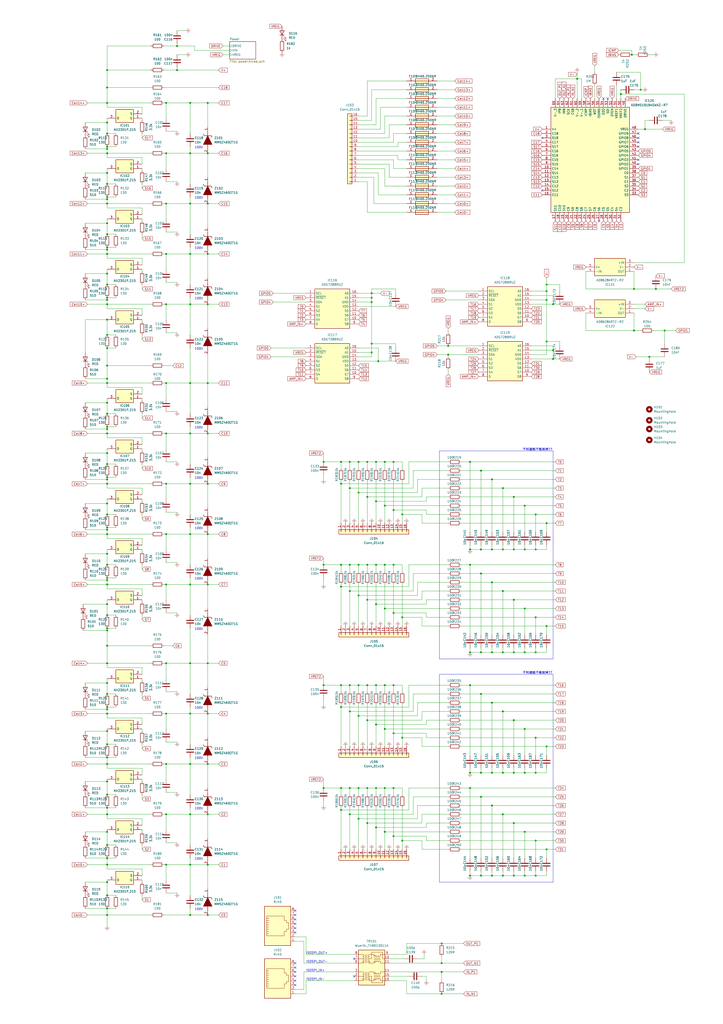
<source format=kicad_sch>
(kicad_sch (version 20231120) (generator "eeschema") (generator_version "8.0")
  (paper "A2" portrait)
  (junction (at 203.2 267.97))
  (junction (at 317.5 492.76))
  (junction (at 279.4 378.46))
  (junction (at 292.1 508))
  (junction (at 62.23 276.86))
  (junction (at 223.52 293.37))
  (junction (at 298.45 378.46))
  (junction (at 120.65 472.44))
  (junction (at 62.23 410.21))
  (junction (at 62.23 59.69))
  (junction (at 62.23 336.55))
  (junction (at 223.52 327.66))
  (junction (at 198.12 397.51))
  (junction (at 96.52 88.9))
  (junction (at 273.05 397.51))
  (junction (at 62.23 185.42))
  (junction (at 120.65 251.46))
  (junction (at 228.6 267.97))
  (junction (at 62.23 143.51))
  (junction (at 96.52 280.67))
  (junction (at 110.49 384.81))
  (junction (at 62.23 298.45))
  (junction (at 223.52 397.51))
  (junction (at 273.05 508))
  (junction (at 96.52 501.65))
  (junction (at 311.15 487.68))
  (junction (at 311.15 427.99))
  (junction (at 279.4 462.28))
  (junction (at 110.49 309.88))
  (junction (at 298.45 508))
  (junction (at 215.9 172.72))
  (junction (at 311.15 448.31))
  (junction (at 120.65 222.25))
  (junction (at 233.68 298.45))
  (junction (at 62.23 519.43))
  (junction (at 62.23 77.47))
  (junction (at 256.54 563.88))
  (junction (at 62.23 144.78))
  (junction (at 273.05 448.31))
  (junction (at 368.3 191.77))
  (junction (at 62.23 292.1))
  (junction (at 62.23 443.23))
  (junction (at 62.23 307.34))
  (junction (at 203.2 472.44))
  (junction (at 285.75 278.13))
  (junction (at 96.52 472.44))
  (junction (at 62.23 335.28))
  (junction (at 279.4 508))
  (junction (at 228.6 485.14))
  (junction (at 256.54 576.58))
  (junction (at 203.2 412.75))
  (junction (at 317.5 173.99))
  (junction (at 219.71 209.55))
  (junction (at 279.4 273.05))
  (junction (at 360.68 54.61))
  (junction (at 228.6 397.51))
  (junction (at 311.15 318.77))
  (junction (at 298.45 448.31))
  (junction (at 62.23 248.92))
  (junction (at 62.23 219.71))
  (junction (at 187.96 457.2))
  (junction (at 213.36 417.83))
  (junction (at 213.36 477.52))
  (junction (at 304.8 378.46))
  (junction (at 62.23 402.59))
  (junction (at 292.1 472.44))
  (junction (at 62.23 497.84))
  (junction (at 110.49 118.11))
  (junction (at 256.54 547.37))
  (junction (at 62.23 350.52))
  (junction (at 213.36 347.98))
  (junction (at 110.49 339.09))
  (junction (at 228.6 327.66))
  (junction (at 96.52 443.23))
  (junction (at 218.44 267.97))
  (junction (at 198.12 340.36))
  (junction (at 96.52 59.69))
  (junction (at 233.68 427.99))
  (junction (at 215.9 199.39))
  (junction (at 120.65 88.9))
  (junction (at 213.36 327.66))
  (junction (at 62.23 212.09))
  (junction (at 62.23 411.48))
  (junction (at 279.4 332.74))
  (junction (at 120.65 309.88))
  (junction (at 260.35 200.66))
  (junction (at 285.75 448.31))
  (junction (at 110.49 88.9))
  (junction (at 298.45 417.83))
  (junction (at 62.23 176.53))
  (junction (at 62.23 269.24))
  (junction (at 110.49 443.23))
  (junction (at 62.23 118.11))
  (junction (at 215.9 204.47))
  (junction (at 208.28 345.44))
  (junction (at 62.23 71.12))
  (junction (at 62.23 262.89))
  (junction (at 62.23 86.36))
  (junction (at 62.23 251.46))
  (junction (at 292.1 412.75))
  (junction (at 96.52 414.02))
  (junction (at 273.05 327.66))
  (junction (at 279.4 448.31))
  (junction (at 317.5 168.91))
  (junction (at 311.15 298.45))
  (junction (at 120.65 339.09))
  (junction (at 96.52 222.25))
  (junction (at 110.49 59.69))
  (junction (at 285.75 378.46))
  (junction (at 62.23 147.32))
  (junction (at 120.65 384.81))
  (junction (at 96.52 339.09))
  (junction (at 273.05 457.2))
  (junction (at 381 167.64))
  (junction (at 198.12 410.21))
  (junction (at 62.23 306.07))
  (junction (at 218.44 327.66))
  (junction (at 62.23 396.24))
  (junction (at 62.23 158.75))
  (junction (at 96.52 147.32))
  (junction (at 110.49 147.32))
  (junction (at 110.49 501.65))
  (junction (at 62.23 472.44))
  (junction (at 62.23 88.9))
  (junction (at 62.23 374.65))
  (junction (at 285.75 318.77))
  (junction (at 285.75 508))
  (junction (at 62.23 106.68))
  (junction (at 62.23 194.31))
  (junction (at 187.96 267.97))
  (junction (at 120.65 59.69))
  (junction (at 102.87 40.64))
  (junction (at 62.23 461.01))
  (junction (at 62.23 50.8))
  (junction (at 273.05 318.77))
  (junction (at 62.23 222.25))
  (junction (at 62.23 424.18))
  (junction (at 203.2 457.2))
  (junction (at 304.8 293.37))
  (junction (at 218.44 420.37))
  (junction (at 203.2 327.66))
  (junction (at 377.19 207.01))
  (junction (at 215.9 175.26))
  (junction (at 218.44 457.2))
  (junction (at 198.12 280.67))
  (junction (at 304.8 448.31))
  (junction (at 233.68 358.14))
  (junction (at 223.52 267.97))
  (junction (at 285.75 407.67))
  (junction (at 223.52 422.91))
  (junction (at 62.23 309.88))
  (junction (at 120.65 530.86))
  (junction (at 62.23 530.86))
  (junction (at 62.23 280.67))
  (junction (at 386.08 191.77))
  (junction (at 96.52 176.53))
  (junction (at 208.28 285.75))
  (junction (at 62.23 490.22))
  (junction (at 62.23 511.81))
  (junction (at 285.75 337.82))
  (junction (at 203.2 342.9))
  (junction (at 203.2 397.51))
  (junction (at 62.23 339.09))
  (junction (at 374.65 74.93))
  (junction (at 228.6 295.91))
  (junction (at 62.23 172.72))
  (junction (at 285.75 467.36))
  (junction (at 96.52 384.81))
  (junction (at 120.65 443.23))
  (junction (at 96.52 118.11))
  (junction (at 96.52 251.46))
  (junction (at 62.23 278.13))
  (junction (at 304.8 318.77))
  (junction (at 279.4 318.77))
  (junction (at 62.23 439.42))
  (junction (at 62.23 40.64))
  (junction (at 228.6 457.2))
  (junction (at 304.8 353.06))
  (junction (at 62.23 233.68))
  (junction (at 298.45 477.52))
  (junction (at 62.23 365.76))
  (junction (at 62.23 414.02))
  (junction (at 367.03 31.75))
  (junction (at 96.52 309.88))
  (junction (at 120.65 414.02))
  (junction (at 62.23 327.66))
  (junction (at 203.2 283.21))
  (junction (at 372.11 52.07))
  (junction (at 62.23 468.63))
  (junction (at 62.23 321.31))
  (junction (at 298.45 347.98))
  (junction (at 120.65 501.65))
  (junction (at 317.5 198.12))
  (junction (at 120.65 118.11))
  (junction (at 110.49 176.53))
  (junction (at 292.1 283.21))
  (junction (at 62.23 129.54))
  (junction (at 317.5 433.07))
  (junction (at 213.36 288.29))
  (junction (at 62.23 173.99))
  (junction (at 279.4 402.59))
  (junction (at 62.23 85.09))
  (junction (at 62.23 114.3))
  (junction (at 208.28 474.98))
  (junction (at 218.44 350.52))
  (junction (at 215.9 170.18))
  (junction (at 213.36 457.2))
  (junction (at 311.15 378.46))
  (junction (at 228.6 425.45))
  (junction (at 223.52 457.2))
  (junction (at 273.05 267.97))
  (junction (at 260.35 205.74))
  (junction (at 223.52 482.6))
  (junction (at 62.23 431.8))
  (junction (at 62.23 165.1))
  (junction (at 198.12 469.9))
  (junction (at 110.49 530.86))
  (junction (at 311.15 358.14))
  (junction (at 62.23 384.81))
  (junction (at 62.23 356.87))
  (junction (at 62.23 247.65))
  (junction (at 208.28 327.66))
  (junction (at 62.23 201.93))
  (junction (at 120.65 176.53))
  (junction (at 218.44 290.83))
  (junction (at 208.28 397.51))
  (junction (at 62.23 453.39))
  (junction (at 256.54 558.8))
  (junction (at 62.23 115.57))
  (junction (at 321.31 176.53))
  (junction (at 208.28 267.97))
  (junction (at 198.12 267.97))
  (junction (at 321.31 208.28))
  (junction (at 317.5 303.53))
  (junction (at 110.49 222.25))
  (junction (at 62.23 482.6))
  (junction (at 317.5 363.22))
  (junction (at 311.15 508))
  (junction (at 292.1 318.77))
  (junction (at 187.96 397.51))
  (junction (at 335.28 45.72))
  (junction (at 273.05 378.46))
  (junction (at 62.23 501.65))
  (junction (at 120.65 280.67))
  (junction (at 292.1 378.46))
  (junction (at 304.8 422.91))
  (junction (at 208.28 415.29))
  (junction (at 298.45 288.29))
  (junction (at 208.28 457.2))
  (junction (at 292.1 342.9))
  (junction (at 223.52 353.06))
  (junction (at 321.31 203.2))
  (junction (at 110.49 414.02))
  (junction (at 213.36 267.97))
  (junction (at 304.8 482.6))
  (junction (at 102.87 26.67))
  (junction (at 62.23 527.05))
  (junction (at 110.49 472.44))
  (junction (at 198.12 327.66))
  (junction (at 62.23 364.49))
  (junction (at 317.5 165.1))
  (junction (at 368.3 167.64))
  (junction (at 110.49 280.67))
  (junction (at 228.6 355.6))
  (junction (at 213.36 397.51))
  (junction (at 62.23 135.89))
  (junction (at 298.45 318.77))
  (junction (at 62.23 100.33))
  (junction (at 292.1 448.31))
  (junction (at 304.8 508))
  (junction (at 120.65 147.32))
  (junction (at 218.44 480.06))
  (junction (at 110.49 251.46))
  (junction (at 218.44 397.51))
  (junction (at 187.96 327.66))
  (junction (at 62.23 240.03))
  (junction (at 233.68 487.68))
  (junction (at 198.12 457.2))
  (no_connect (at 171.45 541.02))
  (no_connect (at 205.74 556.26))
  (no_connect (at 353.06 57.15))
  (no_connect (at 314.96 110.49))
  (no_connect (at 171.45 535.94))
  (no_connect (at 171.45 558.8))
  (no_connect (at 171.45 563.88))
  (no_connect (at 171.45 566.42))
  (no_connect (at 171.45 538.48))
  (no_connect (at 347.98 128.27))
  (no_connect (at 171.45 528.32))
  (no_connect (at 205.74 566.42))
  (no_connect (at 171.45 571.5))
  (no_connect (at 370.84 82.55))
  (no_connect (at 171.45 568.96))
  (no_connect (at 370.84 85.09))
  (no_connect (at 314.96 80.01))
  (no_connect (at 350.52 57.15))
  (no_connect (at 370.84 80.01))
  (no_connect (at 370.84 92.71))
  (no_connect (at 171.45 530.86))
  (no_connect (at 171.45 533.4))
  (no_connect (at 370.84 77.47))
  (no_connect (at 370.84 95.25))
  (no_connect (at 171.45 561.34))
  (wire (pts (xy 245.11 412.75) (xy 260.35 412.75)))
  (wire (pts (xy 218.44 350.52) (xy 247.65 350.52)))
  (wire (pts (xy 49.53 468.63) (xy 62.23 468.63)))
  (wire (pts (xy 176.53 574.04) (xy 171.45 574.04)))
  (wire (pts (xy 62.23 114.3) (xy 67.31 114.3)))
  (wire (pts (xy 110.49 414.02) (xy 120.65 414.02)))
  (wire (pts (xy 208.28 468.63) (xy 208.28 474.98)))
  (wire (pts (xy 267.97 457.2) (xy 273.05 457.2)))
  (wire (pts (xy 96.52 105.41) (xy 102.87 105.41)))
  (wire (pts (xy 267.97 347.98) (xy 298.45 347.98)))
  (wire (pts (xy 187.96 392.43) (xy 187.96 397.51)))
  (wire (pts (xy 267.97 487.68) (xy 311.15 487.68)))
  (wire (pts (xy 95.25 118.11) (xy 96.52 118.11)))
  (wire (pts (xy 96.52 501.65) (xy 96.52 510.54)))
  (wire (pts (xy 62.23 143.51) (xy 67.31 143.51)))
  (wire (pts (xy 259.08 173.99) (xy 278.13 173.99)))
  (wire (pts (xy 203.2 457.2) (xy 198.12 457.2)))
  (wire (pts (xy 218.44 468.63) (xy 218.44 480.06)))
  (wire (pts (xy 311.15 508) (xy 317.5 508)))
  (wire (pts (xy 226.06 566.42) (xy 237.49 566.42)))
  (wire (pts (xy 62.23 298.45) (xy 67.31 298.45)))
  (wire (pts (xy 226.06 556.26) (xy 234.95 556.26)))
  (wire (pts (xy 208.28 177.8) (xy 229.87 177.8)))
  (wire (pts (xy 50.8 309.88) (xy 62.23 309.88)))
  (wire (pts (xy 110.49 443.23) (xy 120.65 443.23)))
  (wire (pts (xy 279.4 448.31) (xy 285.75 448.31)))
  (wire (pts (xy 113.03 29.21) (xy 113.03 26.67)))
  (wire (pts (xy 95.25 88.9) (xy 96.52 88.9)))
  (wire (pts (xy 208.28 82.55) (xy 228.6 82.55)))
  (wire (pts (xy 62.23 100.33) (xy 62.23 106.68)))
  (wire (pts (xy 82.55 68.58) (xy 82.55 69.85)))
  (wire (pts (xy 213.36 327.66) (xy 213.36 331.47)))
  (wire (pts (xy 102.87 40.64) (xy 102.87 39.37)))
  (wire (pts (xy 110.49 472.44) (xy 110.49 490.22)))
  (wire (pts (xy 203.2 283.21) (xy 203.2 303.53)))
  (wire (pts (xy 49.53 185.42) (xy 62.23 185.42)))
  (wire (pts (xy 62.23 335.28) (xy 67.31 335.28)))
  (wire (pts (xy 82.55 91.44) (xy 62.23 91.44)))
  (wire (pts (xy 213.36 67.31) (xy 213.36 46.99)))
  (wire (pts (xy 245.11 433.07) (xy 245.11 427.99)))
  (wire (pts (xy 110.49 384.81) (xy 120.65 384.81)))
  (wire (pts (xy 95.25 222.25) (xy 96.52 222.25)))
  (wire (pts (xy 187.96 335.28) (xy 187.96 339.09)))
  (wire (pts (xy 246.38 556.26) (xy 246.38 553.72)))
  (wire (pts (xy 208.28 397.51) (xy 203.2 397.51)))
  (wire (pts (xy 62.23 482.6) (xy 62.23 490.22)))
  (wire (pts (xy 62.23 62.23) (xy 62.23 59.69)))
  (wire (pts (xy 223.52 482.6) (xy 223.52 492.76)))
  (wire (pts (xy 223.52 293.37) (xy 260.35 293.37)))
  (wire (pts (xy 82.55 298.45) (xy 82.55 300.99)))
  (wire (pts (xy 62.23 443.23) (xy 87.63 443.23)))
  (wire (pts (xy 62.23 292.1) (xy 62.23 298.45)))
  (wire (pts (xy 82.55 387.35) (xy 62.23 387.35)))
  (wire (pts (xy 372.11 52.07) (xy 368.3 52.07)))
  (wire (pts (xy 267.97 337.82) (xy 285.75 337.82)))
  (wire (pts (xy 62.23 68.58) (xy 62.23 71.12)))
  (wire (pts (xy 304.8 293.37) (xy 322.58 293.37)))
  (wire (pts (xy 298.45 375.92) (xy 298.45 378.46)))
  (wire (pts (xy 198.12 468.63) (xy 198.12 469.9)))
  (wire (pts (xy 82.55 224.79) (xy 62.23 224.79)))
  (wire (pts (xy 228.6 457.2) (xy 223.52 457.2)))
  (wire (pts (xy 62.23 501.65) (xy 87.63 501.65)))
  (wire (pts (xy 82.55 185.42) (xy 82.55 186.69)))
  (wire (pts (xy 254 82.55) (xy 264.16 82.55)))
  (wire (pts (xy 96.52 472.44) (xy 96.52 481.33)))
  (wire (pts (xy 304.8 482.6) (xy 304.8 497.84)))
  (wire (pts (xy 240.03 342.9) (xy 240.03 332.74)))
  (wire (pts (xy 198.12 469.9) (xy 237.49 469.9)))
  (wire (pts (xy 120.65 176.53) (xy 120.65 190.5)))
  (wire (pts (xy 50.8 59.69) (xy 62.23 59.69)))
  (wire (pts (xy 120.65 118.11) (xy 127 118.11)))
  (wire (pts (xy 285.75 337.82) (xy 322.58 337.82)))
  (wire (pts (xy 187.96 464.82) (xy 187.96 467.36)))
  (wire (pts (xy 62.23 356.87) (xy 67.31 356.87)))
  (wire (pts (xy 82.55 327.66) (xy 82.55 330.2)))
  (wire (pts (xy 254 87.63) (xy 264.16 87.63)))
  (wire (pts (xy 208.28 87.63) (xy 236.22 87.63)))
  (wire (pts (xy 256.54 576.58) (xy 269.24 576.58)))
  (wire (pts (xy 298.45 477.52) (xy 322.58 477.52)))
  (wire (pts (xy 228.6 468.63) (xy 228.6 485.14)))
  (wire (pts (xy 279.4 445.77) (xy 279.4 448.31)))
  (wire (pts (xy 215.9 167.64) (xy 229.87 167.64)))
  (wire (pts (xy 308.61 168.91) (xy 317.5 168.91)))
  (wire (pts (xy 96.52 309.88) (xy 110.49 309.88)))
  (wire (pts (xy 82.55 508) (xy 82.55 504.19)))
  (wire (pts (xy 50.8 530.86) (xy 62.23 530.86)))
  (wire (pts (xy 110.49 501.65) (xy 120.65 501.65)))
  (wire (pts (xy 198.12 457.2) (xy 198.12 461.01)))
  (wire (pts (xy 203.2 472.44) (xy 240.03 472.44)))
  (wire (pts (xy 397.51 152.4) (xy 368.3 152.4)))
  (wire (pts (xy 120.65 251.46) (xy 127 251.46)))
  (wire (pts (xy 110.49 497.84) (xy 110.49 501.65)))
  (wire (pts (xy 317.5 378.46) (xy 317.5 375.92)))
  (wire (pts (xy 203.2 267.97) (xy 198.12 267.97)))
  (wire (pts (xy 267.97 342.9) (xy 292.1 342.9)))
  (wire (pts (xy 96.52 430.53) (xy 102.87 430.53)))
  (wire (pts (xy 82.55 97.79) (xy 82.55 99.06)))
  (wire (pts (xy 50.8 339.09) (xy 62.23 339.09)))
  (wire (pts (xy 223.52 293.37) (xy 223.52 303.53)))
  (wire (pts (xy 110.49 88.9) (xy 110.49 106.68)))
  (wire (pts (xy 226.06 80.01) (xy 226.06 72.39)))
  (wire (pts (xy 267.97 358.14) (xy 311.15 358.14)))
  (wire (pts (xy 110.49 439.42) (xy 110.49 443.23)))
  (wire (pts (xy 95.25 176.53) (xy 96.52 176.53)))
  (wire (pts (xy 62.23 306.07) (xy 67.31 306.07)))
  (wire (pts (xy 267.97 482.6) (xy 304.8 482.6)))
  (polyline (pts (xy 255.27 261.62) (xy 321.31 261.62)))
  (wire (pts (xy 208.28 279.4) (xy 208.28 285.75)))
  (wire (pts (xy 62.23 511.81) (xy 62.23 519.43)))
  (wire (pts (xy 386.08 191.77) (xy 392.43 191.77)))
  (wire (pts (xy 220.98 62.23) (xy 236.22 62.23)))
  (wire (pts (xy 62.23 497.84) (xy 62.23 501.65)))
  (wire (pts (xy 317.5 198.12) (xy 325.12 198.12)))
  (wire (pts (xy 292.1 283.21) (xy 322.58 283.21)))
  (wire (pts (xy 228.6 485.14) (xy 228.6 492.76)))
  (wire (pts (xy 233.68 271.78) (xy 233.68 267.97)))
  (wire (pts (xy 285.75 467.36) (xy 285.75 497.84)))
  (wire (pts (xy 110.49 339.09) (xy 120.65 339.09)))
  (wire (pts (xy 245.11 288.29) (xy 245.11 283.21)))
  (wire (pts (xy 240.03 332.74) (xy 260.35 332.74)))
  (wire (pts (xy 317.5 303.53) (xy 317.5 308.61)))
  (wire (pts (xy 203.2 342.9) (xy 203.2 363.22)))
  (wire (pts (xy 49.53 204.47) (xy 49.53 185.42)))
  (wire (pts (xy 223.52 267.97) (xy 218.44 267.97)))
  (wire (pts (xy 228.6 267.97) (xy 228.6 271.78)))
  (wire (pts (xy 96.52 401.32) (xy 102.87 401.32)))
  (wire (pts (xy 82.55 345.44) (xy 82.55 341.63)))
  (wire (pts (xy 317.5 433.07) (xy 317.5 438.15)))
  (wire (pts (xy 317.5 508) (xy 317.5 505.46)))
  (wire (pts (xy 120.65 147.32) (xy 127 147.32)))
  (wire (pts (xy 260.35 467.36) (xy 242.57 467.36)))
  (wire (pts (xy 62.23 336.55) (xy 62.23 339.09)))
  (wire (pts (xy 95.25 472.44) (xy 96.52 472.44)))
  (wire (pts (xy 62.23 411.48) (xy 62.23 414.02)))
  (wire (pts (xy 62.23 364.49) (xy 62.23 365.76)))
  (wire (pts (xy 49.53 219.71) (xy 62.23 219.71)))
  (wire (pts (xy 215.9 175.26) (xy 215.9 199.39)))
  (wire (pts (xy 213.36 457.2) (xy 213.36 461.01)))
  (wire (pts (xy 62.23 312.42) (xy 62.23 309.88)))
  (wire (pts (xy 110.49 364.49) (xy 110.49 384.81)))
  (wire (pts (xy 379.73 191.77) (xy 386.08 191.77)))
  (wire (pts (xy 273.05 327.66) (xy 322.58 327.66)))
  (wire (pts (xy 62.23 147.32) (xy 87.63 147.32)))
  (wire (pts (xy 245.11 347.98) (xy 245.11 342.9)))
  (wire (pts (xy 218.44 267.97) (xy 218.44 271.78)))
  (wire (pts (xy 213.36 468.63) (xy 213.36 477.52)))
  (wire (pts (xy 369.57 207.01) (xy 377.19 207.01)))
  (wire (pts (xy 82.55 312.42) (xy 62.23 312.42)))
  (wire (pts (xy 247.65 485.14) (xy 247.65 487.68)))
  (wire (pts (xy 260.35 363.22) (xy 245.11 363.22)))
  (wire (pts (xy 50.8 501.65) (xy 62.23 501.65)))
  (wire (pts (xy 279.4 402.59) (xy 322.58 402.59)))
  (wire (pts (xy 279.4 402.59) (xy 279.4 438.15)))
  (wire (pts (xy 285.75 375.92) (xy 285.75 378.46)))
  (wire (pts (xy 267.97 363.22) (xy 317.5 363.22)))
  (wire (pts (xy 62.23 365.76) (xy 62.23 374.65)))
  (polyline (pts (xy 321.31 511.81) (xy 255.27 511.81)))
  (wire (pts (xy 298.45 508) (xy 304.8 508)))
  (wire (pts (xy 213.36 457.2) (xy 208.28 457.2)))
  (wire (pts (xy 233.68 327.66) (xy 228.6 327.66)))
  (wire (pts (xy 62.23 481.33) (xy 62.23 482.6)))
  (wire (pts (xy 285.75 318.77) (xy 292.1 318.77)))
  (wire (pts (xy 374.65 74.93) (xy 374.65 69.85)))
  (wire (pts (xy 95.25 50.8) (xy 127 50.8)))
  (wire (pts (xy 233.68 468.63) (xy 233.68 487.68)))
  (wire (pts (xy 95.25 212.09) (xy 100.33 212.09)))
  (wire (pts (xy 82.55 422.91) (xy 82.55 424.18)))
  (wire (pts (xy 298.45 417.83) (xy 322.58 417.83)))
  (wire (pts (xy 62.23 416.56) (xy 62.23 414.02)))
  (wire (pts (xy 236.22 547.37) (xy 256.54 547.37)))
  (wire (pts (xy 213.36 288.29) (xy 245.11 288.29)))
  (wire (pts (xy 298.45 505.46) (xy 298.45 508)))
  (wire (pts (xy 208.28 285.75) (xy 208.28 303.53)))
  (wire (pts (xy 377.19 207.01) (xy 377.19 208.28)))
  (wire (pts (xy 298.45 318.77) (xy 304.8 318.77)))
  (wire (pts (xy 62.23 339.09) (xy 87.63 339.09)))
  (wire (pts (xy 236.22 553.72) (xy 226.06 553.72)))
  (wire (pts (xy 82.55 66.04) (xy 82.55 62.23)))
  (wire (pts (xy 62.23 497.84) (xy 67.31 497.84)))
  (wire (pts (xy 208.28 267.97) (xy 208.28 271.78)))
  (wire (pts (xy 62.23 307.34) (xy 62.23 309.88)))
  (wire (pts (xy 62.23 374.65) (xy 62.23 384.81)))
  (wire (pts (xy 110.49 147.32) (xy 120.65 147.32)))
  (wire (pts (xy 208.28 207.01) (xy 215.9 207.01)))
  (wire (pts (xy 213.36 288.29) (xy 213.36 303.53)))
  (wire (pts (xy 176.53 558.8) (xy 205.74 558.8)))
  (wire (pts (xy 110.49 247.65) (xy 110.49 251.46)))
  (wire (pts (xy 120.65 222.25) (xy 127 222.25)))
  (wire (pts (xy 62.23 59.69) (xy 87.63 59.69)))
  (wire (pts (xy 82.55 254) (xy 62.23 254)))
  (wire (pts (xy 260.35 214.63) (xy 260.35 217.17)))
  (wire (pts (xy 260.35 200.66) (xy 278.13 200.66)))
  (wire (pts (xy 208.28 69.85) (xy 215.9 69.85)))
  (wire (pts (xy 228.6 397.51) (xy 228.6 401.32)))
  (wire (pts (xy 62.23 185.42) (xy 62.23 194.31)))
  (wire (pts (xy 218.44 457.2) (xy 218.44 461.01)))
  (wire (pts (xy 223.52 67.31) (xy 236.22 67.31)))
  (wire (pts (xy 374.65 176.53) (xy 368.3 176.53)))
  (wire (pts (xy 82.55 179.07) (xy 62.23 179.07)))
  (wire (pts (xy 102.87 40.64) (xy 127 40.64)))
  (wire (pts (xy 62.23 364.49) (xy 67.31 364.49)))
  (wire (pts (xy 96.52 118.11) (xy 110.49 118.11)))
  (wire (pts (xy 218.44 480.06) (xy 247.65 480.06)))
  (wire (pts (xy 254 200.66) (xy 260.35 200.66)))
  (wire (pts (xy 267.97 267.97) (xy 273.05 267.97)))
  (wire (pts (xy 242.57 278.13) (xy 242.57 285.75)))
  (wire (pts (xy 218.44 72.39) (xy 218.44 57.15)))
  (wire (pts (xy 335.28 41.91) (xy 335.28 45.72)))
  (wire (pts (xy 120.65 280.67) (xy 127 280.67)))
  (wire (pts (xy 208.28 415.29) (xy 208.28 433.07)))
  (wire (pts (xy 82.55 504.19) (xy 62.23 504.19)))
  (wire (pts (xy 82.55 445.77) (xy 62.23 445.77)))
  (wire (pts (xy 95.25 40.64) (xy 102.87 40.64)))
  (wire (pts (xy 292.1 472.44) (xy 322.58 472.44)))
  (wire (pts (xy 267.97 273.05) (xy 279.4 273.05)))
  (wire (pts (xy 233.68 461.01) (xy 233.68 457.2)))
  (wire (pts (xy 82.55 510.54) (xy 82.55 511.81)))
  (wire (pts (xy 62.23 172.72) (xy 62.23 173.99)))
  (wire (pts (xy 62.23 88.9) (xy 87.63 88.9)))
  (wire (pts (xy 50.8 147.32) (xy 62.23 147.32)))
  (wire (pts (xy 233.68 401.32) (xy 233.68 397.51)))
  (wire (pts (xy 82.55 474.98) (xy 62.23 474.98)))
  (wire (pts (xy 110.49 306.07) (xy 110.49 309.88)))
  (wire (pts (xy 218.44 339.09) (xy 218.44 350.52)))
  (wire (pts (xy 110.49 280.67) (xy 120.65 280.67)))
  (wire (pts (xy 120.65 309.88) (xy 120.65 323.85)))
  (wire (pts (xy 267.97 327.66) (xy 273.05 327.66)))
  (wire (pts (xy 260.35 303.53) (xy 245.11 303.53)))
  (wire (pts (xy 62.23 40.64) (xy 87.63 40.64)))
  (wire (pts (xy 187.96 397.51) (xy 198.12 397.51)))
  (wire (pts (xy 62.23 347.98) (xy 62.23 350.52)))
  (wire (pts (xy 223.52 397.51) (xy 218.44 397.51)))
  (wire (pts (xy 82.55 124.46) (xy 82.55 120.65)))
  (wire (pts (xy 228.6 425.45) (xy 228.6 433.07)))
  (wire (pts (xy 62.23 224.79) (xy 62.23 222.25)))
  (wire (pts (xy 62.23 71.12) (xy 62.23 77.47)))
  (wire (pts (xy 213.36 339.09) (xy 213.36 347.98)))
  (wire (pts (xy 308.61 208.28) (xy 321.31 208.28)))
  (wire (pts (xy 242.57 407.67) (xy 242.57 415.29)))
  (wire (pts (xy 96.52 384.81) (xy 96.52 393.7)))
  (wire (pts (xy 208.28 457.2) (xy 203.2 457.2)))
  (wire (pts (xy 62.23 393.7) (xy 62.23 396.24)))
  (wire (pts (xy 345.44 38.1) (xy 345.44 41.91)))
  (wire (pts (xy 218.44 327.66) (xy 218.44 331.47)))
  (wire (pts (xy 203.2 408.94) (xy 203.2 412.75)))
  (wire (pts (xy 254 72.39) (xy 264.16 72.39)))
  (wire (pts (xy 231.14 92.71) (xy 236.22 92.71)))
  (wire (pts (xy 279.4 273.05) (xy 322.58 273.05)))
  (wire (pts (xy 285.75 505.46) (xy 285.75 508)))
  (wire (pts (xy 273.05 375.92) (xy 273.05 378.46)))
  (wire (pts (xy 62.23 26.67) (xy 87.63 26.67)))
  (wire (pts (xy 368.3 191.77) (xy 368.3 181.61)))
  (wire (pts (xy 110.49 468.63) (xy 110.49 472.44)))
  (wire (pts (xy 50.8 280.67) (xy 62.23 280.67)))
  (wire (pts (xy 49.53 292.1) (xy 62.23 292.1)))
  (wire (pts (xy 110.49 59.69) (xy 120.65 59.69)))
  (wire (pts (xy 267.97 298.45) (xy 311.15 298.45)))
  (wire (pts (xy 273.05 316.23) (xy 273.05 318.77)))
  (wire (pts (xy 267.97 278.13) (xy 285.75 278.13)))
  (wire (pts (xy 158.75 170.18) (xy 177.8 170.18)))
  (wire (pts (xy 247.65 487.68) (xy 260.35 487.68)))
  (wire (pts (xy 82.55 461.01) (xy 82.55 463.55)))
  (wire (pts (xy 213.36 123.19) (xy 236.22 123.19)))
  (wire (pts (xy 304.8 353.06) (xy 322.58 353.06)))
  (wire (pts (xy 260.35 407.67) (xy 242.57 407.67)))
  (wire (pts (xy 50.8 118.11) (xy 62.23 118.11)))
  (wire (pts (xy 311.15 375.92) (xy 311.15 378.46)))
  (wire (pts (xy 317.5 318.77) (xy 317.5 316.23)))
  (wire (pts (xy 273.05 505.46) (xy 273.05 508)))
  (wire (pts (xy 228.6 92.71) (xy 228.6 97.79)))
  (wire (pts (xy 198.12 469.9) (xy 198.12 492.76)))
  (wire (pts (xy 304.8 482.6) (xy 322.58 482.6)))
  (wire (pts (xy 273.05 267.97) (xy 322.58 267.97)))
  (wire (pts (xy 110.49 472.44) (xy 120.65 472.44)))
  (wire (pts (xy 203.2 397.51) (xy 203.2 401.32)))
  (wire (pts (xy 82.55 481.33) (xy 82.55 482.6)))
  (wire (pts (xy 233.68 279.4) (xy 233.68 298.45)))
  (wire (pts (xy 240.03 412.75) (xy 240.03 402.59)))
  (wire (pts (xy 82.55 490.22) (xy 82.55 492.76)))
  (wire (pts (xy 62.23 461.01) (xy 67.31 461.01)))
  (wire (pts (xy 203.2 267.97) (xy 203.2 271.78)))
  (wire (pts (xy 267.97 477.52) (xy 298.45 477.52)))
  (wire (pts (xy 49.53 307.34) (xy 62.23 307.34)))
  (wire (pts (xy 215.9 167.64) (xy 215.9 170.18)))
  (wire (pts (xy 102.87 26.67) (xy 113.03 26.67)))
  (wire (pts (xy 120.65 339.09) (xy 120.65 353.06)))
  (wire (pts (xy 245.11 492.76) (xy 245.11 487.68)))
  (wire (pts (xy 48.26 365.76) (xy 62.23 365.76)))
  (wire (pts (xy 49.53 411.48) (xy 62.23 411.48)))
  (wire (pts (xy 62.23 222.25) (xy 87.63 222.25)))
  (wire (pts (xy 218.44 290.83) (xy 218.44 303.53)))
  (wire (pts (xy 236.22 553.72) (xy 236.22 547.37)))
  (wire (pts (xy 240.03 462.28) (xy 260.35 462.28)))
  (wire (pts (xy 240.03 402.59) (xy 260.35 402.59)))
  (wire (pts (xy 62.23 247.65) (xy 62.23 248.92)))
  (wire (pts (xy 62.23 276.86) (xy 62.23 278.13)))
  (wire (pts (xy 62.23 233.68) (xy 62.23 240.03)))
  (wire (pts (xy 345.44 49.53) (xy 345.44 57.15)))
  (wire (pts (xy 223.52 422.91) (xy 260.35 422.91)))
  (wire (pts (xy 49.53 396.24) (xy 62.23 396.24)))
  (wire (pts (xy 223.52 457.2) (xy 218.44 457.2)))
  (wire (pts (xy 208.28 170.18) (xy 215.9 170.18)))
  (wire (pts (xy 187.96 405.13) (xy 187.96 408.94)))
  (wire (pts (xy 226.06 72.39) (xy 236.22 72.39)))
  (wire (pts (xy 203.2 279.4) (xy 203.2 283.21)))
  (wire (pts (xy 317.5 173.99) (xy 317.5 198.12)))
  (wire (pts (xy 50.8 443.23) (xy 62.23 443.23)))
  (wire (pts (xy 213.36 477.52) (xy 245.11 477.52)))
  (wire (pts (xy 229.87 199.39) (xy 215.9 199.39)))
  (wire (pts (xy 157.48 201.93) (xy 177.8 201.93)))
  (wire (pts (xy 213.36 279.4) (xy 213.36 288.29)))
  (wire (pts (xy 95.25 414.02) (xy 96.52 414.02)))
  (wire (pts (xy 49.53 497.84) (xy 62.23 497.84)))
  (wire (pts (xy 217.17 118.11) (xy 236.22 118.11)))
  (wire (pts (xy 233.68 298.45) (xy 245.11 298.45)))
  (wire (pts (xy 240.03 283.21) (xy 240.03 273.05)))
  (wire (pts (xy 110.49 339.09) (xy 110.49 356.87)))
  (wire (pts (xy 187.96 452.12) (xy 187.96 457.2)))
  (wire (pts (xy 62.23 135.89) (xy 67.31 135.89)))
  (wire (pts (xy 62.23 201.93) (xy 67.31 201.93)))
  (wire (pts (xy 226.06 563.88) (xy 256.54 563.88)))
  (wire (pts (xy 96.52 355.6) (xy 102.87 355.6)))
  (wire (pts (xy 242.57 556.26) (xy 246.38 556.26)))
  (wire (pts (xy 120.65 443.23) (xy 127 443.23)))
  (wire (pts (xy 62.23 530.86) (xy 87.63 530.86)))
  (wire (pts (xy 96.52 76.2) (xy 102.87 76.2)))
  (wire (pts (xy 176.53 563.88) (xy 205.74 563.88)))
  (wire (pts (xy 279.4 332.74) (xy 322.58 332.74)))
  (wire (pts (xy 254 123.19) (xy 264.16 123.19)))
  (wire (pts (xy 96.52 118.11) (xy 96.52 127)))
  (wire (pts (xy 256.54 558.8) (xy 269.24 558.8)))
  (wire (pts (xy 304.8 375.92) (xy 304.8 378.46)))
  (wire (pts (xy 228.6 485.14) (xy 247.65 485.14)))
  (wire (pts (xy 259.08 168.91) (xy 278.13 168.91)))
  (wire (pts (xy 304.8 508) (xy 311.15 508)))
  (wire (pts (xy 49.53 278.13) (xy 62.23 278.13)))
  (wire (pts (xy 62.23 247.65) (xy 67.31 247.65)))
  (wire (pts (xy 120.65 530.86) (xy 127 530.86)))
  (wire (pts (xy 208.28 72.39) (xy 218.44 72.39)))
  (wire (pts (xy 247.65 566.42) (xy 247.65 568.96)))
  (wire (pts (xy 82.55 127) (xy 82.55 128.27)))
  (wire (pts (xy 82.55 260.35) (xy 82.55 261.62)))
  (wire (pts (xy 95.25 374.65) (xy 100.33 374.65)))
  (wire (pts (xy 82.55 95.25) (xy 82.55 91.44)))
  (wire (pts (xy 62.23 260.35) (xy 62.23 262.89)))
  (wire (pts (xy 198.12 267.97) (xy 198.12 271.78)))
  (wire (pts (xy 233.68 487.68) (xy 245.11 487.68)))
  (wire (pts (xy 233.68 397.51) (xy 228.6 397.51)))
  (wire (pts (xy 240.03 472.44) (xy 240.03 462.28)))
  (wire (pts (xy 267.97 353.06) (xy 304.8 353.06)))
  (wire (pts (xy 254 92.71) (xy 264.16 92.71)))
  (wire (pts (xy 120.65 280.67) (xy 120.65 294.64)))
  (wire (pts (xy 62.23 410.21) (xy 62.23 411.48)))
  (wire (pts (xy 228.6 355.6) (xy 247.65 355.6)))
  (wire (pts (xy 62.23 468.63) (xy 62.23 472.44)))
  (wire (pts (xy 82.55 283.21) (xy 62.23 283.21)))
  (wire (pts (xy 213.36 267.97) (xy 213.36 271.78)))
  (wire (pts (xy 96.52 297.18) (xy 102.87 297.18)))
  (wire (pts (xy 237.49 327.66) (xy 260.35 327.66)))
  (wire (pts (xy 242.57 337.82) (xy 242.57 345.44)))
  (wire (pts (xy 120.65 309.88) (xy 127 309.88)))
  (wire (pts (xy 62.23 350.52) (xy 62.23 356.87)))
  (wire (pts (xy 50.8 176.53) (xy 62.23 176.53)))
  (wire (pts (xy 256.54 558.8) (xy 226.06 558.8)))
  (wire (pts (xy 96.52 88.9) (xy 110.49 88.9)))
  (wire (pts (xy 62.23 280.67) (xy 87.63 280.67)))
  (wire (pts (xy 82.55 519.43) (xy 82.55 521.97)))
  (wire (pts (xy 267.97 467.36) (xy 285.75 467.36)))
  (wire (pts (xy 219.71 113.03) (xy 236.22 113.03)))
  (wire (pts (xy 208.28 67.31) (xy 213.36 67.31)))
  (wire (pts (xy 62.23 77.47) (xy 67.31 77.47)))
  (wire (pts (xy 110.49 251.46) (xy 120.65 251.46)))
  (wire (pts (xy 321.31 208.28) (xy 325.12 208.28)))
  (wire (pts (xy 218.44 57.15) (xy 236.22 57.15)))
  (wire (pts (xy 82.55 356.87) (xy 82.55 359.41)))
  (wire (pts (xy 120.65 251.46) (xy 120.65 265.43)))
  (wire (pts (xy 233.68 457.2) (xy 228.6 457.2)))
  (wire (pts (xy 120.65 118.11) (xy 120.65 132.08)))
  (wire (pts (xy 292.1 316.23) (xy 292.1 318.77)))
  (wire (pts (xy 311.15 308.61) (xy 311.15 298.45)))
  (wire (pts (xy 203.2 283.21) (xy 240.03 283.21)))
  (wire (pts (xy 226.06 568.96) (xy 236.22 568.96)))
  (wire (pts (xy 218.44 279.4) (xy 218.44 290.83)))
  (wire (pts (xy 96.52 163.83) (xy 102.87 163.83)))
  (wire (pts (xy 49.53 453.39) (xy 62.23 453.39)))
  (wire (pts (xy 254 67.31) (xy 264.16 67.31)))
  (wire (pts (xy 82.55 318.77) (xy 82.55 320.04)))
  (wire (pts (xy 322.58 45.72) (xy 322.58 57.15)))
  (wire (pts (xy 82.55 149.86) (xy 62.23 149.86)))
  (wire (pts (xy 247.65 420.37) (xy 247.65 417.83)))
  (wire (pts (xy 96.52 488.95) (xy 102.87 488.95)))
  (wire (pts (xy 233.68 358.14) (xy 233.68 363.22)))
  (wire (pts (xy 317.5 433.07) (xy 322.58 433.07)))
  (wire (pts (xy 95.25 147.32) (xy 96.52 147.32)))
  (wire (pts (xy 95.25 530.86) (xy 110.49 530.86)))
  (wire (pts (xy 187.96 267.97) (xy 198.12 267.97)))
  (wire (pts (xy 49.53 100.33) (xy 62.23 100.33)))
  (wire (pts (xy 233.68 331.47) (xy 233.68 327.66)))
  (wire (pts (xy 217.17 102.87) (xy 217.17 118.11)))
  (wire (pts (xy 321.31 200.66) (xy 321.31 203.2)))
  (wire (pts (xy 208.28 100.33) (xy 219.71 100.33)))
  (wire (pts (xy 298.45 347.98) (xy 322.58 347.98)))
  (wire (pts (xy 292.1 412.75) (xy 322.58 412.75)))
  (wire (pts (xy 82.55 240.03) (xy 82.55 242.57)))
  (wire (pts (xy 96.52 280.67) (xy 96.52 289.56)))
  (wire (pts (xy 208.28 397.51) (xy 208.28 401.32)))
  (wire (pts (xy 198.12 410.21) (xy 198.12 433.07)))
  (wire (pts (xy 62.23 410.21) (xy 67.31 410.21)))
  (wire (pts (xy 96.52 88.9) (xy 96.52 97.79)))
  (wire (pts (xy 223.52 353.06) (xy 260.35 353.06)))
  (wire (pts (xy 62.23 283.21) (xy 62.23 280.67)))
  (wire (pts (xy 218.44 327.66) (xy 213.36 327.66)))
  (wire (pts (xy 267.97 332.74) (xy 279.4 332.74)))
  (wire (pts (xy 187.96 262.89) (xy 187.96 267.97)))
  (wire (pts (xy 254 118.11) (xy 264.16 118.11)))
  (wire (pts (xy 292.1 342.9) (xy 322.58 342.9)))
  (wire (pts (xy 273.05 397.51) (xy 273.05 438.15)))
  (wire (pts (xy 62.23 472.44) (xy 87.63 472.44)))
  (wire (pts (xy 317.5 198.12) (xy 317.5 205.74)))
  (wire (pts (xy 82.55 347.98) (xy 82.55 349.25)))
  (wire (pts (xy 49.53 71.12) (xy 62.23 71.12)))
  (wire (pts (xy 245.11 472.44) (xy 260.35 472.44)))
  (wire (pts (xy 273.05 448.31) (xy 279.4 448.31)))
  (wire (pts (xy 49.53 482.6) (xy 62.23 482.6)))
  (wire (pts (xy 386.08 207.01) (xy 377.19 207.01)))
  (wire (pts (xy 49.53 129.54) (xy 62.23 129.54)))
  (wire (pts (xy 247.65 358.14) (xy 260.35 358.14)))
  (wire (pts (xy 215.9 69.85) (xy 215.9 52.07)))
  (wire (pts (xy 96.52 59.69) (xy 96.52 68.58)))
  (wire (pts (xy 374.65 179.07) (xy 368.3 179.07)))
  (wire (pts (xy 213.36 417.83) (xy 213.36 433.07)))
  (wire (pts (xy 203.2 412.75) (xy 240.03 412.75)))
  (wire (pts (xy 381 167.64) (xy 368.3 167.64)))
  (wire (pts (xy 198.12 408.94) (xy 198.12 410.21)))
  (wire (pts (xy 120.65 501.65) (xy 120.65 515.62)))
  (wire (pts (xy 62.23 50.8) (xy 87.63 50.8)))
  (wire (pts (xy 110.49 280.67) (xy 110.49 298.45)))
  (wire (pts (xy 208.28 345.44) (xy 208.28 363.22)))
  (wire (pts (xy 317.5 492.76) (xy 317.5 497.84)))
  (wire (pts (xy 279.4 318.77) (xy 285.75 318.77)))
  (wire (pts (xy 198.12 280.67) (xy 237.49 280.67)))
  (wire (pts (xy 62.23 318.77) (xy 62.23 321.31)))
  (wire (pts (xy 198.12 397.51) (xy 198.12 401.32)))
  (wire (pts (xy 340.36 191.77) (xy 368.3 191.77)))
  (wire (pts (xy 48.26 350.52) (xy 62.23 350.52)))
  (wire (pts (xy 317.5 161.29) (xy 317.5 165.1)))
  (wire (pts (xy 292.1 342.9) (xy 292.1 368.3)))
  (wire (pts (xy 228.6 339.09) (xy 228.6 355.6)))
  (wire (pts (xy 233.68 339.09) (xy 233.68 358.14)))
  (wire (pts (xy 208.28 172.72) (xy 215.9 172.72)))
  (polyline (pts (xy 321.31 261.62) (xy 321.31 382.27)))
  (wire (pts (xy 62.23 106.68) (xy 67.31 106.68)))
  (wire (pts (xy 110.49 309.88) (xy 120.65 309.88)))
  (wire (pts (xy 96.52 222.25) (xy 96.52 231.14)))
  (wire (pts (xy 322.58 45.72) (xy 335.28 45.72)))
  (wire (pts (xy 82.55 62.23) (xy 62.23 62.23)))
  (wire (pts (xy 256.54 554.99) (xy 256.54 558.8)))
  (wire (pts (xy 220.98 74.93) (xy 220.98 62.23)))
  (wire (pts (xy 245.11 303.53) (xy 245.11 298.45)))
  (wire (pts (xy 62.23 144.78) (xy 62.23 147.32)))
  (wire (pts (xy 96.52 147.32) (xy 96.52 156.21)))
  (wire (pts (xy 384.81 74.93) (xy 374.65 74.93)))
  (wire (pts (xy 82.55 269.24) (xy 82.55 271.78)))
  (wire (pts (xy 62.23 387.35) (xy 62.23 384.81)))
  (polyline (pts (xy 255.27 391.16) (xy 321.31 391.16)))
  (wire (pts (xy 49.53 439.42) (xy 62.23 439.42)))
  (wire (pts (xy 198.12 279.4) (xy 198.12 280.67)))
  (wire (pts (xy 96.52 414.02) (xy 96.52 422.91)))
  (wire (pts (xy 218.44 397.51) (xy 213.36 397.51)))
  (wire (pts (xy 96.52 251.46) (xy 110.49 251.46)))
  (wire (pts (xy 82.55 449.58) (xy 82.55 445.77)))
  (wire (pts (xy 358.14 49.53) (xy 358.14 57.15)))
  (wire (pts (xy 247.65 477.52) (xy 260.35 477.52)))
  (polyline (pts (xy 255.27 261.62) (xy 255.27 382.27)))
  (wire (pts (xy 298.45 288.29) (xy 322.58 288.29)))
  (wire (pts (xy 218.44 397.51) (xy 218.44 401.32)))
  (wire (pts (xy 223.52 267.97) (xy 223.52 271.78)))
  (wire (pts (xy 292.1 448.31) (xy 298.45 448.31)))
  (wire (pts (xy 62.23 474.98) (xy 62.23 472.44)))
  (wire (pts (xy 203.2 412.75) (xy 203.2 433.07)))
  (wire (pts (xy 308.61 205.74) (xy 317.5 205.74)))
  (wire (pts (xy 158.75 175.26) (xy 177.8 175.26)))
  (wire (pts (xy 233.68 427.99) (xy 245.11 427.99)))
  (wire (pts (xy 279.4 462.28) (xy 322.58 462.28)))
  (wire (pts (xy 120.65 59.69) (xy 127 59.69)))
  (wire (pts (xy 279.4 332.74) (xy 279.4 368.3)))
  (wire (pts (xy 233.68 358.14) (xy 245.11 358.14)))
  (wire (pts (xy 187.96 323.85) (xy 187.96 327.66)))
  (wire (pts (xy 133.35 26.67) (xy 129.54 26.67)))
  (wire (pts (xy 49.53 321.31) (xy 62.23 321.31)))
  (wire (pts (xy 219.71 201.93) (xy 219.71 209.55)))
  (wire (pts (xy 62.23 50.8) (xy 62.23 40.64)))
  (wire (pts (xy 96.52 414.02) (xy 110.49 414.02)))
  (wire (pts (xy 62.23 504.19) (xy 62.23 501.65)))
  (wire (pts (xy 95.25 309.88) (xy 96.52 309.88)))
  (wire (pts (xy 82.55 106.68) (xy 82.55 109.22)))
  (wire (pts (xy 49.53 527.05) (xy 62.23 527.05)))
  (wire (pts (xy 110.49 222.25) (xy 120.65 222.25)))
  (wire (pts (xy 198.12 339.09) (xy 198.12 340.36)))
  (wire (pts (xy 213.36 477.52) (xy 213.36 492.76)))
  (wire (pts (xy 292.1 472.44) (xy 292.1 497.84)))
  (wire (pts (xy 368.3 167.64) (xy 340.36 167.64)))
  (wire (pts (xy 311.15 427.99) (xy 322.58 427.99)))
  (wire (pts (xy 218.44 480.06) (xy 218.44 492.76)))
  (wire (pts (xy 95.25 443.23) (xy 96.52 443.23)))
  (wire (pts (xy 273.05 327.66) (xy 273.05 368.3)))
  (wire (pts (xy 256.54 547.37) (xy 269.24 547.37)))
  (wire (pts (xy 247.65 347.98) (xy 260.35 347.98)))
  (wire (pts (xy 95.25 384.81) (xy 96.52 384.81)))
  (wire (pts (xy 368.3 191.77) (xy 372.11 191.77)))
  (wire (pts (xy 82.55 402.59) (xy 82.55 405.13)))
  (wire (pts (xy 96.52 176.53) (xy 96.52 185.42)))
  (wire (pts (xy 62.23 86.36) (xy 62.23 88.9)))
  (wire (pts (xy 285.75 407.67) (xy 322.58 407.67)))
  (wire (pts (xy 96.52 459.74) (xy 102.87 459.74)))
  (wire (pts (xy 110.49 88.9) (xy 120.65 88.9)))
  (wire (pts (xy 273.05 378.46) (xy 279.4 378.46)))
  (wire (pts (xy 62.23 384.81) (xy 87.63 384.81)))
  (wire (pts (xy 298.45 477.52) (xy 298.45 497.84)))
  (wire (pts (xy 96.52 384.81) (xy 110.49 384.81)))
  (wire (pts (xy 62.23 212.09) (xy 62.23 219.71)))
  (wire (pts (xy 292.1 318.77) (xy 298.45 318.77)))
  (wire (pts (xy 96.52 134.62) (xy 102.87 134.62)))
  (wire (pts (xy 110.49 118.11) (xy 110.49 135.89)))
  (wire (pts (xy 208.28 201.93) (xy 219.71 201.93)))
  (wire (pts (xy 267.97 427.99) (xy 311.15 427.99)))
  (wire (pts (xy 367.03 29.21) (xy 359.41 29.21)))
  (wire (pts (xy 62.23 114.3) (xy 62.23 115.57)))
  (wire (pts (xy 102.87 26.67) (xy 102.87 25.4)))
  (wire (pts (xy 223.52 468.63) (xy 223.52 482.6)))
  (wire (pts (xy 62.23 179.07) (xy 62.23 176.53)))
  (wire (pts (xy 62.23 414.02) (xy 87.63 414.02)))
  (wire (pts (xy 228.6 295.91) (xy 228.6 303.53)))
  (wire (pts (xy 245.11 477.52) (xy 245.11 472.44)))
  (wire (pts (xy 247.65 417.83) (xy 260.35 417.83)))
  (wire (pts (xy 62.23 129.54) (xy 62.23 135.89)))
  (wire (pts (xy 96.52 309.88) (xy 96.52 318.77)))
  (wire (pts (xy 273.05 318.77) (xy 279.4 318.77)))
  (wire (pts (xy 292.1 412.75) (xy 292.1 438.15)))
  (wire (pts (xy 177.8 553.72) (xy 177.8 543.56)))
  (wire (pts (xy 213.36 267.97) (xy 208.28 267.97)))
  (wire (pts (xy 370.84 74.93) (xy 374.65 74.93)))
  (wire (pts (xy 226.06 95.25) (xy 226.06 102.87)))
  (wire (pts (xy 237.49 397.51) (xy 260.35 397.51)))
  (wire (pts (xy 367.03 29.21) (xy 367.03 31.75)))
  (wire (pts (xy 223.52 327.66) (xy 218.44 327.66)))
  (wire (pts (xy 203.2 468.63) (xy 203.2 472.44)))
  (wire (pts (xy 82.55 228.6) (xy 82.55 224.79)))
  (wire (pts (xy 203.2 472.44) (xy 203.2 492.76)))
  (wire (pts (xy 50.8 414.02) (xy 62.23 414.02)))
  (wire (pts (xy 321.31 176.53) (xy 325.12 176.53)))
  (wire (pts (xy 273.05 267.97) (xy 273.05 308.61)))
  (wire (pts (xy 203.2 397.51) (xy 198.12 397.51)))
  (wire (pts (xy 208.28 339.09) (xy 208.28 345.44)))
  (wire (pts (xy 267.97 492.76) (xy 317.5 492.76)))
  (wire (pts (xy 120.65 384.81) (xy 120.65 398.78)))
  (wire (pts (xy 49.53 262.89) (xy 62.23 262.89)))
  (wire (pts (xy 260.35 205.74) (xy 260.35 207.01)))
  (wire (pts (xy 218.44 408.94) (xy 218.44 420.37)))
  (wire (pts (xy 120.65 472.44) (xy 127 472.44)))
  (wire (pts (xy 247.65 298.45) (xy 260.35 298.45)))
  (wire (pts (xy 340.36 167.64) (xy 340.36 157.48)))
  (wire (pts (xy 120.65 472.44) (xy 120.65 486.41)))
  (wire (pts (xy 113.03 29.21) (xy 133.35 29.21)))
  (wire (pts (xy 62.23 374.65) (xy 87.63 374.65)))
  (wire (pts (xy 208.28 92.71) (xy 228.6 92.71)))
  (wire (pts (xy 260.35 190.5) (xy 260.35 193.04)))
  (wire (pts (xy 233.68 298.45) (xy 233.68 303.53)))
  (wire (pts (xy 110.49 172.72) (xy 110.49 176.53)))
  (wire (pts (xy 267.97 397.51) (xy 273.05 397.51)))
  (wire (pts (xy 228.6 327.66) (xy 223.52 327.66)))
  (wire (pts (xy 223.52 77.47) (xy 223.52 67.31)))
  (wire (pts (xy 311.15 445.77) (xy 311.15 448.31)))
  (wire (pts (xy 247.65 427.99) (xy 260.35 427.99)))
  (wire (pts (xy 208.28 95.25) (xy 226.06 95.25)))
  (wire (pts (xy 254 205.74) (xy 260.35 205.74)))
  (wire (pts (xy 218.44 290.83) (xy 247.65 290.83)))
  (wire (pts (xy 62.23 402.59) (xy 67.31 402.59)))
  (wire (pts (xy 110.49 443.23) (xy 110.49 461.01)))
  (wire (pts (xy 49.53 233.68) (xy 62.23 233.68)))
  (wire (pts (xy 254 102.87) (xy 264.16 102.87)))
  (wire (pts (xy 237.49 280.67) (xy 237.49 267.97)))
  (wire (pts (xy 82.55 452.12) (xy 82.55 453.39)))
  (wire (pts (xy 129.54 31.75) (xy 133.35 31.75)))
  (wire (pts (xy 96.52 326.39) (xy 102.87 326.39)))
  (wire (pts (xy 62.23 424.18) (xy 62.23 431.8)))
  (wire (pts (xy 82.55 182.88) (xy 82.55 179.07)))
  (wire (pts (xy 247.65 355.6) (xy 247.65 358.14)))
  (wire (pts (xy 379.73 31.75) (xy 377.19 31.75)))
  (wire (pts (xy 62.23 50.8) (xy 62.23 59.69)))
  (wire (pts (xy 62.23 158.75) (xy 62.23 165.1)))
  (wire (pts (xy 95.25 26.67) (xy 102.87 26.67)))
  (wire (pts (xy 292.1 378.46) (xy 298.45 378.46)))
  (wire (pts (xy 62.23 85.09) (xy 67.31 85.09)))
  (wire (pts (xy 62.23 519.43) (xy 67.31 519.43)))
  (wire (pts (xy 120.65 384.81) (xy 127 384.81)))
  (wire (pts (xy 120.65 368.3) (xy 120.65 384.81)))
  (wire (pts (xy 233.68 487.68) (xy 233.68 492.76)))
  (wire (pts (xy 311.15 505.46) (xy 311.15 508)))
  (wire (pts (xy 110.49 309.88) (xy 110.49 327.66)))
  (wire (pts (xy 321.31 203.2) (xy 321.31 208.28)))
  (wire (pts (xy 82.55 316.23) (xy 82.55 312.42)))
  (wire (pts (xy 311.15 378.46) (xy 317.5 378.46)))
  (wire (pts (xy 279.4 316.23) (xy 279.4 318.77)))
  (wire (pts (xy 285.75 278.13) (xy 285.75 308.61)))
  (wire (pts (xy 95.25 280.67) (xy 96.52 280.67)))
  (wire (pts (xy 308.61 173.99) (xy 317.5 173.99)))
  (wire (pts (xy 304.8 505.46) (xy 304.8 508)))
  (wire (pts (xy 62.23 269.24) (xy 67.31 269.24)))
  (wire (pts (xy 96.52 176.53) (xy 110.49 176.53)))
  (wire (pts (xy 171.45 543.56) (xy 177.8 543.56)))
  (wire (pts (xy 236.22 576.58) (xy 256.54 576.58)))
  (wire (pts (xy 229.87 201.93) (xy 229.87 199.39)))
  (wire (pts (xy 120.65 339.09) (xy 127 339.09)))
  (wire (pts (xy 279.4 273.05) (xy 279.4 308.61)))
  (wire (pts (xy 311.15 298.45) (xy 322.58 298.45)))
  (wire (pts (xy 285.75 337.82) (xy 285.75 368.3)))
  (wire (pts (xy 374.65 69.85) (xy 377.19 69.85)))
  (wire (pts (xy 120.65 501.65) (xy 127 501.65)))
  (wire (pts (xy 304.8 422.91) (xy 322.58 422.91)))
  (wire (pts (xy 317.5 448.31) (xy 317.5 445.77)))
  (wire (pts (xy 219.71 209.55) (xy 229.87 209.55)))
  (wire (pts (xy 389.89 167.64) (xy 381 167.64)))
  (wire (pts (xy 245.11 342.9) (xy 260.35 342.9)))
  (wire (pts (xy 256.54 563.88) (xy 269.24 563.88)))
  (wire (pts (xy 82.55 153.67) (xy 82.55 149.86)))
  (wire (pts (xy 311.15 358.14) (xy 322.58 358.14)))
  (wire (pts (xy 368.3 167.64) (xy 368.3 157.48)))
  (wire (pts (xy 208.28 105.41) (xy 213.36 105.41)))
  (wire (pts (xy 218.44 420.37) (xy 247.65 420.37)))
  (wire (pts (xy 62.23 165.1) (xy 67.31 165.1)))
  (wire (pts (xy 208.28 90.17) (xy 231.14 90.17)))
  (wire (pts (xy 96.52 251.46) (xy 96.52 260.35)))
  (wire (pts (xy 62.23 240.03) (xy 67.31 240.03)))
  (wire (pts (xy 50.8 251.46) (xy 62.23 251.46)))
  (wire (pts (xy 120.65 205.74) (xy 120.65 222.25)))
  (wire (pts (xy 256.54 563.88) (xy 256.54 568.96)))
  (wire (pts (xy 237.49 410.21) (xy 237.49 397.51)))
  (wire (pts (xy 273.05 457.2) (xy 273.05 497.84)))
  (wire (pts (xy 203.2 457.2) (xy 203.2 461.01)))
  (wire (pts (xy 110.49 176.53) (xy 110.49 194.31)))
  (wire (pts (xy 247.65 425.45) (xy 247.65 427.99)))
  (wire (pts (xy 279.4 378.46) (xy 285.75 378.46)))
  (wire (pts (xy 311.15 497.84) (xy 311.15 487.68)))
  (wire (pts (xy 62.23 97.79) (xy 62.23 100.33)))
  (wire (pts (xy 95.25 251.46) (xy 96.52 251.46)))
  (wire (pts (xy 304.8 316.23) (xy 304.8 318.77)))
  (wire (pts (xy 62.23 453.39) (xy 62.23 461.01)))
  (wire (pts (xy 267.97 283.21) (xy 292.1 283.21)))
  (wire (pts (xy 228.6 267.97) (xy 223.52 267.97)))
  (wire (pts (xy 247.65 290.83) (xy 247.65 288.29)))
  (wire (pts (xy 218.44 350.52) (xy 218.44 363.22)))
  (wire (pts (xy 267.97 422.91) (xy 304.8 422.91)))
  (wire (pts (xy 285.75 316.23) (xy 285.75 318.77)))
  (wire (pts (xy 285.75 445.77) (xy 285.75 448.31)))
  (wire (pts (xy 62.23 527.05) (xy 67.31 527.05)))
  (wire (pts (xy 82.55 391.16) (xy 82.55 387.35)))
  (wire (pts (xy 198.12 340.36) (xy 237.49 340.36)))
  (wire (pts (xy 242.57 285.75) (xy 208.28 285.75)))
  (wire (pts (xy 208.28 74.93) (xy 220.98 74.93)))
  (wire (pts (xy 62.23 40.64) (xy 62.23 26.67)))
  (wire (pts (xy 120.65 414.02) (xy 127 414.02)))
  (wire (pts (xy 177.8 576.58) (xy 171.45 576.58)))
  (wire (pts (xy 62.23 335.28) (xy 62.23 336.55)))
  (wire (pts (xy 311.15 448.31) (xy 317.5 448.31)))
  (wire (pts (xy 82.55 416.56) (xy 62.23 416.56)))
  (wire (pts (xy 102.87 17.78) (xy 107.95 17.78)))
  (wire (pts (xy 96.52 59.69) (xy 110.49 59.69)))
  (wire (pts (xy 120.65 88.9) (xy 127 88.9)))
  (wire (pts (xy 242.57 474.98) (xy 208.28 474.98)))
  (wire (pts (xy 242.57 467.36) (xy 242.57 474.98)))
  (wire (pts (xy 386.08 191.77) (xy 386.08 199.39)))
  (wire (pts (xy 49.53 158.75) (xy 62.23 158.75)))
  (wire (pts (xy 62.23 219.71) (xy 62.23 222.25)))
  (wire (pts (xy 317.5 165.1) (xy 317.5 168.91)))
  (wire (pts (xy 360.68 54.61) (xy 360.68 57.15)))
  (wire (pts (xy 62.23 149.86) (xy 62.23 147.32)))
  (wire (pts (xy 120.65 88.9) (xy 120.65 102.87)))
  (wire (pts (xy 62.23 173.99) (xy 62.23 176.53)))
  (wire (pts (xy 233.68 427.99) (xy 233.68 433.07)))
  (wire (pts (xy 82.55 478.79) (xy 82.55 474.98)))
  (wire (pts (xy 157.48 207.01) (xy 177.8 207.01)))
  (wire (pts (xy 208.28 175.26) (xy 215.9 175.26)))
  (wire (pts (xy 187.96 327.66) (xy 198.12 327.66)))
  (wire (pts (xy 292.1 505.46) (xy 292.1 508)))
  (wire (pts (xy 267.97 433.07) (xy 317.5 433.07)))
  (wire (pts (xy 325.12 168.91) (xy 325.12 165.1)))
  (wire (pts (xy 325.12 200.66) (xy 325.12 198.12)))
  (wire (pts (xy 298.45 347.98) (xy 298.45 368.3)))
  (wire (pts (xy 236.22 568.96) (xy 236.22 576.58)))
  (wire (pts (xy 228.6 77.47) (xy 236.22 77.47)))
  (wire (pts (xy 110.49 114.3) (xy 110.49 118.11)))
  (wire (pts (xy 254 97.79) (xy 264.16 97.79)))
  (wire (pts (xy 82.55 194.31) (xy 82.55 196.85)))
  (wire (pts (xy 308.61 171.45) (xy 321.31 171.45)))
  (wire (pts (xy 62.23 439.42) (xy 67.31 439.42)))
  (wire (pts (xy 110.49 201.93) (xy 110.49 222.25)))
  (wire (pts (xy 337.82 45.72) (xy 337.82 57.15)))
  (wire (pts (xy 228.6 295.91) (xy 247.65 295.91)))
  (wire (pts (xy 267.97 417.83) (xy 298.45 417.83)))
  (wire (pts (xy 62.23 289.56) (xy 62.23 292.1)))
  (wire (pts (xy 110.49 530.86) (xy 120.65 530.86)))
  (wire (pts (xy 110.49 335.28) (xy 110.49 339.09)))
  (wire (pts (xy 102.87 31.75) (xy 107.95 31.75)))
  (wire (pts (xy 273.05 457.2) (xy 322.58 457.2)))
  (wire (pts (xy 237.49 340.36) (xy 237.49 327.66)))
  (wire (pts (xy 50.8 384.81) (xy 62.23 384.81)))
  (wire (pts (xy 304.8 293.37) (xy 304.8 308.61)))
  (wire (pts (xy 317.5 492.76) (xy 322.58 492.76)))
  (wire (pts (xy 82.55 431.8) (xy 82.55 434.34)))
  (wire (pts (xy 82.55 341.63) (xy 62.23 341.63)))
  (wire (pts (xy 245.11 417.83) (xy 245.11 412.75)))
  (wire (pts (xy 96.52 147.32) (xy 110.49 147.32)))
  (wire (pts (xy 62.23 120.65) (xy 62.23 118.11)))
  (wire (pts (xy 213.36 347.98) (xy 245.11 347.98)))
  (wire (pts (xy 62.23 156.21) (xy 62.23 158.75)))
  (wire (pts (xy 298.45 378.46) (xy 304.8 378.46)))
  (wire (pts (xy 233.68 408.94) (xy 233.68 427.99)))
  (wire (pts (xy 62.23 127) (xy 62.23 129.54)))
  (wire (pts (xy 228.6 97.79) (xy 236.22 97.79)))
  (wire (pts (xy 228.6 279.4) (xy 228.6 295.91)))
  (wire (pts (xy 223.52 107.95) (xy 236.22 107.95)))
  (polyline (pts (xy 321.31 382.27) (xy 255.27 382.27)))
  (wire (pts (xy 110.49 410.21) (xy 110.49 414.02)))
  (wire (pts (xy 273.05 508) (xy 279.4 508)))
  (wire (pts (xy 62.23 115.57) (xy 62.23 118.11)))
  (wire (pts (xy 187.96 275.59) (xy 187.96 278.13)))
  (wire (pts (xy 267.97 407.67) (xy 285.75 407.67)))
  (wire (pts (xy 273.05 397.51) (xy 322.58 397.51)))
  (polyline (pts (xy 255.27 391.16) (xy 255.27 511.81)))
  (wire (pts (xy 360.68 54.61) (xy 397.51 54.61)))
  (wire (pts (xy 82.55 420.37) (xy 82.55 416.56)))
  (wire (pts (xy 208.28 80.01) (xy 226.06 80.01)))
  (wire (pts (xy 96.52 443.23) (xy 110.49 443.23)))
  (wire (pts (xy 96.52 339.09) (xy 96.52 347.98)))
  (wire (pts (xy 120.65 59.69) (xy 120.65 73.66)))
  (wire (pts (xy 218.44 420.37) (xy 218.44 433.07)))
  (wire (pts (xy 298.45 417.83) (xy 298.45 438.15)))
  (wire (pts (xy 373.38 52.07) (xy 372.11 52.07)))
  (wire (pts (xy 96.52 501.65) (xy 110.49 501.65)))
  (wire (pts (xy 82.55 120.65) (xy 62.23 120.65)))
  (wire (pts (xy 208.28 102.87) (xy 217.17 102.87)))
  (wire (pts (xy 223.52 408.94) (xy 223.52 422.91)))
  (wire (pts (xy 335.28 45.72) (xy 337.82 45.72)))
  (wire (pts (xy 62.23 422.91) (xy 62.23 424.18)))
  (wire (pts (xy 110.49 384.81) (xy 110.49 402.59)))
  (wire (pts (xy 110.49 527.05) (xy 110.49 530.86)))
  (wire (pts (xy 96.52 472.44) (xy 110.49 472.44)))
  (wire (pts (xy 198.12 327.66) (xy 198.12 331.47)))
  (wire (pts (xy 95.25 339.09) (xy 96.52 339.09)))
  (wire (pts (xy 279.4 462.28) (xy 279.4 497.84)))
  (wire (pts (xy 110.49 501.65) (xy 110.49 519.43)))
  (wire (pts (xy 96.52 443.23) (xy 96.52 452.12)))
  (wire (pts (xy 208.28 327.66) (xy 203.2 327.66)))
  (wire (pts (xy 110.49 147.32) (xy 110.49 165.1)))
  (wire (pts (xy 298.45 316.23) (xy 298.45 318.77)))
  (wire (pts (xy 397.51 54.61) (xy 397.51 152.4)))
  (wire (pts (xy 267.97 303.53) (xy 317.5 303.53)))
  (wire (pts (xy 62.23 118.11) (xy 87.63 118.11)))
  (wire (pts (xy 228.6 327.66) (xy 228.6 331.47)))
  (wire (pts (xy 62.23 321.31) (xy 62.23 327.66)))
  (wire (pts (xy 254 52.07) (xy 264.16 52.07)))
  (wire (pts (xy 218.44 267.97) (xy 213.36 267.97)))
  (wire (pts (xy 369.57 31.75) (xy 367.03 31.75)))
  (wire (pts (xy 317.5 363.22) (xy 322.58 363.22)))
  (wire (pts (xy 247.65 288.29) (xy 260.35 288.29)))
  (polyline (pts (xy 321.31 391.16) (xy 321.31 511.81)))
  (wire (pts (xy 120.65 176.53) (xy 127 176.53)))
  (wire (pts (xy 62.23 194.31) (xy 67.31 194.31)))
  (wire (pts (xy 304.8 422.91) (xy 304.8 438.15)))
  (wire (pts (xy 62.23 341.63) (xy 62.23 339.09)))
  (wire (pts (xy 228.6 397.51) (xy 223.52 397.51)))
  (wire (pts (xy 245.11 363.22) (xy 245.11 358.14)))
  (wire (pts (xy 62.23 176.53) (xy 87.63 176.53)))
  (wire (pts (xy 215.9 170.18) (xy 220.98 170.18)))
  (wire (pts (xy 308.61 176.53) (xy 321.31 176.53)))
  (wire (pts (xy 62.23 431.8) (xy 67.31 431.8)))
  (wire (pts (xy 62.23 143.51) (xy 62.23 144.78)))
  (wire (pts (xy 62.23 439.42) (xy 62.23 443.23)))
  (wire (pts (xy 325.12 165.1) (xy 317.5 165.1)))
  (wire (pts (xy 208.28 97.79) (xy 223.52 97.79)))
  (wire (pts (xy 223.52 97.79) (xy 223.52 107.95)))
  (wire (pts (xy 110.49 59.69) (xy 110.49 77.47)))
  (wire (pts (xy 110.49 414.02) (xy 110.49 431.8)))
  (wire (pts (xy 213.36 408.94) (xy 213.36 417.83)))
  (wire (pts (xy 62.23 452.12) (xy 62.23 453.39)))
  (wire (pts (xy 215.9 204.47) (xy 215.9 207.01)))
  (wire (pts (xy 292.1 375.92) (xy 292.1 378.46)))
  (wire (pts (xy 62.23 530.86) (xy 62.23 537.21)))
  (wire (pts (xy 49.53 511.81) (xy 62.23 511.81)))
  (wire (pts (xy 203.2 327.66) (xy 198.12 327.66)))
  (wire (pts (xy 50.8 222.25) (xy 62.23 222.25)))
  (wire (pts (xy 208.28 457.2) (xy 208.28 461.01)))
  (wire (pts (xy 285.75 378.46) (xy 292.1 378.46)))
  (wire (pts (xy 176.53 563.88) (xy 176.53 574.04)))
  (wire (pts (xy 247.65 295.91) (xy 247.65 298.45)))
  (wire (pts (xy 242.57 345.44) (xy 208.28 345.44)))
  (wire (pts (xy 213.36 46.99) (xy 236.22 46.99)))
  (wire (pts (xy 254 46.99) (xy 264.16 46.99)))
  (wire (pts (xy 228.6 425.45) (xy 247.65 425.45)))
  (wire (pts (xy 215.9 172.72) (xy 215.9 175.26)))
  (wire (pts (xy 223.52 482.6) (xy 260.35 482.6)))
  (wire (pts (xy 317.5 363.22) (xy 317.5 368.3)))
  (wire (pts (xy 208.28 474.98) (xy 208.28 492.76)))
  (wire (pts (xy 110.49 276.86) (xy 110.49 280.67)))
  (wire (pts (xy 311.15 316.23) (xy 311.15 318.77)))
  (wire (pts (xy 110.49 85.09) (xy 110.49 88.9)))
  (wire (pts (xy 62.23 251.46) (xy 87.63 251.46)))
  (wire (pts (xy 267.97 462.28) (xy 279.4 462.28)))
  (wire (pts (xy 223.52 353.06) (xy 223.52 363.22)))
  (wire (pts (xy 82.55 287.02) (xy 82.55 283.21)))
  (wire (pts (xy 267.97 412.75) (xy 292.1 412.75)))
  (wire (pts (xy 110.49 176.53) (xy 120.65 176.53)))
  (wire (pts (xy 62.23 278.13) (xy 62.23 280.67)))
  (wire (pts (xy 254 57.15) (xy 264.16 57.15)))
  (wire (pts (xy 96.52 193.04) (xy 102.87 193.04)))
  (wire (pts (xy 120.65 414.02) (xy 120.65 427.99)))
  (wire (pts (xy 304.8 318.77) (xy 311.15 318.77)))
  (wire (pts (xy 62.23 254) (xy 62.23 251.46)))
  (wire (pts (xy 285.75 467.36) (xy 322.58 467.36)))
  (wire (pts (xy 229.87 170.18) (xy 229.87 167.64)))
  (wire (pts (xy 223.52 327.66) (xy 223.52 331.47)))
  (wire (pts (xy 49.53 115.57) (xy 62.23 115.57)))
  (wire (pts (xy 198.12 280.67) (xy 198.12 303.53)))
  (wire (pts (xy 311.15 318.77) (xy 317.5 318.77)))
  (wire (pts (xy 62.23 262.89) (xy 62.23 269.24)))
  (wire (pts (xy 62.23 327.66) (xy 67.31 327.66)))
  (wire (pts (xy 62.23 396.24) (xy 62.23 402.59)))
  (wire (pts (xy 198.12 340.36) (xy 198.12 363.22)))
  (wire (pts (xy 110.49 251.46) (xy 110.49 269.24)))
  (wire (pts (xy 213.36 397.51) (xy 213.36 401.32)))
  (wire (pts (xy 308.61 200.66) (xy 321.31 200.66)))
  (wire (pts (xy 62.23 276.86) (xy 67.31 276.86)))
  (wire (pts (xy 254 77.47) (xy 264.16 77.47)))
  (wire (pts (xy 223.52 279.4) (xy 223.52 293.37)))
  (wire (pts (xy 298.45 448.31) (xy 304.8 448.31)))
  (wire (pts (xy 267.97 288.29) (xy 298.45 288.29)))
  (wire (pts (xy 292.1 283.21) (xy 292.1 308.61)))
  (wire (pts (xy 298.45 288.29) (xy 298.45 308.61)))
  (wire (pts (xy 82.55 257.81) (xy 82.55 254)))
  (wire (pts (xy 82.55 393.7) (xy 82.55 394.97)))
  (wire (pts (xy 223.52 397.51) (xy 223.52 401.32)))
  (wire (pts (xy 62.23 91.44) (xy 62.23 88.9)))
  (wire (pts (xy 285.75 448.31) (xy 292.1 448.31)))
  (wire (pts (xy 308.61 203.2) (xy 321.31 203.2)))
  (wire (pts (xy 62.23 231.14) (xy 62.23 233.68)))
  (wire (pts (xy 198.12 410.21) (xy 237.49 410.21)))
  (wire (pts (xy 240.03 273.05) (xy 260.35 273.05)))
  (wire (pts (xy 82.55 135.89) (xy 82.55 138.43)))
  (wire (pts (xy 62.23 309.88) (xy 87.63 309.88)))
  (wire (pts (xy 96.52 280.67) (xy 110.49 280.67)))
  (wire (pts (xy 279.4 508) (xy 285.75 508)))
  (wire (pts (xy 231.14 82.55) (xy 236.22 82.55)))
  (wire (pts (xy 208.28 267.97) (xy 203.2 267.97)))
  (wire (pts (xy 223.52 457.2) (xy 223.52 461.01)))
  (wire (pts (xy 304.8 448.31) (xy 311.15 448.31)))
  (wire (pts (xy 187.96 457.2) (xy 198.12 457.2)))
  (wire (pts (xy 237.49 267.97) (xy 260.35 267.97)))
  (wire (pts (xy 279.4 375.92) (xy 279.4 378.46)))
  (wire (pts (xy 176.53 546.1) (xy 171.45 546.1)))
  (wire (pts (xy 304.8 353.06) (xy 304.8 368.3)))
  (wire (pts (xy 49.53 336.55) (xy 62.23 336.55)))
  (wire (pts (xy 62.23 445.77) (xy 62.23 443.23)))
  (wire (pts (xy 254 113.03) (xy 264.16 113.03)))
  (wire (pts (xy 358.14 41.91) (xy 372.11 41.91)))
  (wire (pts (xy 208.28 77.47) (xy 223.52 77.47)))
  (wire (pts (xy 62.23 212.09) (xy 87.63 212.09)))
  (wire (pts (xy 260.35 337.82) (xy 242.57 337.82)))
  (wire (pts (xy 82.55 156.21) (xy 82.55 157.48)))
  (wire (pts (xy 260.35 205.74) (xy 278.13 205.74)))
  (wire (pts (xy 50.8 472.44) (xy 62.23 472.44)))
  (wire (pts (xy 228.6 82.55) (xy 228.6 77.47)))
  (wire (pts (xy 177.8 553.72) (xy 205.74 553.72)))
  (wire (pts (xy 213.36 327.66) (xy 208.28 327.66)))
  (wire (pts (xy 49.53 173.99) (xy 62.23 173.99)))
  (wire (pts (xy 237.49 469.9) (xy 237.49 457.2)))
  (wire (pts (xy 120.65 222.25) (xy 120.65 236.22)))
  (wire (pts (xy 233.68 267.97) (xy 228.6 267.97)))
  (wire (pts (xy 304.8 445.77) (xy 304.8 448.31)))
  (wire (pts (xy 267.97 472.44) (xy 292.1 472.44)))
  (wire (pts (xy 213.36 347.98) (xy 213.36 363.22)))
  (wire (pts (xy 267.97 402.59) (xy 279.4 402.59)))
  (wire (pts (xy 292.1 508) (xy 298.45 508)))
  (wire (pts (xy 247.65 350.52) (xy 247.65 347.98)))
  (wire (pts (xy 260.35 278.13) (xy 242.57 278.13)))
  (wire (pts (xy 96.52 267.97) (xy 102.87 267.97)))
  (wire (pts (xy 242.57 415.29) (xy 208.28 415.29)))
  (wire (pts (xy 340.36 181.61) (xy 340.36 191.77)))
  (wire (pts (xy 245.11 283.21) (xy 260.35 283.21)))
  (wire (pts (xy 237.49 457.2) (xy 260.35 457.2)))
  (wire (pts (xy 218.44 457.2) (xy 213.36 457.2)))
  (wire (pts (xy 245.11 566.42) (xy 247.65 566.42)))
  (wire (pts (xy 177.8 568.96) (xy 205.74 568.96)))
  (wire (pts (xy 110.49 118.11) (xy 120.65 118.11)))
  (wire (pts (xy 120.65 147.32) (xy 120.65 161.29)))
  (wire (pts (xy 219.71 100.33) (xy 219.71 113.03)))
  (wire (pts (xy 321.31 171.45) (xy 321.31 176.53)))
  (wire (pts (xy 62.23 306.07) (xy 62.23 307.34)))
  (wire (pts (xy 203.2 342.9) (xy 240.03 342.9)))
  (wire (pts (xy 226.06 102.87) (xy 236.22 102.87)))
  (wire (pts (xy 215.9 170.18) (xy 215.9 172.72)))
  (wire (pts (xy 203.2 339.09) (xy 203.2 342.9)))
  (wire (pts (xy 311.15 438.15) (xy 311.15 427.99)))
  (wire (pts (xy 95.25 501.65) (xy 96.52 501.65)))
  (wire (pts (xy 215.9 52.07) (xy 236.22 52.07)))
  (wire (pts (xy 228.6 355.6) (xy 228.6 363.22)))
  (wire (pts (xy 285.75 508) (xy 292.1 508)))
  (wire (pts (xy 273.05 445.77) (xy 273.05 448.31)))
  (wire (pts (xy 335.28 45.72) (xy 335.28 57.15)))
  (wire (pts (xy 203.2 327.66) (xy 203.2 331.47)))
  (wire (pts (xy 110.49 222.25) (xy 110.49 240.03)))
  (wire (pts (xy 62.23 201.93) (xy 62.23 212.09)))
  (wire (pts (xy 384.81 69.85) (xy 389.89 69.85)))
  (wire (pts (xy 96.52 222.25) (xy 110.49 222.25)))
  (wire (pts (xy 62.23 527.05) (xy 62.23 530.86)))
  (wire (pts (xy 49.53 248.92) (xy 62.23 248.92)))
  (wire (pts (xy 254 62.23) (xy 264.16 62.23)))
  (wire (pts (xy 62.23 468.63) (xy 67.31 468.63)))
  (wire (pts (xy 62.23 248.92) (xy 62.23 251.46)))
  (wire (pts (xy 231.14 85.09) (xy 231.14 82.55)))
  (wire (pts (xy 208.28 327.66) (xy 208.28 331.47)))
  (wire (pts (xy 208.28 209.55) (xy 219.71 209.55)))
  (wire (pts (xy 49.53 86.36) (xy 62.23 86.36)))
  (wire (pts (xy 96.52 518.16) (xy 102.87 518.16)))
  (wire (pts (xy 120.65 443.23) (xy 120.65 457.2)))
  (wire (pts (xy 228.6 408.94) (xy 228.6 425.45)))
  (wire (pts (xy 49.53 424.18) (xy 62.23 424.18)))
  (wire (pts (xy 311.15 368.3) (xy 311.15 358.14)))
  (wire (pts (xy 231.14 90.17) (xy 231.14 92.71)))
  (wire (pts (xy 298.45 445.77) (xy 298.45 448.31)))
  (wire (pts (xy 223.52 422.91) (xy 223.52 433.07)))
  (wire (pts (xy 62.23 490.22) (xy 67.31 490.22)))
  (wire (pts (xy 267.97 293.37) (xy 304.8 293.37)))
  (wire (pts (xy 311.15 487.68) (xy 322.58 487.68)))
  (wire (pts (xy 228.6 457.2) (xy 228.6 461.01)))
  (wire (pts (xy 82.55 289.56) (xy 82.55 290.83)))
  (wire (pts (xy 213.36 105.41) (xy 213.36 123.19)))
  (wire (pts (xy 213.36 417.83) (xy 245.11 417.83)))
  (wire (pts (xy 96.52 339.09) (xy 110.49 339.09)))
  (wire (pts (xy 82.55 231.14) (xy 82.55 232.41)))
  (wire (pts (xy 285.75 278.13) (xy 322.58 278.13)))
  (wire (pts (xy 317.5 303.53) (xy 322.58 303.53)))
  (wire (pts (xy 215.9 199.39) (xy 215.9 204.47)))
  (wire (pts (xy 213.36 397.51) (xy 208.28 397.51)))
  (wire (pts (xy 62.23 172.72) (xy 67.31 172.72)))
  (wire (pts (xy 279.4 505.46) (xy 279.4 508)))
  (wire (pts (xy 177.8 568.96) (xy 177.8 576.58)))
  (wire (pts (xy 62.23 85.09) (xy 62.23 86.36)))
  (wire (pts (xy 82.55 165.1) (xy 82.55 167.64)))
  (wire (pts (xy 110.49 143.51) (xy 110.49 147.32)))
  (wire (pts (xy 95.25 59.69) (xy 96.52 59.69)))
  (wire (pts (xy 317.5 168.91) (xy 317.5 173.99)))
  (wire (pts (xy 372.11 41.91) (xy 372.11 52.07)))
  (wire (pts (xy 208.28 204.47) (xy 215.9 204.47)))
  (wire (pts (xy 304.8 378.46) (xy 311.15 378.46)))
  (wire (pts (xy 285.75 407.67) (xy 285.75 438.15)))
  (wire (pts (xy 292.1 445.77) (xy 292.1 448.31)))
  (wire (pts (xy 176.53 546.1) (xy 176.53 558.8)))
  (wire (pts (xy 360.68 52.07) (xy 360.68 54.61)))
  (wire (pts (xy 49.53 144.78) (xy 62.23 144.78)))
  (wire (pts (xy 260.35 433.07) (xy 245.11 433.07)))
  (wire (pts (xy 50.8 88.9) (xy 62.23 88.9)))
  (wire (pts (xy 208.28 408.94) (xy 208.28 415.29)))
  (wire (pts (xy 260.35 492.76) (xy 245.11 492.76)))
  (wire (pts (xy 96.52 238.76) (xy 102.87 238.76)))
  (wire (pts (xy 223.52 339.09) (xy 223.52 353.06)))
  (wire (pts (xy 62.23 510.54) (xy 62.23 511.81)))
  (wire (pts (xy 254 107.95) (xy 264.16 107.95)))
  (wire (pts (xy 208.28 85.09) (xy 231.14 85.09)))
  (wire (pts (xy 82.55 77.47) (xy 82.55 80.01)))
  (wire (pts (xy 247.65 480.06) (xy 247.65 477.52)))
  (text "100V" (at 113.03 411.48 0) (effects (font (size 1.27 1.27)) (justify left bottom)))
  (text "100V" (at 113.03 86.36 0) (effects (font (size 1.27 1.27)) (justify left bottom)))
  (text "ISOSPI_IN+" (at 177.8 563.88 0) (effects (font (size 1.27 1.27)) (justify left bottom)))
  (text "100V" (at 113.03 440.69 0) (effects (font (size 1.27 1.27)) (justify left bottom)))
  (text "100V" (at 113.03 115.57 0) (effects (font (size 1.27 1.27)) (justify left bottom)))
  (text "100V" (at 113.03 528.32 0) (effects (font (size 1.27 1.27)) (justify left bottom)))
  (text "100V" (at 113.03 248.92 0) (effects (font (size 1.27 1.27)) (justify left bottom)))
  (text "100V" (at 113.03 203.2 0) (effects (font (size 1.27 1.27)) (justify left bottom)))
  (text "不知道能不能拔掉??" (at 303.53 391.16 0) (effects (font (size 1.27 1.27)) (justify left bottom)))
  (text "100V" (at 113.03 278.13 0) (effects (font (size 1.27 1.27)) (justify left bottom)))
  (text "100V" (at 113.03 173.99 0) (effects (font (size 1.27 1.27)) (justify left bottom)))
  (text "ISOSPI_OUT-" (at 177.8 558.8 0) (effects (font (size 1.27 1.27)) (justify left bottom)))
  (text "100V" (at 113.03 365.76 0) (effects (font (size 1.27 1.27)) (justify left bottom)))
  (text "100V" (at 113.03 499.11 0) (effects (font (size 1.27 1.27)) (justify left bottom)))
  (text "100V" (at 113.03 469.9 0) (effects (font (size 1.27 1.27)) (justify left bottom)))
  (text "100V" (at 113.03 307.34 0) (effects (font (size 1.27 1.27)) (justify left bottom)))
  (text "100V" (at 113.03 336.55 0) (effects (font (size 1.27 1.27)) (justify left bottom)))
  (text "ISOSPI_OUT+" (at 177.8 553.72 0) (effects (font (size 1.27 1.27)) (justify left bottom)))
  (text "不知道能不能拔掉??" (at 303.53 261.62 0) (effects (font (size 1.27 1.27)) (justify left bottom)))
  (text "ISOSPI_IN-" (at 177.8 568.96 0) (effects (font (size 1.27 1.27)) (justify left bottom)))
  (text "100V" (at 113.03 144.78 0) (effects (font (size 1.27 1.27)) (justify left bottom)))
  (global_label "C7" (shape input) (at 127 339.09 0) (property "Intersheetrefs" "${INTERSHEET_REFS}" (effects (hide yes))))
  (global_label "T4" (shape input) (at 208.28 187.96 0) (property "Intersheetrefs" "${INTERSHEET_REFS}" (effects (hide yes))))
  (global_label "C15" (shape input) (at 127 118.11 0) (property "Intersheetrefs" "${INTERSHEET_REFS}" (effects (hide yes))))
  (global_label "Cell3+" (shape input) (at 50.8 414.02 180) (property "Intersheetrefs" "${INTERSHEET_REFS}" (effects (hide yes))))
  (global_label "Cell14+" (shape input) (at 264.16 46.99 0) (property "Intersheetrefs" "${INTERSHEET_REFS}" (effects (hide yes))))
  (global_label "C5" (shape input) (at 127 384.81 0) (property "Intersheetrefs" "${INTERSHEET_REFS}" (effects (hide yes))))
  (global_label "AMP_IN+" (shape input) (at 177.8 187.96 180) (property "Intersheetrefs" "${INTERSHEET_REFS}" (effects (hide yes))))
  (global_label "Cell2+" (shape input) (at 264.16 107.95 0) (property "Intersheetrefs" "${INTERSHEET_REFS}" (effects (hide yes))))
  (global_label "C16" (shape input) (at 127 88.9 0) (property "Intersheetrefs" "${INTERSHEET_REFS}" (effects (hide yes))))
  (global_label "VREF2" (shape input) (at 187.96 323.85 180) (property "Intersheetrefs" "${INTERSHEET_REFS}" (effects (hide yes))))
  (global_label "T29" (shape input) (at 322.58 482.6 0) (property "Intersheetrefs" "${INTERSHEET_REFS}" (effects (hide yes))))
  (global_label "T3" (shape input) (at 322.58 283.21 0) (property "Intersheetrefs" "${INTERSHEET_REFS}" (effects (hide yes))))
  (global_label "S15" (shape input) (at 82.55 138.43 0) (property "Intersheetrefs" "${INTERSHEET_REFS}" (effects (hide yes))))
  (global_label "GPIO4" (shape input) (at 157.48 207.01 180) (property "Intersheetrefs" "${INTERSHEET_REFS}" (effects (hide yes))))
  (global_label "C9" (shape input) (at 330.2 128.27 270) (property "Intersheetrefs" "${INTERSHEET_REFS}" (effects (hide yes))))
  (global_label "VREG" (shape input) (at 260.35 217.17 270) (property "Intersheetrefs" "${INTERSHEET_REFS}" (effects (hide yes))))
  (global_label "VREG" (shape input) (at 163.83 15.24 180) (property "Intersheetrefs" "${INTERSHEET_REFS}" (effects (hide yes))))
  (global_label "S4" (shape input) (at 82.55 434.34 0) (property "Intersheetrefs" "${INTERSHEET_REFS}" (effects (hide yes))))
  (global_label "VREF2" (shape input) (at 187.96 392.43 180) (property "Intersheetrefs" "${INTERSHEET_REFS}" (effects (hide yes))))
  (global_label "GPIO1" (shape input) (at 392.43 191.77 0) (property "Intersheetrefs" "${INTERSHEET_REFS}" (effects (hide yes))))
  (global_label "T8" (shape input) (at 177.8 209.55 180) (property "Intersheetrefs" "${INTERSHEET_REFS}" (effects (hide yes))))
  (global_label "T1" (shape input) (at 177.8 180.34 180) (property "Intersheetrefs" "${INTERSHEET_REFS}" (effects (hide yes))))
  (global_label "AMP_IN+" (shape input) (at 278.13 186.69 180) (property "Intersheetrefs" "${INTERSHEET_REFS}" (effects (hide yes))))
  (global_label "S13" (shape input) (at 82.55 196.85 0) (property "Intersheetrefs" "${INTERSHEET_REFS}" (effects (hide yes))))
  (global_label "IN_P1" (shape input) (at 269.24 563.88 0) (property "Intersheetrefs" "${INTERSHEET_REFS}" (effects (hide yes))))
  (global_label "T22" (shape input) (at 308.61 181.61 0) (property "Intersheetrefs" "${INTERSHEET_REFS}" (effects (hide yes))))
  (global_label "T5" (shape input) (at 322.58 293.37 0) (property "Intersheetrefs" "${INTERSHEET_REFS}" (effects (hide yes))))
  (global_label "Cell4+" (shape input) (at 264.16 97.79 0) (property "Intersheetrefs" "${INTERSHEET_REFS}" (effects (hide yes))))
  (global_label "S1" (shape input) (at 370.84 102.87 0) (property "Intersheetrefs" "${INTERSHEET_REFS}" (effects (hide yes))))
  (global_label "S4" (shape input) (at 358.14 128.27 270) (property "Intersheetrefs" "${INTERSHEET_REFS}" (effects (hide yes))))
  (global_label "T25" (shape input) (at 278.13 210.82 180) (property "Intersheetrefs" "${INTERSHEET_REFS}" (effects (hide yes))))
  (global_label "V-" (shape input) (at 220.98 170.18 0) (property "Intersheetrefs" "${INTERSHEET_REFS}" (effects (hide yes))))
  (global_label "VREG" (shape input) (at 177.8 172.72 180) (property "Intersheetrefs" "${INTERSHEET_REFS}" (effects (hide yes))))
  (global_label "Cell1+" (shape input) (at 50.8 472.44 180) (property "Intersheetrefs" "${INTERSHEET_REFS}" (effects (hide yes))))
  (global_label "VREG" (shape input) (at 260.35 190.5 90) (property "Intersheetrefs" "${INTERSHEET_REFS}" (effects (hide yes))))
  (global_label "S7" (shape input) (at 82.55 359.41 0) (property "Intersheetrefs" "${INTERSHEET_REFS}" (effects (hide yes))))
  (global_label "Cell1+" (shape input) (at 264.16 113.03 0) (property "Intersheetrefs" "${INTERSHEET_REFS}" (effects (hide yes))))
  (global_label "T24" (shape input) (at 322.58 457.2 0) (property "Intersheetrefs" "${INTERSHEET_REFS}" (effects (hide yes))))
  (global_label "C13" (shape input) (at 314.96 102.87 180) (property "Intersheetrefs" "${INTERSHEET_REFS}" (effects (hide yes))))
  (global_label "S2" (shape input) (at 370.84 107.95 0) (property "Intersheetrefs" "${INTERSHEET_REFS}" (effects (hide yes))))
  (global_label "VREG" (shape input) (at 325.12 208.28 0) (property "Intersheetrefs" "${INTERSHEET_REFS}" (effects (hide yes))))
  (global_label "C2" (shape input) (at 370.84 110.49 0) (property "Intersheetrefs" "${INTERSHEET_REFS}" (effects (hide yes))))
  (global_label "Cell8+" (shape input) (at 264.16 77.47 0) (property "Intersheetrefs" "${INTERSHEET_REFS}" (effects (hide yes))))
  (global_label "T12" (shape input) (at 208.28 219.71 0) (property "Intersheetrefs" "${INTERSHEET_REFS}" (effects (hide yes))))
  (global_label "T14" (shape input) (at 208.28 214.63 0) (property "Intersheetrefs" "${INTERSHEET_REFS}" (effects (hide yes))))
  (global_label "T30" (shape input) (at 322.58 487.68 0) (property "Intersheetrefs" "${INTERSHEET_REFS}" (effects (hide yes))))
  (global_label "C14" (shape input) (at 314.96 97.79 180) (property "Intersheetrefs" "${INTERSHEET_REFS}" (effects (hide yes))))
  (global_label "IN_P1" (shape input) (at 330.2 57.15 90) (property "Intersheetrefs" "${INTERSHEET_REFS}" (effects (hide yes))))
  (global_label "T27" (shape input) (at 278.13 215.9 180) (property "Intersheetrefs" "${INTERSHEET_REFS}" (effects (hide yes))))
  (global_label "Cell9+" (shape input) (at 50.8 222.25 180) (property "Intersheetrefs" "${INTERSHEET_REFS}" (effects (hide yes))))
  (global_label "Cell7+" (shape input) (at 264.16 82.55 0) (property "Intersheetrefs" "${INTERSHEET_REFS}" (effects (hide yes))))
  (global_label "GPIO5" (shape input) (at 254 200.66 180) (property "Intersheetrefs" "${INTERSHEET_REFS}" (effects (hide yes))))
  (global_label "C8" (shape input) (at 127 309.88 0) (property "Intersheetrefs" "${INTERSHEET_REFS}" (effects (hide yes))))
  (global_label "VREG" (shape input) (at 278.13 171.45 180) (property "Intersheetrefs" "${INTERSHEET_REFS}" (effects (hide yes))))
  (global_label "T24" (shape input) (at 278.13 208.28 180) (property "Intersheetrefs" "${INTERSHEET_REFS}" (effects (hide yes))))
  (global_label "T23" (shape input) (at 322.58 433.07 0) (property "Intersheetrefs" "${INTERSHEET_REFS}" (effects (hide yes))))
  (global_label "V-" (shape input) (at 368.3 154.94 0) (property "Intersheetrefs" "${INTERSHEET_REFS}" (effects (hide yes))))
  (global_label "T21" (shape input) (at 322.58 422.91 0) (property "Intersheetrefs" "${INTERSHEET_REFS}" (effects (hide yes))))
  (global_label "S5" (shape input) (at 353.06 128.27 270) (property "Intersheetrefs" "${INTERSHEET_REFS}" (effects (hide yes))))
  (global_label "ICMP" (shape input) (at 340.36 57.15 90) (property "Intersheetrefs" "${INTERSHEET_REFS}" (effects (hide yes))))
  (global_label "Cell9+" (shape input) (at 264.16 72.39 0) (property "Intersheetrefs" "${INTERSHEET_REFS}" (effects (hide yes))))
  (global_label "T31" (shape input) (at 308.61 210.82 0) (property "Intersheetrefs" "${INTERSHEET_REFS}" (effects (hide yes))))
  (global_label "VREG" (shape input) (at 229.87 177.8 0) (property "Intersheetrefs" "${INTERSHEET_REFS}" (effects (hide yes))))
  (global_label "T17" (shape input) (at 278.13 179.07 180) (property "Intersheetrefs" "${INTERSHEET_REFS}" (effects (hide yes))))
  (global_label "T18" (shape input) (at 322.58 407.67 0) (property "Intersheetrefs" "${INTERSHEET_REFS}" (effects (hide yes))))
  (global_label "T17" (shape input) (at 322.58 402.59 0) (property "Intersheetrefs" "${INTERSHEET_REFS}" (effects (hide yes))))
  (global_label "S11" (shape input) (at 82.55 242.57 0) (property "Intersheetrefs" "${INTERSHEET_REFS}" (effects (hide yes))))
  (global_label "S14" (shape input) (at 82.55 167.64 0) (property "Intersheetrefs" "${INTERSHEET_REFS}" (effects (hide yes))))
  (global_label "T28" (shape input) (at 308.61 218.44 0) (property "Intersheetrefs" "${INTERSHEET_REFS}" (effects (hide yes))))
  (global_label "C2" (shape input) (at 127 472.44 0) (property "Intersheetrefs" "${INTERSHEET_REFS}" (effects (hide yes))))
  (global_label "Cell0+" (shape input) (at 264.16 118.11 0) (property "Intersheetrefs" "${INTERSHEET_REFS}" (effects (hide yes))))
  (global_label "VREF2" (shape input) (at 389.89 167.64 0) (property "Intersheetrefs" "${INTERSHEET_REFS}" (effects (hide yes))))
  (global_label "VREG" (shape input) (at 177.8 204.47 180) (property "Intersheetrefs" "${INTERSHEET_REFS}" (effects (hide yes))))
  (global_label "S9" (shape input) (at 82.55 300.99 0) (property "Intersheetrefs" "${INTERSHEET_REFS}" (effects (hide yes))))
  (global_label "T15" (shape input) (at 322.58 363.22 0) (property "Intersheetrefs" "${INTERSHEET_REFS}" (effects (hide yes))))
  (global_label "T7" (shape input) (at 322.58 303.53 0) (property "Intersheetrefs" "${INTERSHEET_REFS}" (effects (hide yes))))
  (global_label "V+" (shape input) (at 314.96 74.93 180) (property "Intersheetrefs" "${INTERSHEET_REFS}" (effects (hide yes))))
  (global_label "T31" (shape input) (at 322.58 492.76 0) (property "Intersheetrefs" "${INTERSHEET_REFS}" (effects (hide yes))))
  (global_label "Cell4+" (shape input) (at 50.8 384.81 180) (property "Intersheetrefs" "${INTERSHEET_REFS}" (effects (hide yes))))
  (global_label "S2" (shape input) (at 82.55 492.76 0) (property "Intersheetrefs" "${INTERSHEET_REFS}" (effects (hide yes))))
  (global_label "GPIO5" (shape input) (at 157.48 201.93 180) (property "Intersheetrefs" "${INTERSHEET_REFS}" (effects (hide yes))))
  (global_label "OUT_P1" (shape input) (at 269.24 547.37 0) (property "Intersheetrefs" "${INTERSHEET_REFS}" (effects (hide yes))))
  (global_label "Cell5+" (shape input) (at 264.16 92.71 0) (property "Intersheetrefs" "${INTERSHEET_REFS}" (effects (hide yes))))
  (global_label "S17" (shape input) (at 82.55 80.01 0) (property "Intersheetrefs" "${INTERSHEET_REFS}" (effects (hide yes))))
  (global_label "OUT_P1" (shape input) (at 325.12 57.15 90) (property "Intersheetrefs" "${INTERSHEET_REFS}" (effects (hide yes))))
  (global_label "S8" (shape input) (at 82.55 330.2 0) (property "Intersheetrefs" "${INTERSHEET_REFS}" (effects (hide yes))))
  (global_label "T30" (shape input) (at 308.61 213.36 0) (property "Intersheetrefs" "${INTERSHEET_REFS}" (effects (hide yes))))
  (global_label "Cell8+" (shape input) (at 50.8 251.46 180) (property "Intersheetrefs" "${INTERSHEET_REFS}" (effects (hide yes))))
  (global_label "S8" (shape input) (at 337.82 128.27 270) (property "Intersheetrefs" "${INTERSHEET_REFS}" (effects (hide yes))))
  (global_label "ICMP" (shape input) (at 359.41 29.21 180) (property "Intersheetrefs" "${INTERSHEET_REFS}" (effects (hide yes))))
  (global_label "T7" (shape input) (at 208.28 180.34 0) (property "Intersheetrefs" "${INTERSHEET_REFS}" (effects (hide yes))))
  (global_label "Cell13+" (shape input) (at 264.16 52.07 0) (property "Intersheetrefs" "${INTERSHEET_REFS}" (effects (hide yes))))
  (global_label "Cell12+" (shape input) (at 264.16 57.15 0) (property "Intersheetrefs" "${INTERSHEET_REFS}" (effects (hide yes))))
  (global_label "T22" (shape input) (at 322.58 427.99 0) (property "Intersheetrefs" "${INTERSHEET_REFS}" (effects (hide yes))))
  (global_label "C6" (shape input) (at 100.33 374.65 0) (property "Intersheetrefs" "${INTERSHEET_REFS}" (effects (hide yes))))
  (global_label "C15" (shape input) (at 314.96 92.71 180) (property "Intersheetrefs" "${INTERSHEET_REFS}" (effects (hide yes))))
  (global_label "Cell14+" (shape input) (at 50.8 59.69 180) (property "Intersheetrefs" "${INTERSHEET_REFS}" (effects (hide yes))))
  (global_label "IN_N1" (shape input) (at 269.24 576.58 0) (property "Intersheetrefs" "${INTERSHEET_REFS}" (effects (hide yes))))
  (global_label "C5" (shape input) (at 350.52 128.27 270) (property "Intersheetrefs" "${INTERSHEET_REFS}" (effects (hide yes))))
  (global_label "C14" (shape input) (at 127 147.32 0) (property "Intersheetrefs" "${INTERSHEET_REFS}" (effects (hide yes))))
  (global_label "S13" (shape input) (at 314.96 105.41 180) (property "Intersheetrefs" "${INTERSHEET_REFS}" (effects (hide yes))))
  (global_label "C0" (shape input) (at 127 530.86 0) (property "Intersheetrefs" "${INTERSHEET_REFS}" (effects (hide yes))))
  (global_label "S9" (shape input) (at 332.74 128.27 270) (property "Intersheetrefs" "${INTERSHEET_REFS}" (effects (hide yes))))
  (global_label "GPIO4" (shape input) (at 158.75 175.26 180) (property "Intersheetrefs" "${INTERSHEET_REFS}" (effects (hide yes))))
  (global_label "C12" (shape input) (at 314.96 107.95 180) (property "Intersheetrefs" "${INTERSHEET_REFS}" (effects (hide yes))))
  (global_label "C17" (shape input) (at 314.96 82.55 180) (property "Intersheetrefs" "${INTERSHEET_REFS}" (effects (hide yes))))
  (global_label "GPIO1" (shape input) (at 370.84 97.79 0) (property "Intersheetrefs" "${INTERSHEET_REFS}" (effects (hide yes))))
  (global_label "VREG" (shape input) (at 229.87 209.55 0) (property "Intersheetrefs" "${INTERSHEET_REFS}" (effects (hide yes))))
  (global_label "T4" (shape input) (at 322.58 288.29 0) (property "Intersheetrefs" "${INTERSHEET_REFS}" (effects (hide yes))))
  (global_label "T16" (shape input) (at 278.13 176.53 180) (property "Intersheetrefs" "${INTERSHEET_REFS}" (effects (hide yes))))
  (global_label "C11" (shape input) (at 314.96 113.03 180) (property "Intersheetrefs" "${INTERSHEET_REFS}" (effects (hide yes))))
  (global_label "GPIO4" (shape input) (at 254 205.74 180) (property "Intersheetrefs" "${INTERSHEET_REFS}" (effects (hide yes))))
  (global_label "S16" (shape input) (at 82.55 109.22 0) (property "Intersheetrefs" "${INTERSHEET_REFS}" (effects (hide yes))))
  (global_label "T13" (shape input) (at 322.58 353.06 0) (property "Intersheetrefs" "${INTERSHEET_REFS}" (effects (hide yes))))
  (global_label "DRIVE" (shape input) (at 129.54 26.67 180) (property "Intersheetrefs" "${INTERSHEET_REFS}" (effects (hide yes))))
  (global_label "V-" (shape input) (at 335.28 43.18 180) (property "Intersheetrefs" "${INTERSHEET_REFS}" (effects (hide yes))))
  (global_label "T27" (shape input) (at 322.58 472.44 0) (property "Intersheetrefs" "${INTERSHEET_REFS}" (effects (hide yes))))
  (global_label "S3" (shape input) (at 82.55 463.55 0) (property "Intersheetrefs" "${INTERSHEET_REFS}" (effects (hide yes))))
  (global_label "VREG" (shape input) (at 384.81 74.93 0) (property "Intersheetrefs" "${INTERSHEET_REFS}" (effects (hide yes))))
  (global_label "GPIO5" (shape input) (at 370.84 87.63 0) (property "Intersheetrefs" "${INTERSHEET_REFS}" (effects (hide yes))))
  (global_label "C10" (shape input) (at 127 251.46 0) (property "Intersheetrefs" "${INTERSHEET_REFS}" (effects (hide yes))))
  (global_label "T19" (shape input) (at 278.13 184.15 180) (property "Intersheetrefs" "${INTERSHEET_REFS}" (effects (hide yes))))
  (global_label "T18" (shape input) (at 278.13 181.61 180) (property "Intersheetrefs" "${INTERSHEET_REFS}" (effects (hide yes))))
  (global_label "C11" (shape input) (at 127 222.25 0) (property "Intersheetrefs" "${INTERSHEET_REFS}" (effects (hide yes))))
  (global_label "S5" (shape input) (at 82.55 405.13 0) (property "Intersheetrefs" "${INTERSHEET_REFS}" (effects (hide yes))))
  (global_label "C12" (shape input) (at 100.33 212.09 0) (property "Intersheetrefs" "${INTERSHEET_REFS}" (effects (hide yes))))
  (global_label "S3" (shape input) (at 370.84 113.03 0) (property "Intersheetrefs" "${INTERSHEET_REFS}" (effects (hide yes))))
  (global_label "VREF2" (shape input) (at 187.96 452.12 180) (property "Intersheetrefs" "${INTERSHEET_REFS}" (effects (hide yes))))
  (global_label "T26" (shape input) (at 322.58 467.36 0) (property "Intersheetrefs" "${INTERSHEET_REFS}" (effects (hide yes))))
  (global_label "T14" (shape input) (at 322.58 358.14 0) (property "Intersheetrefs" "${INTERSHEET_REFS}" (effects (hide yes))))
  (global_label "T3" (shape input) (at 177.8 185.42 180) (property "Intersheetrefs" "${INTERSHEET_REFS}" (effects (hide yes))))
  (global_label "C13" (shape input) (at 127 176.53 0) (property "Intersheetrefs" "${INTERSHEET_REFS}" (effects (hide yes))))
  (global_label "T26" (shape input) (at 278.13 213.36 180) (property "Intersheetrefs" "${INTERSHEET_REFS}" (effects (hide yes))))
  (global_label "C4" (shape input) (at 355.6 128.27 270) (property "Intersheetrefs" "${INTERSHEET_REFS}" (effects (hide yes))))
  (global_label "T5" (shape input) (at 208.28 185.42 0) (property "Intersheetrefs" "${INTERSHEET_REFS}" (effects (hide yes))))
  (global_label "C17" (shape input) (at 127 59.69 0) (property "Intersheetrefs" "${INTERSHEET_REFS}" (effects (hide yes))))
  (global_label "C8" (shape input) (at 335.28 128.27 270) (property "Intersheetrefs" "${INTERSHEET_REFS}" (effects (hide yes))))
  (global_label "Cell7+" (shape input) (at 50.8 280.67 180) (property "Intersheetrefs" "${INTERSHEET_REFS}" (effects (hide yes))))
  (global_label "V-" (shape input) (at 369.57 207.01 180) (property "Intersheetrefs" "${INTERSHEET_REFS}" (effects (hide yes))))
  (global_label "T2" (shape input) (at 322.58 278.13 0) (property "Intersheetrefs" "${INTERSHEET_REFS}" (effects (hide yes))))
  (global_label "Cell10+" (shape input) (at 264.16 67.31 0) (property "Intersheetrefs" "${INTERSHEET_REFS}" (effects (hide yes))))
  (global_label "Cell6+" (shape input) (at 264.16 87.63 0) (property "Intersheetrefs" "${INTERSHEET_REFS}" (effects (hide yes))))
  (global_label "IBIAS" (shape input) (at 342.9 57.15 90) (property "Intersheetrefs" "${INTERSHEET_REFS}" (effects (hide yes))))
  (global_label "OUT_N1" (shape input) (at 327.66 57.15 90) (property "Intersheetrefs" "${INTERSHEET_REFS}" (effects (hide yes))))
  (global_label "C18" (shape input) (at 314.96 77.47 180) (property "Intersheetrefs" "${INTERSHEET_REFS}" (effects (hide yes))))
  (global_label "Cell13+" (shape input) (at 50.8 88.9 180) (property "Intersheetrefs" "${INTERSHEET_REFS}" (effects (hide yes))))
  (global_label "VREG" (shape input) (at 347.98 57.15 90) (property "Intersheetrefs" "${INTERSHEET_REFS}" (effects (hide yes))))
  (global_label "C0" (shape input) (at 370.84 100.33 0) (property "Intersheetrefs" "${INTERSHEET_REFS}" (effects (hide yes))))
  (global_label "S10" (shape input) (at 327.66 128.27 270) (property "Intersheetrefs" "${INTERSHEET_REFS}" (effects (hide yes))))
  (global_label "T11" (shape input) (at 322.58 342.9 0) (property "Intersheetrefs" "${INTERSHEET_REFS}" (effects (hide yes))))
  (global_label "T21" (shape input) (at 308.61 184.15 0) (property "Intersheetrefs" "${INTERSHEET_REFS}" (effects (hide yes))))
  (global_label "AMP_IN+" (shape input) (at 177.8 219.71 180) (property "Intersheetrefs" "${INTERSHEET_REFS}" (effects (hide yes))))
  (global_label "C18" (shape input) (at 127 50.8 0) (property "Intersheetrefs" "${INTERSHEET_REFS}" (effects (hide yes))))
  (global_label "T0" (shape input) (at 322.58 267.97 0) (property "Intersheetrefs" "${INTERSHEET_REFS}" (effects (hide yes))))
  (global_label "S15" (shape input) (at 314.96 95.25 180) (property "Intersheetrefs" "${INTERSHEET_REFS}" (effects (hide yes))))
  (global_label "VREF2" (shape input) (at 187.96 262.89 180) (property "Intersheetrefs" "${INTERSHEET_REFS}" (effects (hide yes))))
  (global_label "T2" (shape input) (at 177.8 182.88 180) (property "Intersheetrefs" "${INTERSHEET_REFS}" (effects (hide yes))))
  (global_label "T8" (shape input) (at 322.58 327.66 0) (property "Intersheetrefs" "${INTERSHEET_REFS}" (effects (hide yes))))
  (global_label "VREG" (shape input) (at 355.6 57.15 90) (property "Intersheetrefs" "${INTERSHEET_REFS}" (effects (hide yes))))
  (global_label "T25" (shape input) (at 322.58 462.28 0) (property "Intersheetrefs" "${INTERSHEET_REFS}" (effects (hide yes))))
  (global_label "GPIO4" (shape input) (at 259.08 173.99 180) (property "Intersheetrefs" "${INTERSHEET_REFS}" (effects (hide yes))))
  (global_label "S14" (shape input) (at 314.96 100.33 180) (property "Intersheetrefs" "${INTERSHEET_REFS}" (effects (hide yes))))
  (global_label "DRIVE" (shape input) (at 363.22 57.15 0) (property "Intersheetrefs" "${INTERSHEET_REFS}" (effects (hide yes))))
  (global_label "T9" (shape input) (at 322.58 332.74 0) (property "Intersheetrefs" "${INTERSHEET_REFS}" (effects (hide yes))))
  (global_label "Cell10+" (shape input) (at 50.8 176.53 180) (property "Intersheetrefs" "${INTERSHEET_REFS}" (effects (hide yes))))
  (global_label "T28" (shape input) (at 322.58 477.52 0) (property "Intersheetrefs" "${INTERSHEET_REFS}" (effects (hide yes))))
  (global_label "T10" (shape input) (at 322.58 337.82 0) (property "Intersheetrefs" "${INTERSHEET_REFS}" (effects (hide yes))))
  (global_label "V-" (shape input) (at 381 160.02 0) (property "Intersheetrefs" "${INTERSHEET_REFS}" (effects (hide yes))))
  (global_label "GPIO5" (shape input) (at 259.08 168.91 180) (property "Intersheetrefs" "${INTERSHEET_REFS}" (effects (hide yes))))
  (global_label "V+" (shape input) (at 127 40.64 0) (property "Intersheetrefs" "${INTERSHEET_REFS}" (effects (hide yes))))
  (global_label "S10" (shape input) (at 82.55 271.78 0) (property "Intersheetrefs" "${INTERSHEET_REFS}" (effects (hide yes))))
  (global_label "VREG" (shape input) (at 325.12 176.53 0) (property "Intersheetrefs" "${INTERSHEET_REFS}" (effects (hide yes))))
  (global_label "VREG" (shape input) (at 340.36 179.07 180) (property "Intersheetrefs" "${INTERSHEET_REFS}" (effects (hide yes))))
  (global_label "IBIAS" (shape input) (at 359.41 31.75 180) (property "Intersheetrefs" "${INTERSHEET_REFS}" (effects (hide yes))))
  (global_label "Cell0+" (shape input) (at 50.8 501.65 180) (property "Intersheetrefs" "${INTERSHEET_REFS}" (effects (hide yes))))
  (global_label "C3" (shape input) (at 127 443.23 0) (property "Intersheetrefs" "${INTERSHEET_REFS}" (effects (hide yes))))
  (global_label "C7" (shape input) (at 340.36 128.27 270) (property "Intersheetrefs" "${INTERSHEET_REFS}" (effects (hide yes))))
  (global_label "T20" (shape input) (at 322.58 417.83 0) (property "Intersheetrefs" "${INTERSHEET_REFS}" (effects (hide yes))))
  (global_label "T16" (shape input) (at 322.58 397.51 0) (property "Intersheetrefs" "${INTERSHEET_REFS}" (effects (hide yes))))
  (global_label "C16" (shape input) (at 314.96 87.63 180) (property "Intersheetrefs" "${INTERSHEET_REFS}" (effects (hide yes))))
  (global_label "T19" (shape input) (at 322.58 412.75 0) (property "Intersheetrefs" "${INTERSHEET_REFS}" (effects (hide yes))))
  (global_label "Cell6+" (shape input) (at 50.8 309.88 180) (property "Intersheetrefs" "${INTERSHEET_REFS}" (effects (hide yes))))
  (global_label "S17" (shape input) (at 314.96 85.09 180) (property "Intersheetrefs" "${INTERSHEET_REFS}" (effects (hide yes))))
  (global_label "S1" (shape input) (at 82.55 521.97 0) (property "Intersheetrefs" "${INTERSHEET_REFS}" (effects (hide yes))))
  (global_label "T23" (shape input) (at 308.61 179.07 0) (property "Intersheetrefs" "${INTERSHEET_REFS}" (effects (hide yes))))
  (global_label "OUT_N1" (shape input) (at 269.24 558.8 0) (property "Intersheetrefs" "${INTERSHEET_REFS}" (effects (hide yes))))
  (global_label "S7" (shape input) (at 342.9 128.27 270) (property "Intersheetrefs" "${INTERSHEET_REFS}" (effects (hide yes))))
  (global_label "C4" (shape input) (at 127 414.02 0) (property "Intersheetrefs" "${INTERSHEET_REFS}" (effects (hide yes))))
  (global_label "V-" (shape input) (at 317.5 161.29 90) (property "Intersheetrefs" "${INTERSHEET_REFS}" (effects (hide yes))))
  (global_label "VREG" (shape input) (at 377.19 215.9 0) (property "Intersheetrefs" "${INTERSHEET_REFS}" (effects (hide yes))))
  (global_label "T13" (shape input) (at 208.28 217.17 0) (property "Intersheetrefs" "${INTERSHEET_REFS}" (effects (hide yes))))
  (global_label "T29" (shape input) (at 308.61 215.9 0) (property "Intersheetrefs" "${INTERSHEET_REFS}" (effects (hide yes))))
  (global_label "VREG" (shape input) (at 340.36 154.94 180) (property "Intersheetrefs" "${INTERSHEET_REFS}" (effects (hide yes))))
  (global_label "C9" (shape input) (at 127 280.67 0) (property "Intersheetrefs" "${INTERSHEET_REFS}" (effects (hide yes))))
  (global_label "Cell2+" (shape input) (at 50.8 443.23 180) (property "Intersheetrefs" "${INTERSHEET_REFS}" (effects (hide yes))))
  (global_label "C1" (shape input) (at 370.84 105.41 0) (property "Intersheetrefs" "${INTERSHEET_REFS}" (effects (hide yes))))
  (global_label "T12" (shape input) (at 322.58 347.98 0) (property "Intersheetrefs" "${INTERSHEET_REFS}" (effects (hide yes))))
  (global_label "VREG" (shape input) (at 345.44 38.1 90) (property "Intersheetrefs" "${INTERSHEET_REFS}" (effects (hide yes))))
  (global_label "VREG" (shape input) (at 129.54 31.75 180) (property "Intersheetrefs" "${INTERSHEET_REFS}" (effects (hide yes))))
  (global_label "T9" (shape input) (at 177.8 212.09 180) (property "Intersheetrefs" "${INTERSHEET_REFS}" (effects (hide yes))))
  (global_label "T0" (shape input) (at 177.8 177.8 180) (property "Intersheetrefs" "${INTERSHEET_REFS}" (effects (hide yes))))
  (global_label "AMP_IN+" (shape input) (at 278.13 218.44 180) (property "Intersheetrefs" "${INTERSHEET_REFS}" (effects (hide yes))))
  (global_label "Cell0-" (shape input) (at 264.16 123.19 0) (property "Intersheetrefs" "${INTERSHEET_REFS}" (effects (hide yes))))
  (global_label "T15" (shape input) (at 208.28 212.09 0) (property "Intersheetrefs" "${INTERSHEET_REFS}" (effects (hide yes))))
  (global_label "T10" (shape input) (at 177.8 214.63 180) (property "Intersheetrefs" "${INTERSHEET_REFS}" (effects (hide yes))))
  (global_label "V-" (shape input) (at 374.65 179.07 0) (property "Intersheetrefs" "${INTERSHEET_REFS}" (effects (hide yes))))
  (global_label "Cell11+" (shape input) (at 50.8 147.32 180) (property "Intersheetrefs" "${INTERSHEET_REFS}" (effects (hide yes))))
  (global_label "Cell12+" (shape input) (at 50.8 118.11 180) (property "Intersheetrefs" "${INTERSHEET_REFS}" (effects (hide yes))))
  (global_label "C6" (shape input) (at 345.44 128.27 270) (property "Intersheetrefs" "${INTERSHEET_REFS}" (effects (hide yes))))
  (global_label "AMP_IN+" (shape input) (at 374.65 176.53 0) (property "Intersheetrefs" "${INTERSHEET_REFS}" (effects (hide yes))))
  (global_label "T1" (shape input) (at 322.58 273.05 0) (property "Intersheetrefs" "${INTERSHEET_REFS}" (effects (hide yes))))
  (global_label "Cell0-" (shape input) (at 50.8 530.86 180) (property "Intersheetrefs" "${INTERSHEET_REFS}" (effects (hide yes))))
  (global_label "C1" (shape input) (at 127 501.65 0) (property "Intersheetrefs" "${INTERSHEET_REFS}" (effects (hide yes))))
  (global_label "VREG" (shape input) (at 278.13 203.2 180) (property "Intersheetrefs" "${INTERSHEET_REFS}" (effects (hide yes))))
  (global_label "Cell5+" (shape input) (at 50.8 339.09 180) (property "Intersheetrefs" "${INTERSHEET_REFS}" (effects (hide yes))))
  (global_label "IN_N1" (shape input) (at 332.74 57.15 90) (property "Intersheetrefs" "${INTERSHEET_REFS}" (effects (hide yes))))
  (global_label "C10" (shape input) (at 325.12 128.27 270) (property "Intersheetrefs" "${INTERSHEET_REFS}" (effects (hide yes))))
  (global_label "S16" (shape input) (at 314.96 90.17 180) (property "Intersheetrefs" "${INTERSHEET_REFS}" (effects (hide yes))))
  (global_label "C3" (shape input) (at 360.68 128.27 270) (property "Intersheetrefs" "${INTERSHEET_REFS}" (effects (hide yes))))
  (global_label "T20" (shape input) (at 308.61 186.69 0) (property "Intersheetrefs" "${INTERSHEET_REFS}" (effects (hide yes))))
  (global_label "Cell11+" (shape input) (at 264.16 62.23 0) (property "Intersheetrefs" "${INTERSHEET_REFS}" (effects (hide yes))))
  (global_label "T6" (shape input) (at 322.58 298.45 0) (property "Intersheetrefs" "${INTERSHEET_REFS}" (effects (hide yes))))
  (global_label "S11" (shape input) (at 322.58 128.27 270) (property "Intersheetrefs" "${INTERSHEET_REFS}" (effects (hide yes))))
  (global_label "T11" (shape input) (at 177.8 217.17 180) (property "Intersheetrefs" "${INTERSHEET_REFS}" (effects (hide yes))))
  (global_label "Cell3+" (shape input) (at 264.16 102.87 0) (property "Intersheetrefs" "${INTERSHEET_REFS}" (effects (hide yes))))
  (global_label "T6" (shape input) (at 208.28 182.88 0) (property "Intersheetrefs" "${INTERSHEET_REFS}" (effects (hide yes))))
  (global_label "GPIO4" (shape input) (at 370.84 90.17 0) (property "Intersheetrefs" "${INTERSHEET_REFS}" (effects (hide yes))))
  (global_label "GPIO5" (shape input) (at 158.75 170.18 180) (property "Intersheetrefs" "${INTERSHEET_REFS}" (effects (hide yes))))
  (symbol (lib_id "Device:R") (at 218.44 405.13 180) (unit 1)
    (property "Reference" "R201" (at 215.9 406.4 90))
    (property "Value" "10k" (at 215.9 402.59 90))
    (property "Footprint" "Resistor_SMD:R_0603_1608Metric" (effects (hide yes)))
  )
  (symbol (lib_id "Device:R") (at 363.22 31.75 270) (unit 1)
    (property "Reference" "R252" (at 364.49 34.29 0) (effects (justify left)))
    (property "Value" "1k" (at 361.95 34.29 0) (effects (justify left)))
    (property "Footprint" "Resistor_SMD:R_0603_1608Metric" (effects (hide yes)))
  )
  (symbol (lib_id "Device:R") (at 62.23 494.03 180) (unit 1)
    (property "Reference" "R129" (at 57.15 492.76 0) (effects (justify right)))
    (property "Value" "130" (at 57.15 495.3 0) (effects (justify right)))
    (property "Footprint" "Resistor_SMD:R_2512_6332Metric" (effects (hide yes)))
  )
  (symbol (lib_id "power:Earth") (at 102.87 193.04 0) (unit 1)
    (property "Reference" "#PWR0106" (effects (hide yes)))
    (property "Value" "Earth" (effects (hide yes)))
  )
  (symbol (lib_id "SamacSys_Parts:0466.250NR") (at 236.22 82.55 0) (unit 1)
    (property "Reference" "F108" (at 239.8857 79.8247 0))
    (property "Value" "0466.250NR" (at 247.5057 79.8247 0))
    (property "Footprint" "Fuse:Fuse_1206_3216Metric" (effects (hide yes)))
    (property "Datasheet" "http://www.littelfuse.com/~/media/electronics/datasheets/fuses/littelfuse_fuse_466_datasheet.pdf.pdf" (effects (hide yes)))
    (property "Height" "0.66" (effects (hide yes)))
    (property "Mouser Part Number" "576-0466.250NR" (effects (hide yes)))
    (property "Mouser Price/Stock" "https://www.mouser.co.uk/ProductDetail/Littelfuse/0466.250NR?qs=OJFHm2hVE4FeDcEECJ4GEQ%3D%3D" (effects (hide yes)))
    (property "Manufacturer_Name" "LITTELFUSE" (effects (hide yes)))
    (property "Manufacturer_Part_Number" "0466.250NR" (effects (hide yes)))
  )
  (symbol (lib_id "SamacSys_Parts:NX2301P,215") (at 82.55 231.14 180) (unit 1)
    (property "Reference" "IC106" (at 72.447 235.2737 0))
    (property "Value" "NX2301P,215" (at 72.447 237.8137 0))
    (property "Footprint" "Package_TO_SOT_SMD:SOT-23" (effects (hide yes)))
    (property "Datasheet" "https://assets.nexperia.com/documents/data-sheet/NX2301P.pdf" (effects (hide yes)))
    (property "Height" "1.1" (effects (hide yes)))
    (property "Mouser Part Number" "771-NX2301P215" (effects (hide yes)))
    (property "Mouser Price/Stock" "https://www.mouser.co.uk/ProductDetail/Nexperia/NX2301P215?qs=A1cBxND5mHKs%252BLrxCDENxw%3D%3D" (effects (hide yes)))
    (property "Manufacturer_Name" "Nexperia" (effects (hide yes)))
    (property "Manufacturer_Part_Number" "NX2301P,215" (effects (hide yes)))
  )
  (symbol (lib_id "SamacSys_Parts:ADG728BRUZ") (at 177.8 201.93 0) (unit 1)
    (property "Reference" "IC117" (at 193.04 194.31 0))
    (property "Value" "ADG728BRUZ" (at 193.04 196.85 0))
    (property "Footprint" "SamacSys_Parts:SOP65P640X120-16N" (effects (hide yes)))
    (property "Datasheet" "http://www.analog.com/static/imported-files/data_sheets/ADG728_729.pdf" (effects (hide yes)))
    (property "Height" "1.2" (effects (hide yes)))
    (property "Mouser Part Number" "584-ADG728BRUZ" (effects (hide yes)))
    (property "Mouser Price/Stock" "https://www.mouser.co.uk/ProductDetail/Analog-Devices/ADG728BRUZ?qs=BpaRKvA4VqGXEyZecHfmEg%3D%3D" (effects (hide yes)))
    (property "Manufacturer_Name" "Analog Devices" (effects (hide yes)))
    (property "Manufacturer_Part_Number" "ADG728BRUZ" (effects (hide yes)))
  )
  (symbol (lib_id "Device:C") (at 273.05 441.96 0) (unit 1)
    (property "Reference" "C143" (at 269.9851 441.9151 90) (effects (justify left)))
    (property "Value" "10n" (at 269.9851 445.7251 90) (effects (justify left)))
    (property "Footprint" "Capacitor_SMD:C_0603_1608Metric" (effects (hide yes)))
  )
  (symbol (lib_id "Device:R") (at 67.31 168.91 180) (unit 1)
    (property "Reference" "R134" (at 69.85 167.64 0) (effects (justify right)))
    (property "Value" "130" (at 69.85 170.18 0) (effects (justify right)))
    (property "Footprint" "Resistor_SMD:R_2512_6332Metric" (effects (hide yes)))
  )
  (symbol (lib_id "power:Earth") (at 215.9 492.76 180) (unit 1)
    (property "Reference" "#PWR0139" (effects (hide yes)))
    (property "Value" "Earth" (effects (hide yes)))
  )
  (symbol (lib_id "SamacSys_Parts:0466.250NR") (at 236.22 72.39 0) (unit 1)
    (property "Reference" "F106" (at 239.8857 69.6647 0))
    (property "Value" "0466.250NR" (at 247.5057 69.6647 0))
    (property "Footprint" "Fuse:Fuse_1206_3216Metric" (effects (hide yes)))
    (property "Datasheet" "http://www.littelfuse.com/~/media/electronics/datasheets/fuses/littelfuse_fuse_466_datasheet.pdf.pdf" (effects (hide yes)))
    (property "Height" "0.66" (effects (hide yes)))
    (property "Mouser Part Number" "576-0466.250NR" (effects (hide yes)))
    (property "Mouser Price/Stock" "https://www.mouser.co.uk/ProductDetail/Littelfuse/0466.250NR?qs=OJFHm2hVE4FeDcEECJ4GEQ%3D%3D" (effects (hide yes)))
    (property "Manufacturer_Name" "LITTELFUSE" (effects (hide yes)))
    (property "Manufacturer_Part_Number" "0466.250NR" (effects (hide yes)))
  )
  (symbol (lib_id "SamacSys_Parts:MMSZ4692T1G") (at 120.65 102.87 270) (unit 1)
    (property "Reference" "Z102" (at 124.46 109.22 90) (effects (justify left)))
    (property "Value" "MMSZ4692T1G" (at 124.46 111.76 90) (effects (justify left)))
    (property "Footprint" "Diode_SMD:D_SOD-123" (effects (hide yes)))
    (property "Datasheet" "http://www.onsemi.com/pub/Collateral/MMSZ4678T1-D.PDF" (effects (hide yes)))
    (property "Height" "1.35" (effects (hide yes)))
    (property "Mouser Part Number" "863-MMSZ4692T1G" (effects (hide yes)))
    (property "Mouser Price/Stock" "https://www.mouser.co.uk/ProductDetail/onsemi/MMSZ4692T1G?qs=P4IOph%252Bbot8jSn3zyyx1xw%3D%3D" (effects (hide yes)))
    (property "Manufacturer_Name" "onsemi" (effects (hide yes)))
    (property "Manufacturer_Part_Number" "MMSZ4692T1G" (effects (hide yes)))
  )
  (symbol (lib_id "power:Earth") (at 273.05 448.31 0) (unit 1)
    (property "Reference" "#PWR0160" (effects (hide yes)))
    (property "Value" "Earth" (effects (hide yes)))
  )
  (symbol (lib_id "Device:R") (at 91.44 414.02 90) (unit 1)
    (property "Reference" "R177" (at 91.44 407.67 90))
    (property "Value" "100" (at 91.44 410.21 90))
    (property "Footprint" "Resistor_SMD:R_0603_1608Metric" (effects (hide yes)))
  )
  (symbol (lib_id "Device:R") (at 82.55 457.2 180) (unit 1)
    (property "Reference" "R158" (at 85.09 457.2 90))
    (property "Value" "3.3k" (at 87.63 457.2 90))
    (property "Footprint" "Resistor_SMD:R_0603_1608Metric" (effects (hide yes)))
  )
  (symbol (lib_id "Device:R") (at 67.31 81.28 180) (unit 1)
    (property "Reference" "R131" (at 69.85 80.01 0) (effects (justify right)))
    (property "Value" "130" (at 69.85 82.55 0) (effects (justify right)))
    (property "Footprint" "Resistor_SMD:R_2512_6332Metric" (effects (hide yes)))
  )
  (symbol (lib_id "power:Earth") (at 187.96 408.94 0) (unit 1)
    (property "Reference" "#PWR0122" (effects (hide yes)))
    (property "Value" "Earth" (effects (hide yes)))
  )
  (symbol (lib_id "Device:R") (at 82.55 236.22 180) (unit 1)
    (property "Reference" "R151" (at 85.09 236.22 90))
    (property "Value" "3.3k" (at 87.63 236.22 90))
    (property "Footprint" "Resistor_SMD:R_0603_1608Metric" (effects (hide yes)))
  )
  (symbol (lib_id "Mechanical:MountingHole") (at 377.19 243.84 0) (unit 1)
    (property "Reference" "H102" (at 379.73 242.57 0) (effects (justify left)))
    (property "Value" "MountingHole" (at 379.73 245.11 0) (effects (justify left)))
    (property "Footprint" "MountingHole:MountingHole_4.3mm_M4_DIN965" (effects (hide yes)))
  )
  (symbol (lib_id "Device:C") (at 358.14 45.72 0) (unit 1)
    (property "Reference" "C175" (at 360.68 44.45 0) (effects (justify left)))
    (property "Value" "1uF" (at 360.68 46.99 0) (effects (justify left)))
    (property "Footprint" "Capacitor_SMD:C_0805_2012Metric" (effects (hide yes)))
  )
  (symbol (lib_id "Device:R") (at 264.16 278.13 270) (unit 1)
    (property "Reference" "R221" (at 265.43 275.59 90))
    (property "Value" "100" (at 261.62 275.59 90))
    (property "Footprint" "Resistor_SMD:R_0603_1608Metric" (effects (hide yes)))
  )
  (symbol (lib_id "Device:R") (at 91.44 26.67 90) (unit 1)
    (property "Reference" "R161" (at 91.44 20.32 90))
    (property "Value" "100" (at 91.44 22.86 90))
    (property "Footprint" "Resistor_SMD:R_0603_1608Metric" (effects (hide yes)))
  )
  (symbol (lib_id "SamacSys_Parts:MMSZ4692T1G") (at 120.65 398.78 270) (unit 1)
    (property "Reference" "Z111" (at 124.46 405.13 90) (effects (justify left)))
    (property "Value" "MMSZ4692T1G" (at 124.46 407.67 90) (effects (justify left)))
    (property "Footprint" "Diode_SMD:D_SOD-123" (effects (hide yes)))
    (property "Datasheet" "http://www.onsemi.com/pub/Collateral/MMSZ4678T1-D.PDF" (effects (hide yes)))
    (property "Height" "1.35" (effects (hide yes)))
    (property "Mouser Part Number" "863-MMSZ4692T1G" (effects (hide yes)))
    (property "Mouser Price/Stock" "https://www.mouser.co.uk/ProductDetail/onsemi/MMSZ4692T1G?qs=P4IOph%252Bbot8jSn3zyyx1xw%3D%3D" (effects (hide yes)))
    (property "Manufacturer_Name" "onsemi" (effects (hide yes)))
    (property "Manufacturer_Part_Number" "MMSZ4692T1G" (effects (hide yes)))
  )
  (symbol (lib_id "SamacSys_Parts:AD8628ARTZ-R2") (at 368.3 157.48 180) (unit 1)
    (property "Reference" "IC121" (at 354.33 165.1 0))
    (property "Value" "AD8628ARTZ-R2" (at 354.33 162.56 0))
    (property "Footprint" "SamacSys_Parts:SOT95P280X145-5N" (effects (hide yes)))
    (property "Datasheet" "http://www.analog.com/static/imported-files/data_sheets/AD8628_8629_8630.pdf" (effects (hide yes)))
    (property "Height" "1.45" (effects (hide yes)))
    (property "Mouser Part Number" "584-AD8628ARTZ-R2" (effects (hide yes)))
    (property "Mouser Price/Stock" "https://www.mouser.co.uk/ProductDetail/Analog-Devices/AD8628ARTZ-R2?qs=%2FtpEQrCGXCyNsEKCMXXsyw%3D%3D" (effects (hide yes)))
    (property "Manufacturer_Name" "Analog Devices" (effects (hide yes)))
    (property "Manufacturer_Part_Number" "AD8628ARTZ-R2" (effects (hide yes)))
  )
  (symbol (lib_id "Device:LED") (at 49.53 133.35 90) (unit 1)
    (property "Reference" "D104" (at 53.34 133.6674 90) (effects (justify right)))
    (property "Value" "RED" (at 53.34 136.2074 90) (effects (justify right)))
    (property "Footprint" "LED_SMD:LED_0603_1608Metric" (effects (hide yes)))
    (property "Description" "Light emitting diode" (effects (hide yes)))
  )
  (symbol (lib_id "Device:LED") (at 49.53 266.7 90) (unit 1)
    (property "Reference" "D108" (at 53.34 267.0174 90) (effects (justify right)))
    (property "Value" "RED" (at 53.34 269.5574 90) (effects (justify right)))
    (property "Footprint" "LED_SMD:LED_0603_1608Metric" (effects (hide yes)))
    (property "Description" "Light emitting diode" (effects (hide yes)))
  )
  (symbol (lib_id "power:Earth") (at 226.06 363.22 180) (unit 1)
    (property "Reference" "#PWR0145" (effects (hide yes)))
    (property "Value" "Earth" (effects (hide yes)))
  )
  (symbol (lib_id "Device:R") (at 264.16 422.91 270) (unit 1)
    (property "Reference" "R240" (at 265.43 420.37 90))
    (property "Value" "100" (at 261.62 420.37 90))
    (property "Footprint" "Resistor_SMD:R_0603_1608Metric" (effects (hide yes)))
  )
  (symbol (lib_id "SamacSys_Parts:NX2301P,215") (at 82.55 347.98 180) (unit 1)
    (property "Reference" "IC110" (at 72.447 352.1137 0))
    (property "Value" "NX2301P,215" (at 72.447 354.6537 0))
    (property "Footprint" "Package_TO_SOT_SMD:SOT-23" (effects (hide yes)))
    (property "Datasheet" "https://assets.nexperia.com/documents/data-sheet/NX2301P.pdf" (effects (hide yes)))
    (property "Height" "1.1" (effects (hide yes)))
    (property "Mouser Part Number" "771-NX2301P215" (effects (hide yes)))
    (property "Mouser Price/Stock" "https://www.mouser.co.uk/ProductDetail/Nexperia/NX2301P215?qs=A1cBxND5mHKs%252BLrxCDENxw%3D%3D" (effects (hide yes)))
    (property "Manufacturer_Name" "Nexperia" (effects (hide yes)))
    (property "Manufacturer_Part_Number" "NX2301P,215" (effects (hide yes)))
  )
  (symbol (lib_id "Device:C") (at 187.96 271.78 0) (unit 1)
    (property "Reference" "C133" (at 180.34 270.51 0) (effects (justify left)))
    (property "Value" "100n" (at 180.34 273.05 0) (effects (justify left)))
    (property "Footprint" "Capacitor_SMD:C_0603_1608Metric" (effects (hide yes)))
  )
  (symbol (lib_id "Device:C") (at 311.15 312.42 0) (unit 1)
    (property "Reference" "C165" (at 308.0851 312.3751 90) (effects (justify left)))
    (property "Value" "10n" (at 308.0851 316.1851 90) (effects (justify left)))
    (property "Footprint" "Capacitor_SMD:C_0603_1608Metric" (effects (hide yes)))
  )
  (symbol (lib_id "power:Earth") (at 102.87 326.39 0) (unit 1)
    (property "Reference" "#PWR0110" (effects (hide yes)))
    (property "Value" "Earth" (effects (hide yes)))
  )
  (symbol (lib_id "SamacSys_Parts:NX2301P,215") (at 82.55 156.21 180) (unit 1)
    (property "Reference" "IC104" (at 72.447 160.3437 0))
    (property "Value" "NX2301P,215" (at 72.447 162.8837 0))
    (property "Footprint" "Package_TO_SOT_SMD:SOT-23" (effects (hide yes)))
    (property "Datasheet" "https://assets.nexperia.com/documents/data-sheet/NX2301P.pdf" (effects (hide yes)))
    (property "Height" "1.1" (effects (hide yes)))
    (property "Mouser Part Number" "771-NX2301P215" (effects (hide yes)))
    (property "Mouser Price/Stock" "https://www.mouser.co.uk/ProductDetail/Nexperia/NX2301P215?qs=A1cBxND5mHKs%252BLrxCDENxw%3D%3D" (effects (hide yes)))
    (property "Manufacturer_Name" "Nexperia" (effects (hide yes)))
    (property "Manufacturer_Part_Number" "NX2301P,215" (effects (hide yes)))
  )
  (symbol (lib_id "Device:C") (at 298.45 501.65 0) (unit 1)
    (property "Reference" "C160" (at 295.3851 501.6051 90) (effects (justify left)))
    (property "Value" "10n" (at 295.3851 505.4151 90) (effects (justify left)))
    (property "Footprint" "Capacitor_SMD:C_0603_1608Metric" (effects (hide yes)))
  )
  (symbol (lib_id "power:Earth") (at 273.05 378.46 0) (unit 1)
    (property "Reference" "#PWR0159" (effects (hide yes)))
    (property "Value" "Earth" (effects (hide yes)))
  )
  (symbol (lib_id "Device:R") (at 375.92 191.77 90) (unit 1)
    (property "Reference" "R254" (at 375.92 186.69 90))
    (property "Value" "100" (at 375.92 189.23 90))
    (property "Footprint" "Resistor_SMD:R_0603_1608Metric" (effects (hide yes)))
  )
  (symbol (lib_id "SamacSys_Parts:MMSZ4692T1G") (at 120.65 427.99 270) (unit 1)
    (property "Reference" "Z112" (at 124.46 434.34 90) (effects (justify left)))
    (property "Value" "MMSZ4692T1G" (at 124.46 436.88 90) (effects (justify left)))
    (property "Footprint" "Diode_SMD:D_SOD-123" (effects (hide yes)))
    (property "Datasheet" "http://www.onsemi.com/pub/Collateral/MMSZ4678T1-D.PDF" (effects (hide yes)))
    (property "Height" "1.35" (effects (hide yes)))
    (property "Mouser Part Number" "863-MMSZ4692T1G" (effects (hide yes)))
    (property "Mouser Price/Stock" "https://www.mouser.co.uk/ProductDetail/onsemi/MMSZ4692T1G?qs=P4IOph%252Bbot8jSn3zyyx1xw%3D%3D" (effects (hide yes)))
    (property "Manufacturer_Name" "onsemi" (effects (hide yes)))
    (property "Manufacturer_Part_Number" "MMSZ4692T1G" (effects (hide yes)))
  )
  (symbol (lib_id "Device:R") (at 49.53 494.03 0) (unit 1)
    (property "Reference" "R114" (at 52.07 492.7599 0) (effects (justify left)))
    (property "Value" "510" (at 52.07 495.2999 0) (effects (justify left)))
    (property "Footprint" "Resistor_SMD:R_0603_1608Metric" (effects (hide yes)))
  )
  (symbol (lib_id "power:Earth") (at 163.83 30.48 0) (unit 1)
    (property "Reference" "#PWR0119" (effects (hide yes)))
    (property "Value" "Earth" (effects (hide yes)))
  )
  (symbol (lib_id "Device:R") (at 264.16 472.44 270) (unit 1)
    (property "Reference" "R246" (at 265.43 469.9 90))
    (property "Value" "100" (at 261.62 469.9 90))
    (property "Footprint" "Resistor_SMD:R_0603_1608Metric" (effects (hide yes)))
  )
  (symbol (lib_id "power:Earth") (at 210.82 363.22 180) (unit 1)
    (property "Reference" "#PWR0133" (effects (hide yes)))
    (property "Value" "Earth" (effects (hide yes)))
  )
  (symbol (lib_id "Device:C") (at 279.4 372.11 0) (unit 1)
    (property "Reference" "C146" (at 276.3351 372.0651 90) (effects (justify left)))
    (property "Value" "10n" (at 276.3351 375.8751 90) (effects (justify left)))
    (property "Footprint" "Capacitor_SMD:C_0603_1608Metric" (effects (hide yes)))
  )
  (symbol (lib_id "Device:LED") (at 163.83 19.05 90) (unit 1)
    (property "Reference" "D116" (at 167.64 19.3674 90) (effects (justify right)))
    (property "Value" "RED" (at 167.64 21.9074 90) (effects (justify right)))
    (property "Footprint" "LED_SMD:LED_0603_1608Metric" (effects (hide yes)))
    (property "Description" "Light emitting diode" (effects (hide yes)))
  )
  (symbol (lib_id "Device:C") (at 273.05 501.65 0) (unit 1)
    (property "Reference" "C144" (at 269.9851 501.6051 90) (effects (justify left)))
    (property "Value" "10n" (at 269.9851 505.4151 90) (effects (justify left)))
    (property "Footprint" "Capacitor_SMD:C_0603_1608Metric" (effects (hide yes)))
  )
  (symbol (lib_id "power:Earth") (at 220.98 433.07 180) (unit 1)
    (property "Reference" "#PWR0142" (effects (hide yes)))
    (property "Value" "Earth" (effects (hide yes)))
  )
  (symbol (lib_id "power:Earth") (at 215.9 303.53 180) (unit 1)
    (property "Reference" "#PWR0136" (effects (hide yes)))
    (property "Value" "Earth" (effects (hide yes)))
  )
  (symbol (lib_id "power:Earth") (at 102.87 518.16 0) (unit 1)
    (property "Reference" "#PWR0116" (effects (hide yes)))
    (property "Value" "Earth" (effects (hide yes)))
  )
  (symbol (lib_id "Connector:RJ45") (at 161.29 568.96 0) (unit 1)
    (property "Reference" "J102" (at 161.29 551.18 0))
    (property "Value" "RJ45" (at 161.29 553.72 0))
    (property "Footprint" "Connector_RJ:RJ45_Amphenol_54602-x08_Horizontal" (effects (hide yes)))
  )
  (symbol (lib_id "Device:C") (at 110.49 110.49 0) (unit 1)
    (property "Reference" "C119" (at 113.03 109.22 0) (effects (justify left)))
    (property "Value" "10n" (at 113.03 111.76 0) (effects (justify left)))
    (property "Footprint" "Capacitor_SMD:C_0603_1608Metric" (effects (hide yes)))
  )
  (symbol (lib_id "Device:R") (at 345.44 45.72 0) (unit 1)
    (property "Reference" "R251" (at 340.36 44.45 0) (effects (justify left)))
    (property "Value" "1M" (at 340.36 46.99 0) (effects (justify left)))
    (property "Footprint" "Resistor_SMD:R_0603_1608Metric" (effects (hide yes)))
  )
  (symbol (lib_id "Device:C") (at 292.1 441.96 0) (unit 1)
    (property "Reference" "C155" (at 289.0351 441.9151 90) (effects (justify left)))
    (property "Value" "10n" (at 289.0351 445.7251 90) (effects (justify left)))
    (property "Footprint" "Capacitor_SMD:C_0603_1608Metric" (effects (hide yes)))
  )
  (symbol (lib_id "Device:C") (at 110.49 435.61 0) (unit 1)
    (property "Reference" "C129" (at 113.03 434.34 0) (effects (justify left)))
    (property "Value" "10n" (at 113.03 436.88 0) (effects (justify left)))
    (property "Footprint" "Capacitor_SMD:C_0603_1608Metric" (effects (hide yes)))
  )
  (symbol (lib_id "power:Earth") (at 102.87 76.2 0) (unit 1)
    (property "Reference" "#PWR0102" (effects (hide yes)))
    (property "Value" "Earth" (effects (hide yes)))
  )
  (symbol (lib_id "Device:R") (at 264.16 402.59 270) (unit 1)
    (property "Reference" "R236" (at 265.43 400.05 90))
    (property "Value" "100" (at 261.62 400.05 90))
    (property "Footprint" "Resistor_SMD:R_0603_1608Metric" (effects (hide yes)))
  )
  (symbol (lib_id "Device:R") (at 82.55 323.85 180) (unit 1)
    (property "Reference" "R154" (at 85.09 323.85 90))
    (property "Value" "3.3k" (at 87.63 323.85 90))
    (property "Footprint" "Resistor_SMD:R_0603_1608Metric" (effects (hide yes)))
  )
  (symbol (lib_id "Mechanical:MountingHole") (at 377.19 255.27 0) (unit 1)
    (property "Reference" "H104" (at 379.73 254 0) (effects (justify left)))
    (property "Value" "MountingHole" (at 379.73 256.54 0) (effects (justify left)))
    (property "Footprint" "MountingHole:MountingHole_4.3mm_M4_DIN965" (effects (hide yes)))
  )
  (symbol (lib_id "SamacSys_Parts:NX2301P,215") (at 82.55 393.7 180) (unit 1)
    (property "Reference" "IC111" (at 72.447 397.8337 0))
    (property "Value" "NX2301P,215" (at 72.447 400.3737 0))
    (property "Footprint" "Package_TO_SOT_SMD:SOT-23" (effects (hide yes)))
    (property "Datasheet" "https://assets.nexperia.com/documents/data-sheet/NX2301P.pdf" (effects (hide yes)))
    (property "Height" "1.1" (effects (hide yes)))
    (property "Mouser Part Number" "771-NX2301P215" (effects (hide yes)))
    (property "Mouser Price/Stock" "https://www.mouser.co.uk/ProductDetail/Nexperia/NX2301P215?qs=A1cBxND5mHKs%252BLrxCDENxw%3D%3D" (effects (hide yes)))
    (property "Manufacturer_Name" "Nexperia" (effects (hide yes)))
    (property "Manufacturer_Part_Number" "NX2301P,215" (effects (hide yes)))
  )
  (symbol (lib_id "Device:C") (at 311.15 372.11 0) (unit 1)
    (property "Reference" "C166" (at 308.0851 372.0651 90) (effects (justify left)))
    (property "Value" "10n" (at 308.0851 375.8751 90) (effects (justify left)))
    (property "Footprint" "Capacitor_SMD:C_0603_1608Metric" (effects (hide yes)))
  )
  (symbol (lib_id "Device:R") (at 67.31 243.84 180) (unit 1)
    (property "Reference" "R136" (at 69.85 242.57 0) (effects (justify right)))
    (property "Value" "130" (at 69.85 245.11 0) (effects (justify right)))
    (property "Footprint" "Resistor_SMD:R_2512_6332Metric" (effects (hide yes)))
  )
  (symbol (lib_id "Transformer:Wuerth_749013011A") (at 215.9 561.34 0) (unit 1)
    (property "Reference" "TR101" (at 215.9 546.1 0))
    (property "Value" "Wuerth_749013011A" (at 215.9 548.64 0))
    (property "Footprint" "Transformer_SMD:Transformer_Ethernet_Wuerth_749013011A" (effects (hide yes)))
    (property "Datasheet" "https://www.we-online.com/katalog/datasheet/749013011A.pdf" (effects (hide yes)))
  )
  (symbol (lib_id "Device:LED") (at 49.53 295.91 90) (unit 1)
    (property "Reference" "D109" (at 53.34 296.2274 90) (effects (justify right)))
    (property "Value" "RED" (at 53.34 298.7674 90) (effects (justify right)))
    (property "Footprint" "LED_SMD:LED_0603_1608Metric" (effects (hide yes)))
    (property "Description" "Light emitting diode" (effects (hide yes)))
  )
  (symbol (lib_id "SamacSys_Parts:0466.250NR") (at 236.22 62.23 0) (unit 1)
    (property "Reference" "F104" (at 239.8857 59.5047 0))
    (property "Value" "0466.250NR" (at 247.5057 59.5047 0))
    (property "Footprint" "Fuse:Fuse_1206_3216Metric" (effects (hide yes)))
    (property "Datasheet" "http://www.littelfuse.com/~/media/electronics/datasheets/fuses/littelfuse_fuse_466_datasheet.pdf.pdf" (effects (hide yes)))
    (property "Height" "0.66" (effects (hide yes)))
    (property "Mouser Part Number" "576-0466.250NR" (effects (hide yes)))
    (property "Mouser Price/Stock" "https://www.mouser.co.uk/ProductDetail/Littelfuse/0466.250NR?qs=OJFHm2hVE4FeDcEECJ4GEQ%3D%3D" (effects (hide yes)))
    (property "Manufacturer_Name" "LITTELFUSE" (effects (hide yes)))
    (property "Manufacturer_Part_Number" "0466.250NR" (effects (hide yes)))
  )
  (symbol (lib_id "Device:R") (at 264.16 433.07 270) (unit 1)
    (property "Reference" "R242" (at 265.43 430.53 90))
    (property "Value" "100" (at 261.62 430.53 90))
    (property "Footprint" "Resistor_SMD:R_0603_1608Metric" (effects (hide yes)))
  )
  (symbol (lib_id "Device:R") (at 82.55 265.43 180) (unit 1)
    (property "Reference" "R152" (at 85.09 265.43 90))
    (property "Value" "3.3k" (at 87.63 265.43 90))
    (property "Footprint" "Resistor_SMD:R_0603_1608Metric" (effects (hide yes)))
  )
  (symbol (lib_id "Device:C") (at 96.52 234.95 0) (unit 1)
    (property "Reference" "C106" (at 90.17 233.68 0) (effects (justify left)))
    (property "Value" "10n" (at 90.17 236.22 0) (effects (justify left)))
    (property "Footprint" "Capacitor_SMD:C_0603_1608Metric" (effects (hide yes)))
  )
  (symbol (lib_id "Device:R") (at 264.16 288.29 270) (unit 1)
    (property "Reference" "R223" (at 265.43 285.75 90))
    (property "Value" "100" (at 261.62 285.75 90))
    (property "Footprint" "Resistor_SMD:R_0603_1608Metric" (effects (hide yes)))
  )
  (symbol (lib_id "power:Earth") (at 200.66 363.22 180) (unit 1)
    (property "Reference" "#PWR0125" (effects (hide yes)))
    (property "Value" "Earth" (effects (hide yes)))
  )
  (symbol (lib_id "Device:R") (at 91.44 530.86 90) (unit 1)
    (property "Reference" "R181" (at 91.44 524.51 90))
    (property "Value" "100" (at 91.44 527.05 90))
    (property "Footprint" "Resistor_SMD:R_0603_1608Metric" (effects (hide yes)))
  )
  (symbol (lib_id "Device:R") (at 67.31 360.68 180) (unit 1)
    (property "Reference" "R140" (at 69.85 359.41 0) (effects (justify right)))
    (property "Value" "130" (at 69.85 361.95 0) (effects (justify right)))
    (property "Footprint" "Resistor_SMD:R_2512_6332Metric" (effects (hide yes)))
  )
  (symbol (lib_id "Device:R") (at 62.23 110.49 180) (unit 1)
    (property "Reference" "R117" (at 57.15 109.22 0) (effects (justify right)))
    (property "Value" "130" (at 57.15 111.76 0) (effects (justify right)))
    (property "Footprint" "Resistor_SMD:R_2512_6332Metric" (effects (hide yes)))
  )
  (symbol (lib_id "Device:R") (at 91.44 374.65 90) (unit 1)
    (property "Reference" "R175" (at 91.44 368.3 90))
    (property "Value" "100" (at 91.44 370.84 90))
    (property "Footprint" "Resistor_SMD:R_0603_1608Metric" (effects (hide yes)))
  )
  (symbol (lib_id "SamacSys_Parts:NX2301P,215") (at 82.55 97.79 180) (unit 1)
    (property "Reference" "IC102" (at 72.447 101.9237 0))
    (property "Value" "NX2301P,215" (at 72.447 104.4637 0))
    (property "Footprint" "Package_TO_SOT_SMD:SOT-23" (effects (hide yes)))
    (property "Datasheet" "https://assets.nexperia.com/documents/data-sheet/NX2301P.pdf" (effects (hide yes)))
    (property "Height" "1.1" (effects (hide yes)))
    (property "Mouser Part Number" "771-NX2301P215" (effects (hide yes)))
    (property "Mouser Price/Stock" "https://www.mouser.co.uk/ProductDetail/Nexperia/NX2301P215?qs=A1cBxND5mHKs%252BLrxCDENxw%3D%3D" (effects (hide yes)))
    (property "Manufacturer_Name" "Nexperia" (effects (hide yes)))
    (property "Manufacturer_Part_Number" "NX2301P,215" (effects (hide yes)))
  )
  (symbol (lib_id "Device:R") (at 264.16 347.98 270) (unit 1)
    (property "Reference" "R231" (at 265.43 345.44 90))
    (property "Value" "100" (at 261.62 345.44 90))
    (property "Footprint" "Resistor_SMD:R_0603_1608Metric" (effects (hide yes)))
  )
  (symbol (lib_id "Device:C") (at 187.96 461.01 0) (unit 1)
    (property "Reference" "C136" (at 180.34 459.74 0) (effects (justify left)))
    (property "Value" "100n" (at 180.34 462.28 0) (effects (justify left)))
    (property "Footprint" "Capacitor_SMD:C_0603_1608Metric" (effects (hide yes)))
  )
  (symbol (lib_id "Device:C") (at 279.4 312.42 0) (unit 1)
    (property "Reference" "C145" (at 276.3351 312.3751 90) (effects (justify left)))
    (property "Value" "10n" (at 276.3351 316.1851 90) (effects (justify left)))
    (property "Footprint" "Capacitor_SMD:C_0603_1608Metric" (effects (hide yes)))
  )
  (symbol (lib_id "power:Earth") (at 226.06 433.07 180) (unit 1)
    (property "Reference" "#PWR0146" (effects (hide yes)))
    (property "Value" "Earth" (effects (hide yes)))
  )
  (symbol (lib_id "Mechanical:MountingHole") (at 377.19 237.49 0) (unit 1)
    (property "Reference" "H101" (at 379.73 236.22 0) (effects (justify left)))
    (property "Value" "MountingHole" (at 379.73 238.76 0) (effects (justify left)))
    (property "Footprint" "MountingHole:MountingHole_4.3mm_M4_DIN965" (effects (hide yes)))
  )
  (symbol (lib_id "Device:C") (at 110.49 360.68 0) (unit 1)
    (property "Reference" "C127" (at 113.03 359.41 0) (effects (justify left)))
    (property "Value" "10n" (at 113.03 361.95 0) (effects (justify left)))
    (property "Footprint" "Capacitor_SMD:C_0603_1608Metric" (effects (hide yes)))
  )
  (symbol (lib_id "SamacSys_Parts:0466.250NR") (at 236.22 77.47 0) (unit 1)
    (property "Reference" "F107" (at 239.8857 74.7447 0))
    (property "Value" "0466.250NR" (at 247.5057 74.7447 0))
    (property "Footprint" "Fuse:Fuse_1206_3216Metric" (effects (hide yes)))
    (property "Datasheet" "http://www.littelfuse.com/~/media/electronics/datasheets/fuses/littelfuse_fuse_466_datasheet.pdf.pdf" (effects (hide yes)))
    (property "Height" "0.66" (effects (hide yes)))
    (property "Mouser Part Number" "576-0466.250NR" (effects (hide yes)))
    (property "Mouser Price/Stock" "https://www.mouser.co.uk/ProductDetail/Littelfuse/0466.250NR?qs=OJFHm2hVE4FeDcEECJ4GEQ%3D%3D" (effects (hide yes)))
    (property "Manufacturer_Name" "LITTELFUSE" (effects (hide yes)))
    (property "Manufacturer_Part_Number" "0466.250NR" (effects (hide yes)))
  )
  (symbol (lib_id "Device:R") (at 264.16 353.06 270) (unit 1)
    (property "Reference" "R232" (at 265.43 350.52 90))
    (property "Value" "100" (at 261.62 350.52 90))
    (property "Footprint" "Resistor_SMD:R_0603_1608Metric" (effects (hide yes)))
  )
  (symbol (lib_id "Mechanical:MountingHole") (at 377.19 248.92 0) (unit 1)
    (property "Reference" "H103" (at 379.73 247.65 0) (effects (justify left)))
    (property "Value" "MountingHole" (at 379.73 250.19 0) (effects (justify left)))
    (property "Footprint" "MountingHole:MountingHole_4.3mm_M4_DIN965" (effects (hide yes)))
  )
  (symbol (lib_id "Device:R") (at 208.28 405.13 180) (unit 1)
    (property "Reference" "R193" (at 205.74 406.4 90))
    (property "Value" "10k" (at 205.74 402.59 90))
    (property "Footprint" "Resistor_SMD:R_0603_1608Metric" (effects (hide yes)))
  )
  (symbol (lib_id "SamacSys_Parts:0466.250NR") (at 236.22 67.31 0) (unit 1)
    (property "Reference" "F105" (at 239.8857 64.5847 0))
    (property "Value" "0466.250NR" (at 247.5057 64.5847 0))
    (property "Footprint" "Fuse:Fuse_1206_3216Metric" (effects (hide yes)))
    (property "Datasheet" "http://www.littelfuse.com/~/media/electronics/datasheets/fuses/littelfuse_fuse_466_datasheet.pdf.pdf" (effects (hide yes)))
    (property "Height" "0.66" (effects (hide yes)))
    (property "Mouser Part Number" "576-0466.250NR" (effects (hide yes)))
    (property "Mouser Price/Stock" "https://www.mouser.co.uk/ProductDetail/Littelfuse/0466.250NR?qs=OJFHm2hVE4FeDcEECJ4GEQ%3D%3D" (effects (hide yes)))
    (property "Manufacturer_Name" "LITTELFUSE" (effects (hide yes)))
    (property "Manufacturer_Part_Number" "0466.250NR" (effects (hide yes)))
  )
  (symbol (lib_id "Device:R") (at 91.44 309.88 90) (unit 1)
    (property "Reference" "R173" (at 91.44 303.53 90))
    (property "Value" "100" (at 91.44 306.07 90))
    (property "Footprint" "Resistor_SMD:R_0603_1608Metric" (effects (hide yes)))
  )
  (symbol (lib_id "Device:R") (at 228.6 405.13 180) (unit 1)
    (property "Reference" "R209" (at 226.06 406.4 90))
    (property "Value" "10k" (at 226.06 402.59 90))
    (property "Footprint" "Resistor_SMD:R_0603_1608Metric" (effects (hide yes)))
  )
  (symbol (lib_id "SamacSys_Parts:0466.250NR") (at 236.22 118.11 0) (unit 1)
    (property "Reference" "F115" (at 239.8857 115.3847 0))
    (property "Value" "0466.250NR" (at 247.5057 115.3847 0))
    (property "Footprint" "Fuse:Fuse_1206_3216Metric" (effects (hide yes)))
    (property "Datasheet" "http://www.littelfuse.com/~/media/electronics/datasheets/fuses/littelfuse_fuse_466_datasheet.pdf.pdf" (effects (hide yes)))
    (property "Height" "0.66" (effects (hide yes)))
    (property "Mouser Part Number" "576-0466.250NR" (effects (hide yes)))
    (property "Mouser Price/Stock" "https://www.mouser.co.uk/ProductDetail/Littelfuse/0466.250NR?qs=OJFHm2hVE4FeDcEECJ4GEQ%3D%3D" (effects (hide yes)))
    (property "Manufacturer_Name" "LITTELFUSE" (effects (hide yes)))
    (property "Manufacturer_Part_Number" "0466.250NR" (effects (hide yes)))
  )
  (symbol (lib_id "Device:R") (at 67.31 464.82 180) (unit 1)
    (property "Reference" "R143" (at 69.85 463.55 0) (effects (justify right)))
    (property "Value" "130" (at 69.85 466.09 0) (effects (justify right)))
    (property "Footprint" "Resistor_SMD:R_2512_6332Metric" (effects (hide yes)))
  )
  (symbol (lib_id "power:Earth") (at 107.95 31.75 90) (unit 1)
    (property "Reference" "#PWR0118" (effects (hide yes)))
    (property "Value" "Earth" (effects (hide yes)))
  )
  (symbol (lib_id "Device:C") (at 96.52 397.51 0) (unit 1)
    (property "Reference" "C111" (at 90.17 396.24 0) (effects (justify left)))
    (property "Value" "10n" (at 90.17 398.78 0) (effects (justify left)))
    (property "Footprint" "Capacitor_SMD:C_0603_1608Metric" (effects (hide yes)))
  )
  (symbol (lib_id "power:Earth") (at 187.96 467.36 0) (unit 1)
    (property "Reference" "#PWR0123" (effects (hide yes)))
    (property "Value" "Earth" (effects (hide yes)))
  )
  (symbol (lib_id "Device:R") (at 82.55 486.41 180) (unit 1)
    (property "Reference" "R159" (at 85.09 486.41 90))
    (property "Value" "3.3k" (at 87.63 486.41 90))
    (property "Footprint" "Resistor_SMD:R_0603_1608Metric" (effects (hide yes)))
  )
  (symbol (lib_id "Connector_Generic:Conn_01x16") (at 215.9 438.15 90) (mirror x) (unit 1)
    (property "Reference" "J106" (at 217.17 441.96 90))
    (property "Value" "Conn_01x16" (at 217.17 444.5 90))
    (property "Footprint" "Connector_JST:JST_PH_B16B-PH-K_1x16_P2.00mm_Vertical" (effects (hide yes)))
    (property "Description" "Generic connector, single row, 01x16, script generated (kicad-library-utils/schlib/autogen/connector/)" (effects (hide yes)))
  )
  (symbol (lib_id "Device:R") (at 62.23 243.84 180) (unit 1)
    (property "Reference" "R121" (at 57.15 242.57 0) (effects (justify right)))
    (property "Value" "130" (at 57.15 245.11 0) (effects (justify right)))
    (property "Footprint" "Resistor_SMD:R_2512_6332Metric" (effects (hide yes)))
  )
  (symbol (lib_id "power:Earth") (at 200.66 433.07 180) (unit 1)
    (property "Reference" "#PWR0126" (effects (hide yes)))
    (property "Value" "Earth" (effects (hide yes)))
  )
  (symbol (lib_id "Device:R") (at 264.16 363.22 270) (unit 1)
    (property "Reference" "R234" (at 265.43 360.68 90))
    (property "Value" "100" (at 261.62 360.68 90))
    (property "Footprint" "Resistor_SMD:R_0603_1608Metric" (effects (hide yes)))
  )
  (symbol (lib_id "Device:R") (at 67.31 523.24 180) (unit 1)
    (property "Reference" "R145" (at 69.85 521.97 0) (effects (justify right)))
    (property "Value" "130" (at 69.85 524.51 0) (effects (justify right)))
    (property "Footprint" "Resistor_SMD:R_2512_6332Metric" (effects (hide yes)))
  )
  (symbol (lib_id "Device:R") (at 82.55 515.62 180) (unit 1)
    (property "Reference" "R160" (at 85.09 515.62 90))
    (property "Value" "3.3k" (at 87.63 515.62 90))
    (property "Footprint" "Resistor_SMD:R_0603_1608Metric" (effects (hide yes)))
  )
  (symbol (lib_id "SamacSys_Parts:0466.250NR") (at 236.22 57.15 0) (unit 1)
    (property "Reference" "F103" (at 239.8857 54.4247 0))
    (property "Value" "0466.250NR" (at 247.5057 54.4247 0))
    (property "Footprint" "Fuse:Fuse_1206_3216Metric" (effects (hide yes)))
    (property "Datasheet" "http://www.littelfuse.com/~/media/electronics/datasheets/fuses/littelfuse_fuse_466_datasheet.pdf.pdf" (effects (hide yes)))
    (property "Height" "0.66" (effects (hide yes)))
    (property "Mouser Part Number" "576-0466.250NR" (effects (hide yes)))
    (property "Mouser Price/Stock" "https://www.mouser.co.uk/ProductDetail/Littelfuse/0466.250NR?qs=OJFHm2hVE4FeDcEECJ4GEQ%3D%3D" (effects (hide yes)))
    (property "Manufacturer_Name" "LITTELFUSE" (effects (hide yes)))
    (property "Manufacturer_Part_Number" "0466.250NR" (effects (hide yes)))
  )
  (symbol (lib_id "SamacSys_Parts:0466.250NR") (at 236.22 87.63 0) (unit 1)
    (property "Reference" "F109" (at 239.8857 84.9047 0))
    (property "Value" "0466.250NR" (at 247.5057 84.9047 0))
    (property "Footprint" "Fuse:Fuse_1206_3216Metric" (effects (hide yes)))
    (property "Datasheet" "http://www.littelfuse.com/~/media/electronics/datasheets/fuses/littelfuse_fuse_466_datasheet.pdf.pdf" (effects (hide yes)))
    (property "Height" "0.66" (effects (hide yes)))
    (property "Mouser Part Number" "576-0466.250NR" (effects (hide yes)))
    (property "Mouser Price/Stock" "https://www.mouser.co.uk/ProductDetail/Littelfuse/0466.250NR?qs=OJFHm2hVE4FeDcEECJ4GEQ%3D%3D" (effects (hide yes)))
    (property "Manufacturer_Name" "LITTELFUSE" (effects (hide yes)))
    (property "Manufacturer_Part_Number" "0466.250NR" (effects (hide yes)))
  )
  (symbol (lib_id "Device:R") (at 91.44 472.44 90) (unit 1)
    (property "Reference" "R179" (at 91.44 466.09 90))
    (property "Value" "100" (at 91.44 468.63 90))
    (property "Footprint" "Resistor_SMD:R_0603_1608Metric" (effects (hide yes)))
  )
  (symbol (lib_id "Device:R") (at 223.52 335.28 180) (unit 1)
    (property "Reference" "R204" (at 220.98 336.55 90))
    (property "Value" "10k" (at 220.98 332.74 90))
    (property "Footprint" "Resistor_SMD:R_0603_1608Metric" (effects (hide yes)))
  )
  (symbol (lib_id "Device:R") (at 49.53 435.61 0) (unit 1)
    (property "Reference" "R112" (at 52.07 434.3399 0) (effects (justify left)))
    (property "Value" "510" (at 52.07 436.8799 0) (effects (justify left)))
    (property "Footprint" "Resistor_SMD:R_0603_1608Metric" (effects (hide yes)))
  )
  (symbol (lib_id "Connector_Generic:Conn_01x16") (at 215.9 308.61 90) (mirror x) (unit 1)
    (property "Reference" "J104" (at 217.17 312.42 90))
    (property "Value" "Conn_01x16" (at 217.17 314.96 90))
    (property "Footprint" "Connector_JST:JST_PH_B16B-PH-K_1x16_P2.00mm_Vertical" (effects (hide yes)))
    (property "Description" "Generic connector, single row, 01x16, script generated (kicad-library-utils/schlib/autogen/connector/)" (effects (hide yes)))
  )
  (symbol (lib_id "power:Earth") (at 102.87 355.6 0) (unit 1)
    (property "Reference" "#PWR0111" (effects (hide yes)))
    (property "Value" "Earth" (effects (hide yes)))
  )
  (symbol (lib_id "Device:LED") (at 48.26 354.33 90) (unit 1)
    (property "Reference" "D101" (at 52.07 354.6474 90) (effects (justify right)))
    (property "Value" "RED" (at 52.07 357.1874 90) (effects (justify right)))
    (property "Footprint" "LED_SMD:LED_0603_1608Metric" (effects (hide yes)))
    (property "Description" "Light emitting diode" (effects (hide yes)))
  )
  (symbol (lib_id "Device:R") (at 82.55 73.66 180) (unit 1)
    (property "Reference" "R146" (at 85.09 73.66 90))
    (property "Value" "3.3k" (at 87.63 73.66 90))
    (property "Footprint" "Resistor_SMD:R_0603_1608Metric" (effects (hide yes)))
  )
  (symbol (lib_id "Device:R") (at 213.36 335.28 180) (unit 1)
    (property "Reference" "R196" (at 210.82 336.55 90))
    (property "Value" "10k" (at 210.82 332.74 90))
    (property "Footprint" "Resistor_SMD:R_0603_1608Metric" (effects (hide yes)))
  )
  (symbol (lib_id "Device:R") (at 62.23 435.61 180) (unit 1)
    (property "Reference" "R127" (at 57.15 434.34 0) (effects (justify right)))
    (property "Value" "130" (at 57.15 436.88 0) (effects (justify right)))
    (property "Footprint" "Resistor_SMD:R_2512_6332Metric" (effects (hide yes)))
  )
  (symbol (lib_id "Device:C") (at 292.1 372.11 0) (unit 1)
    (property "Reference" "C154" (at 289.0351 372.0651 90) (effects (justify left)))
    (property "Value" "10n" (at 289.0351 375.8751 90) (effects (justify left)))
    (property "Footprint" "Capacitor_SMD:C_0603_1608Metric" (effects (hide yes)))
  )
  (symbol (lib_id "SamacSys_Parts:AD8628ARTZ-R2") (at 368.3 181.61 180) (unit 1)
    (property "Reference" "IC122" (at 354.33 189.23 0))
    (property "Value" "AD8628ARTZ-R2" (at 354.33 186.69 0))
    (property "Footprint" "SamacSys_Parts:SOT95P280X145-5N" (effects (hide yes)))
    (property "Datasheet" "http://www.analog.com/static/imported-files/data_sheets/AD8628_8629_8630.pdf" (effects (hide yes)))
    (property "Height" "1.45" (effects (hide yes)))
    (property "Mouser Part Number" "584-AD8628ARTZ-R2" (effects (hide yes)))
    (property "Mouser Price/Stock" "https://www.mouser.co.uk/ProductDetail/Analog-Devices/AD8628ARTZ-R2?qs=%2FtpEQrCGXCyNsEKCMXXsyw%3D%3D" (effects (hide yes)))
    (property "Manufacturer_Name" "Analog Devices" (effects (hide yes)))
    (property "Manufacturer_Part_Number" "AD8628ARTZ-R2" (effects (hide yes)))
  )
  (symbol (lib_id "Device:LED") (at 49.53 427.99 90) (unit 1)
    (property "Reference" "D112" (at 53.34 428.3074 90) (effects (justify right)))
    (property "Value" "RED" (at 53.34 430.8474 90) (effects (justify right)))
    (property "Footprint" "LED_SMD:LED_0603_1608Metric" (effects (hide yes)))
    (property "Description" "Light emitting diode" (effects (hide yes)))
  )
  (symbol (lib_id "Device:R") (at 208.28 335.28 180) (unit 1)
    (property "Reference" "R192" (at 205.74 336.55 90))
    (property "Value" "10k" (at 205.74 332.74 90))
    (property "Footprint" "Resistor_SMD:R_0603_1608Metric" (effects (hide yes)))
  )
  (symbol (lib_id "power:Earth") (at 62.23 537.21 0) (unit 1)
    (property "Reference" "#PWR0101" (effects (hide yes)))
    (property "Value" "Earth" (effects (hide yes)))
  )
  (symbol (lib_id "Device:C") (at 96.52 160.02 0) (unit 1)
    (property "Reference" "C104" (at 90.17 158.75 0) (effects (justify left)))
    (property "Value" "10n" (at 90.17 161.29 0) (effects (justify left)))
    (property "Footprint" "Capacitor_SMD:C_0603_1608Metric" (effects (hide yes)))
  )
  (symbol (lib_id "power:Earth") (at 205.74 492.76 180) (unit 1)
    (property "Reference" "#PWR0131" (effects (hide yes)))
    (property "Value" "Earth" (effects (hide yes)))
  )
  (symbol (lib_id "Device:C") (at 285.75 441.96 0) (unit 1)
    (property "Reference" "C151" (at 282.6851 441.9151 90) (effects (justify left)))
    (property "Value" "10n" (at 282.6851 445.7251 90) (effects (justify left)))
    (property "Footprint" "Capacitor_SMD:C_0603_1608Metric" (effects (hide yes)))
  )
  (symbol (lib_id "Device:R") (at 264.16 427.99 270) (unit 1)
    (property "Reference" "R241" (at 265.43 425.45 90))
    (property "Value" "100" (at 261.62 425.45 90))
    (property "Footprint" "Resistor_SMD:R_0603_1608Metric" (effects (hide yes)))
  )
  (symbol (lib_id "Device:R") (at 198.12 335.28 180) (unit 1)
    (property "Reference" "R184" (at 195.58 336.55 90))
    (property "Value" "10k" (at 195.58 332.74 90))
    (property "Footprint" "Resistor_SMD:R_0603_1608Metric" (effects (hide yes)))
  )
  (symbol (lib_id "power:Earth") (at 226.06 303.53 180) (unit 1)
    (property "Reference" "#PWR0144" (effects (hide yes)))
    (property "Value" "Earth" (effects (hide yes)))
  )
  (symbol (lib_id "Connector_Generic:Conn_01x16") (at 215.9 497.84 90) (mirror x) (unit 1)
    (property "Reference" "J107" (at 217.17 501.65 90))
    (property "Value" "Conn_01x16" (at 217.17 504.19 90))
    (property "Footprint" "Connector_JST:JST_PH_B16B-PH-K_1x16_P2.00mm_Vertical" (effects (hide yes)))
    (property "Description" "Generic connector, single row, 01x16, script generated (kicad-library-utils/schlib/autogen/connector/)" (effects (hide yes)))
  )
  (symbol (lib_id "power:Earth") (at 220.98 363.22 180) (unit 1)
    (property "Reference" "#PWR0141" (effects (hide yes)))
    (property "Value" "Earth" (effects (hide yes)))
  )
  (symbol (lib_id "power:Earth") (at 226.06 492.76 180) (unit 1)
    (property "Reference" "#PWR0147" (effects (hide yes)))
    (property "Value" "Earth" (effects (hide yes)))
  )
  (symbol (lib_id "Device:C") (at 285.75 372.11 0) (unit 1)
    (property "Reference" "C150" (at 282.6851 372.0651 90) (effects (justify left)))
    (property "Value" "10n" (at 282.6851 375.8751 90) (effects (justify left)))
    (property "Footprint" "Capacitor_SMD:C_0603_1608Metric" (effects (hide yes)))
  )
  (symbol (lib_id "Device:C") (at 364.49 52.07 270) (unit 1)
    (property "Reference" "C176" (at 365.76 49.53 90) (effects (justify left)))
    (property "Value" "1uF" (at 365.76 46.99 90) (effects (justify left)))
    (property "Footprint" "Capacitor_SMD:C_0805_2012Metric" (effects (hide yes)))
  )
  (symbol (lib_id "Device:C") (at 96.52 351.79 0) (unit 1)
    (property "Reference" "C110" (at 90.17 350.52 0) (effects (justify left)))
    (property "Value" "10n" (at 90.17 353.06 0) (effects (justify left)))
    (property "Footprint" "Capacitor_SMD:C_0603_1608Metric" (effects (hide yes)))
  )
  (symbol (lib_id "Device:R") (at 163.83 26.67 0) (unit 1)
    (property "Reference" "R182" (at 166.37 25.3999 0) (effects (justify left)))
    (property "Value" "1k" (at 166.37 27.9399 0) (effects (justify left)))
    (property "Footprint" "Resistor_SMD:R_0603_1608Metric" (effects (hide yes)))
  )
  (symbol (lib_id "SamacSys_Parts:MMSZ4692T1G") (at 120.65 190.5 270) (unit 1)
    (property "Reference" "Z105" (at 124.46 196.85 90) (effects (justify left)))
    (property "Value" "MMSZ4692T1G" (at 124.46 199.39 90) (effects (justify left)))
    (property "Footprint" "Diode_SMD:D_SOD-123" (effects (hide yes)))
    (property "Datasheet" "http://www.onsemi.com/pub/Collateral/MMSZ4678T1-D.PDF" (effects (hide yes)))
    (property "Height" "1.35" (effects (hide yes)))
    (property "Mouser Part Number" "863-MMSZ4692T1G" (effects (hide yes)))
    (property "Mouser Price/Stock" "https://www.mouser.co.uk/ProductDetail/onsemi/MMSZ4692T1G?qs=P4IOph%252Bbot8jSn3zyyx1xw%3D%3D" (effects (hide yes)))
    (property "Manufacturer_Name" "onsemi" (effects (hide yes)))
    (property "Manufacturer_Part_Number" "MMSZ4692T1G" (effects (hide yes)))
  )
  (symbol (lib_id "Device:C") (at 273.05 312.42 0) (unit 1)
    (property "Reference" "C141" (at 269.9851 312.3751 90) (effects (justify left)))
    (property "Value" "10n" (at 269.9851 316.1851 90) (effects (justify left)))
    (property "Footprint" "Capacitor_SMD:C_0603_1608Metric" (effects (hide yes)))
  )
  (symbol (lib_id "Device:R") (at 49.53 274.32 0) (unit 1)
    (property "Reference" "R108" (at 52.07 273.0499 0) (effects (justify left)))
    (property "Value" "510" (at 52.07 275.5899 0) (effects (justify left)))
    (property "Footprint" "Resistor_SMD:R_0603_1608Metric" (effects (hide yes)))
  )
  (symbol (lib_id "power:Earth") (at 200.66 492.76 180) (unit 1)
    (property "Reference" "#PWR0127" (effects (hide yes)))
    (property "Value" "Earth" (effects (hide yes)))
  )
  (symbol (lib_id "SamacSys_Parts:MMSZ4692T1G") (at 120.65 515.62 270) (unit 1)
    (property "Reference" "Z115" (at 124.46 521.97 90) (effects (justify left)))
    (property "Value" "MMSZ4692T1G" (at 124.46 524.51 90) (effects (justify left)))
    (property "Footprint" "Diode_SMD:D_SOD-123" (effects (hide yes)))
    (property "Datasheet" "http://www.onsemi.com/pub/Collateral/MMSZ4678T1-D.PDF" (effects (hide yes)))
    (property "Height" "1.35" (effects (hide yes)))
    (property "Mouser Part Number" "863-MMSZ4692T1G" (effects (hide yes)))
    (property "Mouser Price/Stock" "https://www.mouser.co.uk/ProductDetail/onsemi/MMSZ4692T1G?qs=P4IOph%252Bbot8jSn3zyyx1xw%3D%3D" (effects (hide yes)))
    (property "Manufacturer_Name" "onsemi" (effects (hide yes)))
    (property "Manufacturer_Part_Number" "MMSZ4692T1G" (effects (hide yes)))
  )
  (symbol (lib_id "SamacSys_Parts:MMSZ4692T1G") (at 120.65 323.85 270) (unit 1)
    (property "Reference" "Z109" (at 124.46 330.2 90) (effects (justify left)))
    (property "Value" "MMSZ4692T1G" (at 124.46 332.74 90) (effects (justify left)))
    (property "Footprint" "Diode_SMD:D_SOD-123" (effects (hide yes)))
    (property "Datasheet" "http://www.onsemi.com/pub/Collateral/MMSZ4678T1-D.PDF" (effects (hide yes)))
    (property "Height" "1.35" (effects (hide yes)))
    (property "Mouser Part Number" "863-MMSZ4692T1G" (effects (hide yes)))
    (property "Mouser Price/Stock" "https://www.mouser.co.uk/ProductDetail/onsemi/MMSZ4692T1G?qs=P4IOph%252Bbot8jSn3zyyx1xw%3D%3D" (effects (hide yes)))
    (property "Manufacturer_Name" "onsemi" (effects (hide yes)))
    (property "Manufacturer_Part_Number" "MMSZ4692T1G" (effects (hide yes)))
  )
  (symbol (lib_id "SamacSys_Parts:ADBMS1818ASWAZ-R7") (at 314.96 74.93 0) (unit 1)
    (property "Reference" "IC120" (at 377.19 58.42 0))
    (property "Value" "ADBMS1818ASWAZ-R7" (at 377.19 60.96 0))
    (property "Footprint" "Package_QFP:LQFP-64-1EP_10x10mm_P0.5mm_EP6.5x6.5mm" (effects (hide yes)))
    (property "Datasheet" "https://www.mouser.in/datasheet/2/609/adbms1818-3119881.pdf" (effects (hide yes)))
    (property "Height" "1.6" (effects (hide yes)))
    (property "Mouser Part Number" "584-ADBMS1818ASWAZR7" (effects (hide yes)))
    (property "Mouser Price/Stock" "https://www.mouser.co.uk/ProductDetail/Analog-Devices/ADBMS1818ASWAZ-R7?qs=4ASt3YYao0UVFzAJ01tBgA%3D%3D" (effects (hide yes)))
    (property "Manufacturer_Name" "Analog Devices" (effects (hide yes)))
    (property "Manufacturer_Part_Number" "ADBMS1818ASWAZ-R7" (effects (hide yes)))
  )
  (symbol (lib_id "Device:R") (at 91.44 118.11 90) (unit 1)
    (property "Reference" "R166" (at 91.44 111.76 90))
    (property "Value" "100" (at 91.44 114.3 90))
    (property "Footprint" "Resistor_SMD:R_0603_1608Metric" (effects (hide yes)))
  )
  (symbol (lib_id "Device:R") (at 233.68 405.13 180) (unit 1)
    (property "Reference" "R213" (at 231.14 406.4 90))
    (property "Value" "10k" (at 231.14 402.59 90))
    (property "Footprint" "Resistor_SMD:R_0603_1608Metric" (effects (hide yes)))
  )
  (symbol (lib_id "Device:LED") (at 49.53 74.93 90) (unit 1)
    (property "Reference" "D102" (at 53.34 75.2474 90) (effects (justify right)))
    (property "Value" "RED" (at 53.34 77.7874 90) (effects (justify right)))
    (property "Footprint" "LED_SMD:LED_0603_1608Metric" (effects (hide yes)))
    (property "Description" "Light emitting diode" (effects (hide yes)))
  )
  (symbol (lib_id "Device:R") (at 233.68 464.82 180) (unit 1)
    (property "Reference" "R214" (at 231.14 466.09 90))
    (property "Value" "10k" (at 231.14 462.28 90))
    (property "Footprint" "Resistor_SMD:R_0603_1608Metric" (effects (hide yes)))
  )
  (symbol (lib_id "power:Earth") (at 102.87 238.76 0) (unit 1)
    (property "Reference" "#PWR0107" (effects (hide yes)))
    (property "Value" "Earth" (effects (hide yes)))
  )
  (symbol (lib_id "power:Earth") (at 335.28 41.91 180) (unit 1)
    (property "Reference" "#PWR0162" (effects (hide yes)))
    (property "Value" "Earth" (effects (hide yes)))
  )
  (symbol (lib_id "Device:R") (at 233.68 335.28 180) (unit 1)
    (property "Reference" "R212" (at 231.14 336.55 90))
    (property "Value" "10k" (at 231.14 332.74 90))
    (property "Footprint" "Resistor_SMD:R_0603_1608Metric" (effects (hide yes)))
  )
  (symbol (lib_id "Device:R") (at 49.53 332.74 0) (unit 1)
    (property "Reference" "R110" (at 52.07 331.4699 0) (effects (justify left)))
    (property "Value" "510" (at 52.07 334.0099 0) (effects (justify left)))
    (property "Footprint" "Resistor_SMD:R_0603_1608Metric" (effects (hide yes)))
  )
  (symbol (lib_id "power:Earth") (at 236.22 433.07 180) (unit 1)
    (property "Reference" "#PWR0154" (effects (hide yes)))
    (property "Value" "Earth" (effects (hide yes)))
  )
  (symbol (lib_id "Device:R") (at 62.23 168.91 180) (unit 1)
    (property "Reference" "R119" (at 57.15 167.64 0) (effects (justify right)))
    (property "Value" "130" (at 57.15 170.18 0) (effects (justify right)))
    (property "Footprint" "Resistor_SMD:R_2512_6332Metric" (effects (hide yes)))
  )
  (symbol (lib_id "Device:R") (at 223.52 405.13 180) (unit 1)
    (property "Reference" "R205" (at 220.98 406.4 90))
    (property "Value" "10k" (at 220.98 402.59 90))
    (property "Footprint" "Resistor_SMD:R_0603_1608Metric" (effects (hide yes)))
  )
  (symbol (lib_id "SamacSys_Parts:MMSZ4692T1G") (at 120.65 236.22 270) (unit 1)
    (property "Reference" "Z106" (at 124.46 242.57 90) (effects (justify left)))
    (property "Value" "MMSZ4692T1G" (at 124.46 245.11 90) (effects (justify left)))
    (property "Footprint" "Diode_SMD:D_SOD-123" (effects (hide yes)))
    (property "Datasheet" "http://www.onsemi.com/pub/Collateral/MMSZ4678T1-D.PDF" (effects (hide yes)))
    (property "Height" "1.35" (effects (hide yes)))
    (property "Mouser Part Number" "863-MMSZ4692T1G" (effects (hide yes)))
    (property "Mouser Price/Stock" "https://www.mouser.co.uk/ProductDetail/onsemi/MMSZ4692T1G?qs=P4IOph%252Bbot8jSn3zyyx1xw%3D%3D" (effects (hide yes)))
    (property "Manufacturer_Name" "onsemi" (effects (hide yes)))
    (property "Manufacturer_Part_Number" "MMSZ4692T1G" (effects (hide yes)))
  )
  (symbol (lib_id "Device:R") (at 49.53 303.53 0) (unit 1)
    (property "Reference" "R109" (at 52.07 302.2599 0) (effects (justify left)))
    (property "Value" "510" (at 52.07 304.7999 0) (effects (justify left)))
    (property "Footprint" "Resistor_SMD:R_0603_1608Metric" (effects (hide yes)))
  )
  (symbol (lib_id "Device:R") (at 208.28 275.59 180) (unit 1)
    (property "Reference" "R191" (at 205.74 276.86 90))
    (property "Value" "10k" (at 205.74 273.05 90))
    (property "Footprint" "Resistor_SMD:R_0603_1608Metric" (effects (hide yes)))
  )
  (symbol (lib_id "Device:R") (at 82.55 190.5 180) (unit 1)
    (property "Reference" "R150" (at 85.09 190.5 90))
    (property "Value" "3.3k" (at 87.63 190.5 90))
    (property "Footprint" "Resistor_SMD:R_0603_1608Metric" (effects (hide yes)))
  )
  (symbol (lib_id "SamacSys_Parts:NX2301P,215") (at 82.55 127 180) (unit 1)
    (property "Reference" "IC103" (at 72.447 131.1337 0))
    (property "Value" "NX2301P,215" (at 72.447 133.6737 0))
    (property "Footprint" "Package_TO_SOT_SMD:SOT-23" (effects (hide yes)))
    (property "Datasheet" "https://assets.nexperia.com/documents/data-sheet/NX2301P.pdf" (effects (hide yes)))
    (property "Height" "1.1" (effects (hide yes)))
    (property "Mouser Part Number" "771-NX2301P215" (effects (hide yes)))
    (property "Mouser Price/Stock" "https://www.mouser.co.uk/ProductDetail/Nexperia/NX2301P215?qs=A1cBxND5mHKs%252BLrxCDENxw%3D%3D" (effects (hide yes)))
    (property "Manufacturer_Name" "Nexperia" (effects (hide yes)))
    (property "Manufacturer_Part_Number" "NX2301P,215" (effects (hide yes)))
  )
  (symbol (lib_id "power:Earth") (at 373.38 52.07 90) (unit 1)
    (property "Reference" "#PWR0163" (effects (hide yes)))
    (property "Value" "Earth" (effects (hide yes)))
  )
  (symbol (lib_id "Device:C") (at 110.49 331.47 0) (unit 1)
    (property "Reference" "C126" (at 113.03 330.2 0) (effects (justify left)))
    (property "Value" "10n" (at 113.03 332.74 0) (effects (justify left)))
    (property "Footprint" "Capacitor_SMD:C_0603_1608Metric" (effects (hide yes)))
  )
  (symbol (lib_id "Device:C") (at 96.52 101.6 0) (unit 1)
    (property "Reference" "C102" (at 90.17 100.33 0) (effects (justify left)))
    (property "Value" "10n" (at 90.17 102.87 0) (effects (justify left)))
    (property "Footprint" "Capacitor_SMD:C_0603_1608Metric" (effects (hide yes)))
  )
  (symbol (lib_id "Device:C") (at 96.52 72.39 0) (unit 1)
    (property "Reference" "C101" (at 90.17 71.12 0) (effects (justify left)))
    (property "Value" "10n" (at 90.17 73.66 0) (effects (justify left)))
    (property "Footprint" "Capacitor_SMD:C_0603_1608Metric" (effects (hide yes)))
  )
  (symbol (lib_id "Device:C") (at 238.76 556.26 90) (unit 1)
    (property "Reference" "C139" (at 238.76 552.45 90))
    (property "Value" "100p" (at 238.76 549.91 90))
    (property "Footprint" "Capacitor_SMD:C_0603_1608Metric" (effects (hide yes)))
  )
  (symbol (lib_id "Device:R") (at 48.26 361.95 0) (unit 1)
    (property "Reference" "R101" (at 50.8 360.6799 0) (effects (justify left)))
    (property "Value" "510" (at 50.8 363.2199 0) (effects (justify left)))
    (property "Footprint" "Resistor_SMD:R_0603_1608Metric" (effects (hide yes)))
  )
  (symbol (lib_id "Device:C") (at 279.4 501.65 0) (unit 1)
    (property "Reference" "C148" (at 276.3351 501.6051 90) (effects (justify left)))
    (property "Value" "10n" (at 276.3351 505.4151 90) (effects (justify left)))
    (property "Footprint" "Capacitor_SMD:C_0603_1608Metric" (effects (hide yes)))
  )
  (symbol (lib_id "Device:R") (at 49.53 464.82 0) (unit 1)
    (property "Reference" "R113" (at 52.07 463.5499 0) (effects (justify left)))
    (property "Value" "510" (at 52.07 466.0899 0) (effects (justify left)))
    (property "Footprint" "Resistor_SMD:R_0603_1608Metric" (effects (hide yes)))
  )
  (symbol (lib_id "SamacSys_Parts:0466.250NR") (at 236.22 52.07 0) (unit 1)
    (property "Reference" "F102" (at 239.8857 49.3447 0))
    (property "Value" "0466.250NR" (at 247.5057 49.3447 0))
    (property "Footprint" "Fuse:Fuse_1206_3216Metric" (effects (hide yes)))
    (property "Datasheet" "http://www.littelfuse.com/~/media/electronics/datasheets/fuses/littelfuse_fuse_466_datasheet.pdf.pdf" (effects (hide yes)))
    (property "Height" "0.66" (effects (hide yes)))
    (property "Mouser Part Number" "576-0466.250NR" (effects (hide yes)))
    (property "Mouser Price/Stock" "https://www.mouser.co.uk/ProductDetail/Littelfuse/0466.250NR?qs=OJFHm2hVE4FeDcEECJ4GEQ%3D%3D" (effects (hide yes)))
    (property "Manufacturer_Name" "LITTELFUSE" (effects (hide yes)))
    (property "Manufacturer_Part_Number" "0466.250NR" (effects (hide yes)))
  )
  (symbol (lib_id "SamacSys_Parts:NX2301P,215") (at 82.55 481.33 180) (unit 1)
    (property "Reference" "IC114" (at 72.447 485.4637 0))
    (property "Value" "NX2301P,215" (at 72.447 488.0037 0))
    (property "Footprint" "Package_TO_SOT_SMD:SOT-23" (effects (hide yes)))
    (property "Datasheet" "https://assets.nexperia.com/documents/data-sheet/NX2301P.pdf" (effects (hide yes)))
    (property "Height" "1.1" (effects (hide yes)))
    (property "Mouser Part Number" "771-NX2301P215" (effects (hide yes)))
    (property "Mouser Price/Stock" "https://www.mouser.co.uk/ProductDetail/Nexperia/NX2301P215?qs=A1cBxND5mHKs%252BLrxCDENxw%3D%3D" (effects (hide yes)))
    (property "Manufacturer_Name" "Nexperia" (effects (hide yes)))
    (property "Manufacturer_Part_Number" "NX2301P,215" (effects (hide yes)))
  )
  (symbol (lib_id "Device:R") (at 91.44 212.09 90) (unit 1)
    (property "Reference" "R169" (at 91.44 205.74 90))
    (property "Value" "100" (at 91.44 208.28 90))
    (property "Footprint" "Resistor_SMD:R_0603_1608Metric" (effects (hide yes)))
  )
  (symbol (lib_id "power:Earth") (at 102.87 488.95 0) (unit 1)
    (property "Reference" "#PWR0115" (effects (hide yes)))
    (property "Value" "Earth" (effects (hide yes)))
  )
  (symbol (lib_id "Device:R") (at 82.55 161.29 180) (unit 1)
    (property "Reference" "R149" (at 85.09 161.29 90))
    (property "Value" "3.3k" (at 87.63 161.29 90))
    (property "Footprint" "Resistor_SMD:R_0603_1608Metric" (effects (hide yes)))
  )
  (symbol (lib_id "power:Earth") (at 236.22 363.22 180) (unit 1)
    (property "Reference" "#PWR0153" (effects (hide yes)))
    (property "Value" "Earth" (effects (hide yes)))
  )
  (symbol (lib_id "Device:R") (at 223.52 464.82 180) (unit 1)
    (property "Reference" "R206" (at 220.98 466.09 90))
    (property "Value" "10k" (at 220.98 462.28 90))
    (property "Footprint" "Resistor_SMD:R_0603_1608Metric" (effects (hide yes)))
  )
  (symbol (lib_id "SamacSys_Parts:MMSZ4692T1G") (at 120.65 294.64 270) (unit 1)
    (property "Reference" "Z108" (at 124.46 300.99 90) (effects (justify left)))
    (property "Value" "MMSZ4692T1G" (at 124.46 303.53 90) (effects (justify left)))
    (property "Footprint" "Diode_SMD:D_SOD-123" (effects (hide yes)))
    (property "Datasheet" "http://www.onsemi.com/pub/Collateral/MMSZ4678T1-D.PDF" (effects (hide yes)))
    (property "Height" "1.35" (effects (hide yes)))
    (property "Mouser Part Number" "863-MMSZ4692T1G" (effects (hide yes)))
    (property "Mouser Price/Stock" "https://www.mouser.co.uk/ProductDetail/onsemi/MMSZ4692T1G?qs=P4IOph%252Bbot8jSn3zyyx1xw%3D%3D" (effects (hide yes)))
    (property "Manufacturer_Name" "onsemi" (effects (hide yes)))
    (property "Manufacturer_Part_Number" "MMSZ4692T1G" (effects (hide yes)))
  )
  (symbol (lib_id "SamacSys_Parts:MMSZ4692T1G") (at 120.65 353.06 270) (unit 1)
    (property "Reference" "Z110" (at 124.46 359.41 90) (effects (justify left)))
    (property "Value" "MMSZ4692T1G" (at 124.46 361.95 90) (effects (justify left)))
    (property "Footprint" "Diode_SMD:D_SOD-123" (effects (hide yes)))
    (property "Datasheet" "http://www.onsemi.com/pub/Collateral/MMSZ4678T1-D.PDF" (effects (hide yes)))
    (property "Height" "1.35" (effects (hide yes)))
    (property "Mouser Part Number" "863-MMSZ4692T1G" (effects (hide yes)))
    (property "Mouser Price/Stock" "https://www.mouser.co.uk/ProductDetail/onsemi/MMSZ4692T1G?qs=P4IOph%252Bbot8jSn3zyyx1xw%3D%3D" (effects (hide yes)))
    (property "Manufacturer_Name" "onsemi" (effects (hide yes)))
    (property "Manufacturer_Part_Number" "MMSZ4692T1G" (effects (hide yes)))
  )
  (symbol (lib_id "power:Earth") (at 102.87 163.83 0) (unit 1)
    (property "Reference" "#PWR0105" (effects (hide yes)))
    (property "Value" "Earth" (effects (hide yes)))
  )
  (symbol (lib_id "Device:R") (at 218.44 335.28 180) (unit 1)
    (property "Reference" "R200" (at 215.9 336.55 90))
    (property "Value" "10k" (at 215.9 332.74 90))
    (property "Footprint" "Resistor_SMD:R_0603_1608Metric" (effects (hide yes)))
  )
  (symbol (lib_id "Device:C") (at 96.52 485.14 0) (unit 1)
    (property "Reference" "C114" (at 90.17 483.87 0) (effects (justify left)))
    (property "Value" "10n" (at 90.17 486.41 0) (effects (justify left)))
    (property "Footprint" "Capacitor_SMD:C_0603_1608Metric" (effects (hide yes)))
  )
  (symbol (lib_id "Device:R") (at 213.36 405.13 180) (unit 1)
    (property "Reference" "R197" (at 210.82 406.4 90))
    (property "Value" "10k" (at 210.82 402.59 90))
    (property "Footprint" "Resistor_SMD:R_0603_1608Metric" (effects (hide yes)))
  )
  (symbol (lib_id "Device:LED") (at 49.53 515.62 90) (unit 1)
    (property "Reference" "D115" (at 53.34 515.9374 90) (effects (justify right)))
    (property "Value" "RED" (at 53.34 518.4774 90) (effects (justify right)))
    (property "Footprint" "LED_SMD:LED_0603_1608Metric" (effects (hide yes)))
    (property "Description" "Light emitting diode" (effects (hide yes)))
  )
  (symbol (lib_id "Device:R") (at 91.44 384.81 90) (unit 1)
    (property "Reference" "R176" (at 91.44 378.46 90))
    (property "Value" "100" (at 91.44 381 90))
    (property "Footprint" "Resistor_SMD:R_0603_1608Metric" (effects (hide yes)))
  )
  (symbol (lib_id "Device:C") (at 279.4 441.96 0) (unit 1)
    (property "Reference" "C147" (at 276.3351 441.9151 90) (effects (justify left)))
    (property "Value" "10n" (at 276.3351 445.7251 90) (effects (justify left)))
    (property "Footprint" "Capacitor_SMD:C_0603_1608Metric" (effects (hide yes)))
  )
  (symbol (lib_id "SamacSys_Parts:MMSZ4692T1G") (at 120.65 73.66 270) (unit 1)
    (property "Reference" "Z101" (at 124.46 80.01 90) (effects (justify left)))
    (property "Value" "MMSZ4692T1G" (at 124.46 82.55 90) (effects (justify left)))
    (property "Footprint" "Diode_SMD:D_SOD-123" (effects (hide yes)))
    (property "Datasheet" "http://www.onsemi.com/pub/Collateral/MMSZ4678T1-D.PDF" (effects (hide yes)))
    (property "Height" "1.35" (effects (hide yes)))
    (property "Mouser Part Number" "863-MMSZ4692T1G" (effects (hide yes)))
    (property "Mouser Price/Stock" "https://www.mouser.co.uk/ProductDetail/onsemi/MMSZ4692T1G?qs=P4IOph%252Bbot8jSn3zyyx1xw%3D%3D" (effects (hide yes)))
    (property "Manufacturer_Name" "onsemi" (effects (hide yes)))
    (property "Manufacturer_Part_Number" "MMSZ4692T1G" (effects (hide yes)))
  )
  (symbol (lib_id "Device:C") (at 110.49 168.91 0) (unit 1)
    (property "Reference" "C121" (at 113.03 167.64 0) (effects (justify left)))
    (property "Value" "10n" (at 113.03 170.18 0) (effects (justify left)))
    (property "Footprint" "Capacitor_SMD:C_0603_1608Metric" (effects (hide yes)))
  )
  (symbol (lib_id "Device:R") (at 264.16 397.51 270) (unit 1)
    (property "Reference" "R235" (at 265.43 394.97 90))
    (property "Value" "100" (at 261.62 394.97 90))
    (property "Footprint" "Resistor_SMD:R_0603_1608Metric" (effects (hide yes)))
  )
  (symbol (lib_id "Device:R") (at 62.23 81.28 180) (unit 1)
    (property "Reference" "R116" (at 57.15 80.01 0) (effects (justify right)))
    (property "Value" "130" (at 57.15 82.55 0) (effects (justify right)))
    (property "Footprint" "Resistor_SMD:R_2512_6332Metric" (effects (hide yes)))
  )
  (symbol (lib_id "power:Earth") (at 231.14 492.76 180) (unit 1)
    (property "Reference" "#PWR0151" (effects (hide yes)))
    (property "Value" "Earth" (effects (hide yes)))
  )
  (symbol (lib_id "SamacSys_Parts:NX2301P,215") (at 82.55 318.77 180) (unit 1)
    (property "Reference" "IC109" (at 72.447 322.9037 0))
    (property "Value" "NX2301P,215" (at 72.447 325.4437 0))
    (property "Footprint" "Package_TO_SOT_SMD:SOT-23" (effects (hide yes)))
    (property "Datasheet" "https://assets.nexperia.com/documents/data-sheet/NX2301P.pdf" (effects (hide yes)))
    (property "Height" "1.1" (effects (hide yes)))
    (property "Mouser Part Number" "771-NX2301P215" (effects (hide yes)))
    (property "Mouser Price/Stock" "https://www.mouser.co.uk/ProductDetail/Nexperia/NX2301P215?qs=A1cBxND5mHKs%252BLrxCDENxw%3D%3D" (effects (hide yes)))
    (property "Manufacturer_Name" "Nexperia" (effects (hide yes)))
    (property "Manufacturer_Part_Number" "NX2301P,215" (effects (hide yes)))
  )
  (symbol (lib_id "Device:C") (at 110.49 302.26 0) (unit 1)
    (property "Reference" "C125" (at 113.03 300.99 0) (effects (justify left)))
    (property "Value" "10n" (at 113.03 303.53 0) (effects (justify left)))
    (property "Footprint" "Capacitor_SMD:C_0603_1608Metric" (effects (hide yes)))
  )
  (symbol (lib_id "Device:C") (at 110.49 464.82 0) (unit 1)
    (property "Reference" "C130" (at 113.03 463.55 0) (effects (justify left)))
    (property "Value" "10n" (at 113.03 466.09 0) (effects (justify left)))
    (property "Footprint" "Capacitor_SMD:C_0603_1608Metric" (effects (hide yes)))
  )
  (symbol (lib_id "Device:R") (at 67.31 273.05 180) (unit 1)
    (property "Reference" "R137" (at 69.85 271.78 0) (effects (justify right)))
    (property "Value" "130" (at 69.85 274.32 0) (effects (justify right)))
    (property "Footprint" "Resistor_SMD:R_2512_6332Metric" (effects (hide yes)))
  )
  (symbol (lib_id "Device:R") (at 264.16 462.28 270) (unit 1)
    (property "Reference" "R244" (at 265.43 459.74 90))
    (property "Value" "100" (at 261.62 459.74 90))
    (property "Footprint" "Resistor_SMD:R_0603_1608Metric" (effects (hide yes)))
  )
  (symbol (lib_id "SamacSys_Parts:NX2301P,215") (at 82.55 289.56 180) (unit 1)
    (property "Reference" "IC108" (at 72.447 293.6937 0))
    (property "Value" "NX2301P,215" (at 72.447 296.2337 0))
    (property "Footprint" "Package_TO_SOT_SMD:SOT-23" (effects (hide yes)))
    (property "Datasheet" "https://assets.nexperia.com/documents/data-sheet/NX2301P.pdf" (effects (hide yes)))
    (property "Height" "1.1" (effects (hide yes)))
    (property "Mouser Part Number" "771-NX2301P215" (effects (hide yes)))
    (property "Mouser Price/Stock" "https://www.mouser.co.uk/ProductDetail/Nexperia/NX2301P215?qs=A1cBxND5mHKs%252BLrxCDENxw%3D%3D" (effects (hide yes)))
    (property "Manufacturer_Name" "Nexperia" (effects (hide yes)))
    (property "Manufacturer_Part_Number" "NX2301P,215" (effects (hide yes)))
  )
  (symbol (lib_id "Device:C") (at 96.52 426.72 0) (unit 1)
    (property "Reference" "C112" (at 90.17 425.45 0) (effects (justify left)))
    (property "Value" "10n" (at 90.17 427.99 0) (effects (justify left)))
    (property "Footprint" "Capacitor_SMD:C_0603_1608Metric" (effects (hide yes)))
  )
  (symbol (lib_id "Connector_Generic:Conn_01x16") (at 215.9 368.3 90) (mirror x) (unit 1)
    (property "Reference" "J105" (at 217.17 372.11 90))
    (property "Value" "Conn_01x16" (at 217.17 374.65 90))
    (property "Footprint" "Connector_JST:JST_PH_B16B-PH-K_1x16_P2.00mm_Vertical" (effects (hide yes)))
    (property "Description" "Generic connector, single row, 01x16, script generated (kicad-library-utils/schlib/autogen/connector/)" (effects (hide yes)))
  )
  (symbol (lib_id "power:Earth") (at 215.9 433.07 180) (unit 1)
    (property "Reference" "#PWR0138" (effects (hide yes)))
    (property "Value" "Earth" (effects (hide yes)))
  )
  (symbol (lib_id "Device:C") (at 110.49 243.84 0) (unit 1)
    (property "Reference" "C123" (at 113.03 242.57 0) (effects (justify left)))
    (property "Value" "10n" (at 113.03 245.11 0) (effects (justify left)))
    (property "Footprint" "Capacitor_SMD:C_0603_1608Metric" (effects (hide yes)))
  )
  (symbol (lib_id "Device:R") (at 91.44 222.25 90) (unit 1)
    (property "Reference" "R170" (at 91.44 217.17 90))
    (property "Value" "100" (at 91.44 219.71 90))
    (property "Footprint" "Resistor_SMD:R_0603_1608Metric" (effects (hide yes)))
  )
  (symbol (lib_id "Device:R") (at 49.53 523.24 0) (unit 1)
    (property "Reference" "R115" (at 52.07 521.9699 0) (effects (justify left)))
    (property "Value" "510" (at 52.07 524.5099 0) (effects (justify left)))
    (property "Footprint" "Resistor_SMD:R_0603_1608Metric" (effects (hide yes)))
  )
  (symbol (lib_id "Device:R") (at 264.16 412.75 270) (unit 1)
    (property "Reference" "R238" (at 265.43 410.21 90))
    (property "Value" "100" (at 261.62 410.21 90))
    (property "Footprint" "Resistor_SMD:R_0603_1608Metric" (effects (hide yes)))
  )
  (symbol (lib_id "SamacSys_Parts:MMSZ4692T1G") (at 120.65 486.41 270) (unit 1)
    (property "Reference" "Z114" (at 124.46 492.76 90) (effects (justify left)))
    (property "Value" "MMSZ4692T1G" (at 124.46 495.3 90) (effects (justify left)))
    (property "Footprint" "Diode_SMD:D_SOD-123" (effects (hide yes)))
    (property "Datasheet" "http://www.onsemi.com/pub/Collateral/MMSZ4678T1-D.PDF" (effects (hide yes)))
    (property "Height" "1.35" (effects (hide yes)))
    (property "Mouser Part Number" "863-MMSZ4692T1G" (effects (hide yes)))
    (property "Mouser Price/Stock" "https://www.mouser.co.uk/ProductDetail/onsemi/MMSZ4692T1G?qs=P4IOph%252Bbot8jSn3zyyx1xw%3D%3D" (effects (hide yes)))
    (property "Manufacturer_Name" "onsemi" (effects (hide yes)))
    (property "Manufacturer_Part_Number" "MMSZ4692T1G" (effects (hide yes)))
  )
  (symbol (lib_id "power:Earth") (at 205.74 433.07 180) (unit 1)
    (property "Reference" "#PWR0130" (effects (hide yes)))
    (property "Value" "Earth" (effects (hide yes)))
  )
  (symbol (lib_id "Device:R") (at 62.23 406.4 180) (unit 1)
    (property "Reference" "R126" (at 57.15 405.13 0) (effects (justify right)))
    (property "Value" "130" (at 57.15 407.67 0) (effects (justify right)))
    (property "Footprint" "Resistor_SMD:R_2512_6332Metric" (effects (hide yes)))
  )
  (symbol (lib_id "Device:R") (at 91.44 251.46 90) (unit 1)
    (property "Reference" "R171" (at 91.44 245.11 90))
    (property "Value" "100" (at 91.44 247.65 90))
    (property "Footprint" "Resistor_SMD:R_0603_1608Metric" (effects (hide yes)))
  )
  (symbol (lib_id "power:Earth") (at 102.87 430.53 0) (unit 1)
    (property "Reference" "#PWR0113" (effects (hide yes)))
    (property "Value" "Earth" (effects (hide yes)))
  )
  (symbol (lib_id "Device:C") (at 381 163.83 0) (unit 1)
    (property "Reference" "C179" (at 384.81 162.56 0) (effects (justify left)))
    (property "Value" "10nF" (at 384.81 165.1 0) (effects (justify left)))
    (property "Footprint" "Capacitor_SMD:C_0603_1608Metric" (effects (hide yes)))
  )
  (symbol (lib_id "Device:R") (at 260.35 196.85 180) (unit 1)
    (property "Reference" "R217" (at 255.27 196.85 90))
    (property "Value" "10k" (at 257.81 196.85 90))
    (property "Footprint" "Resistor_SMD:R_0603_1608Metric" (effects (hide yes)))
  )
  (symbol (lib_id "Device:C") (at 298.45 441.96 0) (unit 1)
    (property "Reference" "C159" (at 295.3851 441.9151 90) (effects (justify left)))
    (property "Value" "10n" (at 295.3851 445.7251 90) (effects (justify left)))
    (property "Footprint" "Capacitor_SMD:C_0603_1608Metric" (effects (hide yes)))
  )
  (symbol (lib_id "Device:R") (at 62.23 273.05 180) (unit 1)
    (property "Reference" "R122" (at 57.15 271.78 0) (effects (justify right)))
    (property "Value" "130" (at 57.15 274.32 0) (effects (justify right)))
    (property "Footprint" "Resistor_SMD:R_2512_6332Metric" (effects (hide yes)))
  )
  (symbol (lib_id "Device:R") (at 264.16 293.37 270) (unit 1)
    (property "Reference" "R224" (at 265.43 290.83 90))
    (property "Value" "100" (at 261.62 290.83 90))
    (property "Footprint" "Resistor_SMD:R_0603_1608Metric" (effects (hide yes)))
  )
  (symbol (lib_id "Device:R") (at 67.31 435.61 180) (unit 1)
    (property "Reference" "R142" (at 69.85 434.34 0) (effects (justify right)))
    (property "Value" "130" (at 69.85 436.88 0) (effects (justify right)))
    (property "Footprint" "Resistor_SMD:R_2512_6332Metric" (effects (hide yes)))
  )
  (symbol (lib_id "Device:R") (at 91.44 147.32 90) (unit 1)
    (property "Reference" "R167" (at 91.44 140.97 90))
    (property "Value" "100" (at 91.44 143.51 90))
    (property "Footprint" "Resistor_SMD:R_0603_1608Metric" (effects (hide yes)))
  )
  (symbol (lib_id "Device:R") (at 256.54 572.77 0) (unit 1)
    (property "Reference" "R216" (at 259.08 571.5 0) (effects (justify left)))
    (property "Value" "120R" (at 259.08 574.04 0) (effects (justify left)))
    (property "Footprint" "Resistor_SMD:R_0603_1608Metric" (effects (hide yes)))
  )
  (symbol (lib_id "Device:C") (at 110.49 494.03 0) (unit 1)
    (property "Reference" "C131" (at 113.03 492.76 0) (effects (justify left)))
    (property "Value" "10n" (at 113.03 495.3 0) (effects (justify left)))
    (property "Footprint" "Capacitor_SMD:C_0603_1608Metric" (effects (hide yes)))
  )
  (symbol (lib_id "Device:C") (at 377.19 212.09 0) (unit 1)
    (property "Reference" "C177" (at 381 210.82 0) (effects (justify left)))
    (property "Value" "1uF" (at 381 213.36 0) (effects (justify left)))
    (property "Footprint" "Capacitor_SMD:C_0805_2012Metric" (effects (hide yes)))
  )
  (symbol (lib_id "Device:R") (at 264.16 337.82 270) (unit 1)
    (property "Reference" "R229" (at 265.43 335.28 90))
    (property "Value" "100" (at 261.62 335.28 90))
    (property "Footprint" "Resistor_SMD:R_0603_1608Metric" (effects (hide yes)))
  )
  (symbol (lib_id "Device:C") (at 325.12 172.72 0) (unit 1)
    (property "Reference" "C173" (at 322.0551 172.6751 90) (effects (justify left)))
    (property "Value" "10n" (at 322.0551 176.4851 90) (effects (justify left)))
    (property "Footprint" "Capacitor_SMD:C_0603_1608Metric" (effects (hide yes)))
  )
  (symbol (lib_id "Device:R") (at 260.35 210.82 180) (unit 1)
    (property "Reference" "R218" (at 255.27 210.82 90))
    (property "Value" "10k" (at 257.81 210.82 90))
    (property "Footprint" "Resistor_SMD:R_0603_1608Metric" (effects (hide yes)))
  )
  (symbol (lib_id "SamacSys_Parts:ADG728BRUZ") (at 278.13 168.91 0) (unit 1)
    (property "Reference" "IC118" (at 293.37 161.29 0))
    (property "Value" "ADG728BRUZ" (at 293.37 163.83 0))
    (property "Footprint" "SamacSys_Parts:SOP65P640X120-16N" (effects (hide yes)))
    (property "Datasheet" "http://www.analog.com/static/imported-files/data_sheets/ADG728_729.pdf" (effects (hide yes)))
    (property "Height" "1.2" (effects (hide yes)))
    (property "Mouser Part Number" "584-ADG728BRUZ" (effects (hide yes)))
    (property "Mouser Price/Stock" "https://www.mouser.co.uk/ProductDetail/Analog-Devices/ADG728BRUZ?qs=BpaRKvA4VqGXEyZecHfmEg%3D%3D" (effects (hide yes)))
    (property "Manufacturer_Name" "Analog Devices" (effects (hide yes)))
    (property "Manufacturer_Part_Number" "ADG728BRUZ" (effects (hide yes)))
  )
  (symbol (lib_id "Device:R") (at 67.31 302.26 180) (unit 1)
    (property "Reference" "R138" (at 69.85 300.99 0) (effects (justify right)))
    (property "Value" "130" (at 69.85 303.53 0) (effects (justify right)))
    (property "Footprint" "Resistor_SMD:R_2512_6332Metric" (effects (hide yes)))
  )
  (symbol (lib_id "SamacSys_Parts:0466.250NR") (at 236.22 97.79 0) (unit 1)
    (property "Reference" "F111" (at 239.8857 95.0647 0))
    (property "Value" "0466.250NR" (at 247.5057 95.0647 0))
    (property "Footprint" "Fuse:Fuse_1206_3216Metric" (effects (hide yes)))
    (property "Datasheet" "http://www.littelfuse.com/~/media/electronics/datasheets/fuses/littelfuse_fuse_466_datasheet.pdf.pdf" (effects (hide yes)))
    (property "Height" "0.66" (effects (hide yes)))
    (property "Mouser Part Number" "576-0466.250NR" (effects (hide yes)))
    (property "Mouser Price/Stock" "https://www.mouser.co.uk/ProductDetail/Littelfuse/0466.250NR?qs=OJFHm2hVE4FeDcEECJ4GEQ%3D%3D" (effects (hide yes)))
    (property "Manufacturer_Name" "LITTELFUSE" (effects (hide yes)))
    (property "Manufacturer_Part_Number" "0466.250NR" (effects (hide yes)))
  )
  (symbol (lib_id "Device:LED") (at 49.53 400.05 90) (unit 1)
    (property "Reference" "D111" (at 53.34 400.3674 90) (effects (justify right)))
    (property "Value" "RED" (at 53.34 402.9074 90) (effects (justify right)))
    (property "Footprint" "LED_SMD:LED_0603_1608Metric" (effects (hide yes)))
    (property "Description" "Light emitting diode" (effects (hide yes)))
  )
  (symbol (lib_id "Device:R") (at 62.23 198.12 180) (unit 1)
    (property "Reference" "R120" (at 57.15 196.85 0) (effects (justify right)))
    (property "Value" "130" (at 57.15 199.39 0) (effects (justify right)))
    (property "Footprint" "Resistor_SMD:R_2512_6332Metric" (effects (hide yes)))
  )
  (symbol (lib_id "Device:C") (at 311.15 441.96 0) (unit 1)
    (property "Reference" "C167" (at 308.0851 441.9151 90) (effects (justify left)))
    (property "Value" "10n" (at 308.0851 445.7251 90) (effects (justify left)))
    (property "Footprint" "Capacitor_SMD:C_0603_1608Metric" (effects (hide yes)))
  )
  (symbol (lib_id "SamacSys_Parts:0466.250NR") (at 236.22 92.71 0) (unit 1)
    (property "Reference" "F110" (at 239.8857 89.9847 0))
    (property "Value" "0466.250NR" (at 247.5057 89.9847 0))
    (property "Footprint" "Fuse:Fuse_1206_3216Metric" (effects (hide yes)))
    (property "Datasheet" "http://www.littelfuse.com/~/media/electronics/datasheets/fuses/littelfuse_fuse_466_datasheet.pdf.pdf" (effects (hide yes)))
    (property "Height" "0.66" (effects (hide yes)))
    (property "Mouser Part Number" "576-0466.250NR" (effects (hide yes)))
    (property "Mouser Price/Stock" "https://www.mouser.co.uk/ProductDetail/Littelfuse/0466.250NR?qs=OJFHm2hVE4FeDcEECJ4GEQ%3D%3D" (effects (hide yes)))
    (property "Manufacturer_Name" "LITTELFUSE" (effects (hide yes)))
    (property "Manufacturer_Part_Number" "0466.250NR" (effects (hide yes)))
  )
  (symbol (lib_id "Device:R") (at 228.6 275.59 180) (unit 1)
    (property "Reference" "R207" (at 226.06 276.86 90))
    (property "Value" "10k" (at 226.06 273.05 90))
    (property "Footprint" "Resistor_SMD:R_0603_1608Metric" (effects (hide yes)))
  )
  (symbol (lib_id "Device:C") (at 96.52 293.37 0) (unit 1)
    (property "Reference" "C108" (at 90.17 292.1 0) (effects (justify left)))
    (property "Value" "10n" (at 90.17 294.64 0) (effects (justify left)))
    (property "Footprint" "Capacitor_SMD:C_0603_1608Metric" (effects (hide yes)))
  )
  (symbol (lib_id "power:Earth") (at 200.66 303.53 180) (unit 1)
    (property "Reference" "#PWR0124" (effects (hide yes)))
    (property "Value" "Earth" (effects (hide yes)))
  )
  (symbol (lib_id "Device:C") (at 102.87 21.59 180) (unit 1)
    (property "Reference" "C116" (at 100.33 22.86 0) (effects (justify left)))
    (property "Value" "100n" (at 100.33 20.32 0) (effects (justify left)))
    (property "Footprint" "Capacitor_SMD:C_0603_1608Metric" (effects (hide yes)))
  )
  (symbol (lib_id "Device:R") (at 373.38 31.75 270) (unit 1)
    (property "Reference" "R253" (at 374.65 26.67 0) (effects (justify left)))
    (property "Value" "1k" (at 372.11 26.67 0) (effects (justify left)))
    (property "Footprint" "Resistor_SMD:R_0603_1608Metric" (effects (hide yes)))
  )
  (symbol (lib_id "Device:R") (at 208.28 464.82 180) (unit 1)
    (property "Reference" "R194" (at 205.74 466.09 90))
    (property "Value" "10k" (at 205.74 462.28 90))
    (property "Footprint" "Resistor_SMD:R_0603_1608Metric" (effects (hide yes)))
  )
  (symbol (lib_id "SamacSys_Parts:NX2301P,215") (at 82.55 452.12 180) (unit 1)
    (property "Reference" "IC113" (at 72.447 456.2537 0))
    (property "Value" "NX2301P,215" (at 72.447 458.7937 0))
    (property "Footprint" "Package_TO_SOT_SMD:SOT-23" (effects (hide yes)))
    (property "Datasheet" "https://assets.nexperia.com/documents/data-sheet/NX2301P.pdf" (effects (hide yes)))
    (property "Height" "1.1" (effects (hide yes)))
    (property "Mouser Part Number" "771-NX2301P215" (effects (hide yes)))
    (property "Mouser Price/Stock" "https://www.mouser.co.uk/ProductDetail/Nexperia/NX2301P215?qs=A1cBxND5mHKs%252BLrxCDENxw%3D%3D" (effects (hide yes)))
    (property "Manufacturer_Name" "Nexperia" (effects (hide yes)))
    (property "Manufacturer_Part_Number" "NX2301P,215" (effects (hide yes)))
  )
  (symbol (lib_id "power:Earth") (at 210.82 433.07 180) (unit 1)
    (property "Reference" "#PWR0134" (effects (hide yes)))
    (property "Value" "Earth" (effects (hide yes)))
  )
  (symbol (lib_id "Device:R") (at 198.12 275.59 180) (unit 1)
    (property "Reference" "R183" (at 195.58 276.86 90))
    (property "Value" "10k" (at 195.58 273.05 90))
    (property "Footprint" "Resistor_SMD:R_0603_1608Metric" (effects (hide yes)))
  )
  (symbol (lib_id "Device:LED") (at 49.53 237.49 90) (unit 1)
    (property "Reference" "D107" (at 53.34 237.8074 90) (effects (justify right)))
    (property "Value" "RED" (at 53.34 240.3474 90) (effects (justify right)))
    (property "Footprint" "LED_SMD:LED_0603_1608Metric" (effects (hide yes)))
    (property "Description" "Light emitting diode" (effects (hide yes)))
  )
  (symbol (lib_id "Device:C") (at 241.3 566.42 270) (unit 1)
    (property "Reference" "C140" (at 241.3 570.23 90))
    (property "Value" "100p" (at 241.3 572.77 90))
    (property "Footprint" "Capacitor_SMD:C_0603_1608Metric" (effects (hide yes)))
  )
  (symbol (lib_id "power:Earth") (at 102.87 459.74 0) (unit 1)
    (property "Reference" "#PWR0114" (effects (hide yes)))
    (property "Value" "Earth" (effects (hide yes)))
  )
  (symbol (lib_id "Device:R") (at 62.23 139.7 180) (unit 1)
    (property "Reference" "R118" (at 57.15 138.43 0) (effects (justify right)))
    (property "Value" "130" (at 57.15 140.97 0) (effects (justify right)))
    (property "Footprint" "Resistor_SMD:R_2512_6332Metric" (effects (hide yes)))
  )
  (symbol (lib_id "Device:R") (at 256.54 551.18 0) (unit 1)
    (property "Reference" "R215" (at 259.08 549.91 0) (effects (justify left)))
    (property "Value" "120R" (at 259.08 552.45 0) (effects (justify left)))
    (property "Footprint" "Resistor_SMD:R_0603_1608Metric" (effects (hide yes)))
  )
  (symbol (lib_id "power:Earth") (at 247.65 568.96 0) (unit 1)
    (property "Reference" "#PWR0157" (effects (hide yes)))
    (property "Value" "Earth" (effects (hide yes)))
  )
  (symbol (lib_id "Connector_Generic:Conn_01x16") (at 203.2 87.63 180) (unit 1)
    (property "Reference" "J103" (at 203.2 60.96 0))
    (property "Value" "Conn_01x16" (at 203.2 63.5 0))
    (property "Footprint" "Connector_JST:JST_XH_B16B-XH-A_1x16_P2.50mm_Vertical" (effects (hide yes)))
    (property "Description" "Generic connector, single row, 01x16, script generated (kicad-library-utils/schlib/autogen/connector/)" (effects (hide yes)))
  )
  (symbol (lib_id "Device:R") (at 264.16 467.36 270) (unit 1)
    (property "Reference" "R245" (at 265.43 464.82 90))
    (property "Value" "100" (at 261.62 464.82 90))
    (property "Footprint" "Resistor_SMD:R_0603_1608Metric" (effects (hide yes)))
  )
  (symbol (lib_id "Device:R") (at 264.16 417.83 270) (unit 1)
    (property "Reference" "R239" (at 265.43 415.29 90))
    (property "Value" "100" (at 261.62 415.29 90))
    (property "Footprint" "Resistor_SMD:R_0603_1608Metric" (effects (hide yes)))
  )
  (symbol (lib_id "power:Earth") (at 273.05 508 0) (unit 1)
    (property "Reference" "#PWR0161" (effects (hide yes)))
    (property "Value" "Earth" (effects (hide yes)))
  )
  (symbol (lib_id "Device:C") (at 96.52 264.16 0) (unit 1)
    (property "Reference" "C107" (at 90.17 262.89 0) (effects (justify left)))
    (property "Value" "10n" (at 90.17 265.43 0) (effects (justify left)))
    (property "Footprint" "Capacitor_SMD:C_0603_1608Metric" (effects (hide yes)))
  )
  (symbol (lib_id "Connector:RJ45") (at 161.29 538.48 0) (unit 1)
    (property "Reference" "J101" (at 161.29 520.7 0))
    (property "Value" "RJ45" (at 161.29 523.24 0))
    (property "Footprint" "Connector_RJ:RJ45_Amphenol_54602-x08_Horizontal" (effects (hide yes)))
  )
  (symbol (lib_id "Device:R") (at 223.52 275.59 180) (unit 1)
    (property "Reference" "R203" (at 220.98 276.86 90))
    (property "Value" "10k" (at 220.98 273.05 90))
    (property "Footprint" "Resistor_SMD:R_0603_1608Metric" (effects (hide yes)))
  )
  (symbol (lib_id "Device:R") (at 264.16 273.05 270) (unit 1)
    (property "Reference" "R220" (at 265.43 270.51 90))
    (property "Value" "100" (at 261.62 270.51 90))
    (property "Footprint" "Resistor_SMD:R_0603_1608Metric" (effects (hide yes)))
  )
  (symbol (lib_id "Device:R") (at 264.16 477.52 270) (unit 1)
    (property "Reference" "R247" (at 265.43 474.98 90))
    (property "Value" "100" (at 261.62 474.98 90))
    (property "Footprint" "Resistor_SMD:R_0603_1608Metric" (effects (hide yes)))
  )
  (symbol (lib_id "power:Earth") (at 379.73 31.75 90) (unit 1)
    (property "Reference" "#PWR0164" (effects (hide yes)))
    (property "Value" "Earth" (effects (hide yes)))
  )
  (symbol (lib_id "Device:R") (at 82.55 427.99 180) (unit 1)
    (property "Reference" "R157" (at 85.09 427.99 90))
    (property "Value" "3.3k" (at 87.63 427.99 90))
    (property "Footprint" "Resistor_SMD:R_0603_1608Metric" (effects (hide yes)))
  )
  (symbol (lib_id "Device:R") (at 67.31 406.4 180) (unit 1)
    (property "Reference" "R141" (at 69.85 405.13 0) (effects (justify right)))
    (property "Value" "130" (at 69.85 407.67 0) (effects (justify right)))
    (property "Footprint" "Resistor_SMD:R_2512_6332Metric" (effects (hide yes)))
  )
  (symbol (lib_id "Device:R") (at 203.2 405.13 180) (unit 1)
    (property "Reference" "R189" (at 200.66 406.4 90))
    (property "Value" "10k" (at 200.66 402.59 90))
    (property "Footprint" "Resistor_SMD:R_0603_1608Metric" (effects (hide yes)))
  )
  (symbol (lib_id "power:Earth") (at 210.82 492.76 180) (unit 1)
    (property "Reference" "#PWR0135" (effects (hide yes)))
    (property "Value" "Earth" (effects (hide yes)))
  )
  (symbol (lib_id "Device:LED") (at 49.53 162.56 90) (unit 1)
    (property "Reference" "D105" (at 53.34 162.8774 90) (effects (justify right)))
    (property "Value" "RED" (at 53.34 165.4174 90) (effects (justify right)))
    (property "Footprint" "LED_SMD:LED_0603_1608Metric" (effects (hide yes)))
    (property "Description" "Light emitting diode" (effects (hide yes)))
  )
  (symbol (lib_id "Device:C") (at 229.87 205.74 0) (unit 1)
    (property "Reference" "C138" (at 226.8051 205.6951 90) (effects (justify left)))
    (property "Value" "10n" (at 226.8051 209.5051 90) (effects (justify left)))
    (property "Footprint" "Capacitor_SMD:C_0603_1608Metric" (effects (hide yes)))
  )
  (symbol (lib_id "SamacSys_Parts:ADG728BRUZ") (at 278.13 200.66 0) (unit 1)
    (property "Reference" "IC119" (at 293.37 193.04 0))
    (property "Value" "ADG728BRUZ" (at 293.37 195.58 0))
    (property "Footprint" "SamacSys_Parts:SOP65P640X120-16N" (effects (hide yes)))
    (property "Datasheet" "http://www.analog.com/static/imported-files/data_sheets/ADG728_729.pdf" (effects (hide yes)))
    (property "Height" "1.2" (effects (hide yes)))
    (property "Mouser Part Number" "584-ADG728BRUZ" (effects (hide yes)))
    (property "Mouser Price/Stock" "https://www.mouser.co.uk/ProductDetail/Analog-Devices/ADG728BRUZ?qs=BpaRKvA4VqGXEyZecHfmEg%3D%3D" (effects (hide yes)))
    (property "Manufacturer_Name" "Analog Devices" (effects (hide yes)))
    (property "Manufacturer_Part_Number" "ADG728BRUZ" (effects (hide yes)))
  )
  (symbol (lib_id "Device:R") (at 91.44 88.9 90) (unit 1)
    (property "Reference" "R165" (at 91.44 82.55 90))
    (property "Value" "100" (at 91.44 85.09 90))
    (property "Footprint" "Resistor_SMD:R_0603_1608Metric" (effects (hide yes)))
  )
  (symbol (lib_id "power:Earth") (at 215.9 363.22 180) (unit 1)
    (property "Reference" "#PWR0137" (effects (hide yes)))
    (property "Value" "Earth" (effects (hide yes)))
  )
  (symbol (lib_id "Device:R") (at 264.16 407.67 270) (unit 1)
    (property "Reference" "R237" (at 265.43 405.13 90))
    (property "Value" "100" (at 261.62 405.13 90))
    (property "Footprint" "Resistor_SMD:R_0603_1608Metric" (effects (hide yes)))
  )
  (symbol (lib_id "Device:C") (at 304.8 441.96 0) (unit 1)
    (property "Reference" "C163" (at 301.7351 441.9151 90) (effects (justify left)))
    (property "Value" "10n" (at 301.7351 445.7251 90) (effects (justify left)))
    (property "Footprint" "Capacitor_SMD:C_0603_1608Metric" (effects (hide yes)))
  )
  (symbol (lib_id "Device:R") (at 82.55 132.08 180) (unit 1)
    (property "Reference" "R148" (at 85.09 132.08 90))
    (property "Value" "3.3k" (at 87.63 132.08 90))
    (property "Footprint" "Resistor_SMD:R_0603_1608Metric" (effects (hide yes)))
  )
  (symbol (lib_id "Device:R") (at 264.16 492.76 270) (unit 1)
    (property "Reference" "R250" (at 265.43 490.22 90))
    (property "Value" "100" (at 261.62 490.22 90))
    (property "Footprint" "Resistor_SMD:R_0603_1608Metric" (effects (hide yes)))
  )
  (symbol (lib_id "SamacSys_Parts:0466.250NR") (at 236.22 113.03 0) (unit 1)
    (property "Reference" "F114" (at 239.8857 110.3047 0))
    (property "Value" "0466.250NR" (at 247.5057 110.3047 0))
    (property "Footprint" "Fuse:Fuse_1206_3216Metric" (effects (hide yes)))
    (property "Datasheet" "http://www.littelfuse.com/~/media/electronics/datasheets/fuses/littelfuse_fuse_466_datasheet.pdf.pdf" (effects (hide yes)))
    (property "Height" "0.66" (effects (hide yes)))
    (property "Mouser Part Number" "576-0466.250NR" (effects (hide yes)))
    (property "Mouser Price/Stock" "https://www.mouser.co.uk/ProductDetail/Littelfuse/0466.250NR?qs=OJFHm2hVE4FeDcEECJ4GEQ%3D%3D" (effects (hide yes)))
    (property "Manufacturer_Name" "LITTELFUSE" (effects (hide yes)))
    (property "Manufacturer_Part_Number" "0466.250NR" (effects (hide yes)))
  )
  (symbol (lib_id "Device:C") (at 96.52 130.81 0) (unit 1)
    (property "Reference" "C103" (at 90.17 129.54 0) (effects (justify left)))
    (property "Value" "10n" (at 90.17 132.08 0) (effects (justify left)))
    (property "Footprint" "Capacitor_SMD:C_0603_1608Metric" (effects (hide yes)))
  )
  (symbol (lib_id "Device:R") (at 67.31 331.47 180) (unit 1)
    (property "Reference" "R139" (at 69.85 330.2 0) (effects (justify right)))
    (property "Value" "130" (at 69.85 332.74 0) (effects (justify right)))
    (property "Footprint" "Resistor_SMD:R_2512_6332Metric" (effects (hide yes)))
  )
  (symbol (lib_id "power:Earth") (at 102.87 267.97 0) (unit 1)
    (property "Reference" "#PWR0108" (effects (hide yes)))
    (property "Value" "Earth" (effects (hide yes)))
  )
  (symbol (lib_id "Device:R") (at 228.6 464.82 180) (unit 1)
    (property "Reference" "R210" (at 226.06 466.09 90))
    (property "Value" "10k" (at 226.06 462.28 90))
    (property "Footprint" "Resistor_SMD:R_0603_1608Metric" (effects (hide yes)))
  )
  (symbol (lib_id "Device:R") (at 62.23 331.47 180) (unit 1)
    (property "Reference" "R124" (at 57.15 330.2 0) (effects (justify right)))
    (property "Value" "130" (at 57.15 332.74 0) (effects (justify right)))
    (property "Footprint" "Resistor_SMD:R_2512_6332Metric" (effects (hide yes)))
  )
  (symbol (lib_id "Device:R") (at 198.12 464.82 180) (unit 1)
    (property "Reference" "R186" (at 195.58 466.09 90))
    (property "Value" "10k" (at 195.58 462.28 90))
    (property "Footprint" "Resistor_SMD:R_0603_1608Metric" (effects (hide yes)))
  )
  (symbol (lib_id "Device:C") (at 187.96 331.47 0) (unit 1)
    (property "Reference" "C134" (at 180.34 330.2 0) (effects (justify left)))
    (property "Value" "100n" (at 180.34 332.74 0) (effects (justify left)))
    (property "Footprint" "Capacitor_SMD:C_0603_1608Metric" (effects (hide yes)))
  )
  (symbol (lib_id "power:Earth") (at 102.87 297.18 0) (unit 1)
    (property "Reference" "#PWR0109" (effects (hide yes)))
    (property "Value" "Earth" (effects (hide yes)))
  )
  (symbol (lib_id "power:Earth") (at 205.74 363.22 180) (unit 1)
    (property "Reference" "#PWR0129" (effects (hide yes)))
    (property "Value" "Earth" (effects (hide yes)))
  )
  (symbol (lib_id "Device:R") (at 264.16 303.53 270) (unit 1)
    (property "Reference" "R226" (at 265.43 300.99 90))
    (property "Value" "100" (at 261.62 300.99 90))
    (property "Footprint" "Resistor_SMD:R_0603_1608Metric" (effects (hide yes)))
  )
  (symbol (lib_id "Device:R") (at 49.53 82.55 0) (unit 1)
    (property "Reference" "R102" (at 52.07 81.2799 0) (effects (justify left)))
    (property "Value" "510" (at 52.07 83.8199 0) (effects (justify left)))
    (property "Footprint" "Resistor_SMD:R_0603_1608Metric" (effects (hide yes)))
  )
  (symbol (lib_id "power:Earth") (at 107.95 17.78 90) (unit 1)
    (property "Reference" "#PWR0117" (effects (hide yes)))
    (property "Value" "Earth" (effects (hide yes)))
  )
  (symbol (lib_id "Device:C") (at 110.49 81.28 0) (unit 1)
    (property "Reference" "C118" (at 113.03 80.01 0) (effects (justify left)))
    (property "Value" "10n" (at 113.03 82.55 0) (effects (justify left)))
    (property "Footprint" "Capacitor_SMD:C_0603_1608Metric" (effects (hide yes)))
  )
  (symbol (lib_id "Device:C") (at 187.96 401.32 0) (unit 1)
    (property "Reference" "C135" (at 180.34 400.05 0) (effects (justify left)))
    (property "Value" "100n" (at 180.34 402.59 0) (effects (justify left)))
    (property "Footprint" "Capacitor_SMD:C_0603_1608Metric" (effects (hide yes)))
  )
  (symbol (lib_id "Device:R") (at 264.16 487.68 270) (unit 1)
    (property "Reference" "R249" (at 265.43 485.14 90))
    (property "Value" "100" (at 261.62 485.14 90))
    (property "Footprint" "Resistor_SMD:R_0603_1608Metric" (effects (hide yes)))
  )
  (symbol (lib_id "Device:R") (at 198.12 405.13 180) (unit 1)
    (property "Reference" "R185" (at 195.58 406.4 90))
    (property "Value" "10k" (at 195.58 402.59 90))
    (property "Footprint" "Resistor_SMD:R_0603_1608Metric" (effects (hide yes)))
  )
  (symbol (lib_id "Device:C") (at 381 69.85 90) (unit 1)
    (property "Reference" "C178" (at 387.35 67.31 90) (effects (justify left)))
    (property "Value" "1uF" (at 387.35 64.77 90) (effects (justify left)))
    (property "Footprint" "Capacitor_SMD:C_0805_2012Metric" (effects (hide yes)))
  )
  (symbol (lib_id "power:Earth") (at 210.82 303.53 180) (unit 1)
    (property "Reference" "#PWR0132" (effects (hide yes)))
    (property "Value" "Earth" (effects (hide yes)))
  )
  (symbol (lib_id "SamacSys_Parts:NX2301P,215") (at 82.55 68.58 180) (unit 1)
    (property "Reference" "IC101" (at 72.447 72.7137 0))
    (property "Value" "NX2301P,215" (at 72.447 75.2537 0))
    (property "Footprint" "Package_TO_SOT_SMD:SOT-23" (effects (hide yes)))
    (property "Datasheet" "https://assets.nexperia.com/documents/data-sheet/NX2301P.pdf" (effects (hide yes)))
    (property "Height" "1.1" (effects (hide yes)))
    (property "Mouser Part Number" "771-NX2301P215" (effects (hide yes)))
    (property "Mouser Price/Stock" "https://www.mouser.co.uk/ProductDetail/Nexperia/NX2301P215?qs=A1cBxND5mHKs%252BLrxCDENxw%3D%3D" (effects (hide yes)))
    (property "Manufacturer_Name" "Nexperia" (effects (hide yes)))
    (property "Manufacturer_Part_Number" "NX2301P,215" (effects (hide yes)))
  )
  (symbol (lib_id "Device:R") (at 82.55 353.06 180) (unit 1)
    (property "Reference" "R155" (at 85.09 353.06 90))
    (property "Value" "3.3k" (at 87.63 353.06 90))
    (property "Footprint" "Resistor_SMD:R_0603_1608Metric" (effects (hide yes)))
  )
  (symbol (lib_id "Device:C") (at 285.75 501.65 0) (unit 1)
    (property "Reference" "C152" (at 282.6851 501.6051 90) (effects (justify left)))
    (property "Value" "10n" (at 282.6851 505.4151 90) (effects (justify left)))
    (property "Footprint" "Capacitor_SMD:C_0603_1608Metric" (effects (hide yes)))
  )
  (symbol (lib_id "SamacSys_Parts:ADG728BRUZ") (at 177.8 170.18 0) (unit 1)
    (property "Reference" "IC116" (at 193.04 162.56 0))
    (property "Value" "ADG728BRUZ" (at 193.04 165.1 0))
    (property "Footprint" "SamacSys_Parts:SOP65P640X120-16N" (effects (hide yes)))
    (property "Datasheet" "http://www.analog.com/static/imported-files/data_sheets/ADG728_729.pdf" (effects (hide yes)))
    (property "Height" "1.2" (effects (hide yes)))
    (property "Mouser Part Number" "584-ADG728BRUZ" (effects (hide yes)))
    (property "Mouser Price/Stock" "https://www.mouser.co.uk/ProductDetail/Analog-Devices/ADG728BRUZ?qs=BpaRKvA4VqGXEyZecHfmEg%3D%3D" (effects (hide yes)))
    (property "Manufacturer_Name" "Analog Devices" (effects (hide yes)))
    (property "Manufacturer_Part_Number" "ADG728BRUZ" (effects (hide yes)))
  )
  (symbol (lib_id "power:Earth") (at 231.14 303.53 180) (unit 1)
    (property "Reference" "#PWR0148" (effects (hide yes)))
    (property "Value" "Earth" (effects (hide yes)))
  )
  (symbol (lib_id "Device:C") (at 102.87 35.56 180) (unit 1)
    (property "Reference" "C117" (at 100.33 36.83 0) (effects (justify left)))
    (property "Value" "100n" (at 100.33 34.29 0) (effects (justify left)))
    (property "Footprint" "Capacitor_SMD:C_0603_1608Metric" (effects (hide yes)))
  )
  (symbol (lib_id "Device:C") (at 304.8 372.11 0) (unit 1)
    (property "Reference" "C162" (at 301.7351 372.0651 90) (effects (justify left)))
    (property "Value" "10n" (at 301.7351 375.8751 90) (effects (justify left)))
    (property "Footprint" "Capacitor_SMD:C_0603_1608Metric" (effects (hide yes)))
  )
  (symbol (lib_id "Device:R") (at 49.53 215.9 0) (unit 1)
    (property "Reference" "R106" (at 52.07 214.6299 0) (effects (justify left)))
    (property "Value" "510" (at 52.07 217.1699 0) (effects (justify left)))
    (property "Footprint" "Resistor_SMD:R_0603_1608Metric" (effects (hide yes)))
  )
  (symbol (lib_id "Device:C") (at 273.05 372.11 0) (unit 1)
    (property "Reference" "C142" (at 269.9851 372.0651 90) (effects (justify left)))
    (property "Value" "10n" (at 269.9851 375.8751 90) (effects (justify left)))
    (property "Footprint" "Capacitor_SMD:C_0603_1608Metric" (effects (hide yes)))
  )
  (symbol (lib_id "Device:R") (at 91.44 50.8 90) (unit 1)
    (property "Reference" "R163" (at 91.44 44.45 90))
    (property "Value" "100" (at 91.44 46.99 90))
    (property "Footprint" "Resistor_SMD:R_0603_1608Metric" (effects (hide yes)))
  )
  (symbol (lib_id "SamacSys_Parts:0466.250NR") (at 236.22 123.19 0) (unit 1)
    (property "Reference" "F116" (at 239.8857 120.4647 0))
    (property "Value" "0466.250NR" (at 247.5057 120.4647 0))
    (property "Footprint" "Fuse:Fuse_1206_3216Metric" (effects (hide yes)))
    (property "Datasheet" "http://www.littelfuse.com/~/media/electronics/datasheets/fuses/littelfuse_fuse_466_datasheet.pdf.pdf" (effects (hide yes)))
    (property "Height" "0.66" (effects (hide yes)))
    (property "Mouser Part Number" "576-0466.250NR" (effects (hide yes)))
    (property "Mouser Price/Stock" "https://www.mouser.co.uk/ProductDetail/Littelfuse/0466.250NR?qs=OJFHm2hVE4FeDcEECJ4GEQ%3D%3D" (effects (hide yes)))
    (property "Manufacturer_Name" "LITTELFUSE" (effects (hide yes)))
    (property "Manufacturer_Part_Number" "0466.250NR" (effects (hide yes)))
  )
  (symbol (lib_id "Device:R") (at 67.31 494.03 180) (unit 1)
    (property "Reference" "R144" (at 69.85 492.76 0) (effects (justify right)))
    (property "Value" "130" (at 69.85 495.3 0) (effects (justify right)))
    (property "Footprint" "Resistor_SMD:R_2512_6332Metric" (effects (hide yes)))
  )
  (symbol (lib_id "Device:R") (at 67.31 198.12 180) (unit 1)
    (property "Reference" "R135" (at 69.85 196.85 0) (effects (justify right)))
    (property "Value" "130" (at 69.85 199.39 0) (effects (justify right)))
    (property "Footprint" "Resistor_SMD:R_2512_6332Metric" (effects (hide yes)))
  )
  (symbol (lib_id "power:Earth") (at 102.87 134.62 0) (unit 1)
    (property "Reference" "#PWR0104" (effects (hide yes)))
    (property "Value" "Earth" (effects (hide yes)))
  )
  (symbol (lib_id "Device:LED") (at 49.53 457.2 90) (unit 1)
    (property "Reference" "D113" (at 53.34 457.5174 90) (effects (justify right)))
    (property "Value" "RED" (at 53.34 460.0574 90) (effects (justify right)))
    (property "Footprint" "LED_SMD:LED_0603_1608Metric" (effects (hide yes)))
    (property "Description" "Light emitting diode" (effects (hide yes)))
  )
  (symbol (lib_id "Device:R") (at 213.36 464.82 180) (unit 1)
    (property "Reference" "R198" (at 210.82 466.09 90))
    (property "Value" "10k" (at 210.82 462.28 90))
    (property "Footprint" "Resistor_SMD:R_0603_1608Metric" (effects (hide yes)))
  )
  (symbol (lib_id "power:Earth") (at 231.14 433.07 180) (unit 1)
    (property "Reference" "#PWR0150" (effects (hide yes)))
    (property "Value" "Earth" (effects (hide yes)))
  )
  (symbol (lib_id "Device:R") (at 62.23 523.24 180) (unit 1)
    (property "Reference" "R130" (at 57.15 521.97 0) (effects (justify right)))
    (property "Value" "130" (at 57.15 524.51 0) (effects (justify right)))
    (property "Footprint" "Resistor_SMD:R_2512_6332Metric" (effects (hide yes)))
  )
  (symbol (lib_id "Device:C") (at 292.1 501.65 0) (unit 1)
    (property "Reference" "C156" (at 289.0351 501.6051 90) (effects (justify left)))
    (property "Value" "10n" (at 289.0351 505.4151 90) (effects (justify left)))
    (property "Footprint" "Capacitor_SMD:C_0603_1608Metric" (effects (hide yes)))
  )
  (symbol (lib_id "Device:C") (at 317.5 441.96 0) (unit 1)
    (property "Reference" "C171" (at 314.4351 441.9151 90) (effects (justify left)))
    (property "Value" "10n" (at 314.4351 445.7251 90) (effects (justify left)))
    (property "Footprint" "Capacitor_SMD:C_0603_1608Metric" (effects (hide yes)))
  )
  (symbol (lib_id "Device:R") (at 91.44 443.23 90) (unit 1)
    (property "Reference" "R178" (at 91.44 436.88 90))
    (property "Value" "100" (at 91.44 439.42 90))
    (property "Footprint" "Resistor_SMD:R_0603_1608Metric" (effects (hide yes)))
  )
  (symbol (lib_id "Device:LED") (at 49.53 486.41 90) (unit 1)
    (property "Reference" "D114" (at 53.34 486.7274 90) (effects (justify right)))
    (property "Value" "RED" (at 53.34 489.2674 90) (effects (justify right)))
    (property "Footprint" "LED_SMD:LED_0603_1608Metric" (effects (hide yes)))
    (property "Description" "Light emitting diode" (effects (hide yes)))
  )
  (symbol (lib_id "Device:C") (at 304.8 312.42 0) (unit 1)
    (property "Reference" "C161" (at 301.7351 312.3751 90) (effects (justify left)))
    (property "Value" "10n" (at 301.7351 316.1851 90) (effects (justify left)))
    (property "Footprint" "Capacitor_SMD:C_0603_1608Metric" (effects (hide yes)))
  )
  (symbol (lib_id "Device:R") (at 49.53 140.97 0) (unit 1)
    (property "Reference" "R104" (at 52.07 139.6999 0) (effects (justify left)))
    (property "Value" "510" (at 52.07 142.2399 0) (effects (justify left)))
    (property "Footprint" "Resistor_SMD:R_0603_1608Metric" (effects (hide yes)))
  )
  (symbol (lib_id "Device:R") (at 264.16 298.45 270) (unit 1)
    (property "Reference" "R225" (at 265.43 295.91 90))
    (property "Value" "100" (at 261.62 295.91 90))
    (property "Footprint" "Resistor_SMD:R_0603_1608Metric" (effects (hide yes)))
  )
  (symbol (lib_id "SamacSys_Parts:0466.250NR") (at 236.22 46.99 0) (unit 1)
    (property "Reference" "F101" (at 239.8857 44.2647 0))
    (property "Value" "0466.250NR" (at 247.5057 44.2647 0))
    (property "Footprint" "Fuse:Fuse_1206_3216Metric" (effects (hide yes)))
    (property "Datasheet" "http://www.littelfuse.com/~/media/electronics/datasheets/fuses/littelfuse_fuse_466_datasheet.pdf.pdf" (effects (hide yes)))
    (property "Height" "0.66" (effects (hide yes)))
    (property "Mouser Part Number" "576-0466.250NR" (effects (hide yes)))
    (property "Mouser Price/Stock" "https://www.mouser.co.uk/ProductDetail/Littelfuse/0466.250NR?qs=OJFHm2hVE4FeDcEECJ4GEQ%3D%3D" (effects (hide yes)))
    (property "Manufacturer_Name" "LITTELFUSE" (effects (hide yes)))
    (property "Manufacturer_Part_Number" "0466.250NR" (effects (hide yes)))
  )
  (symbol (lib_id "Device:C") (at 386.08 203.2 0) (unit 1)
    (property "Reference" "C180" (at 389.89 201.93 0) (effects (justify left)))
    (property "Value" "10nF" (at 389.89 204.47 0) (effects (justify left)))
    (property "Footprint" "Capacitor_SMD:C_0603_1608Metric" (effects (hide yes)))
  )
  (symbol (lib_id "Device:C") (at 317.5 501.65 0) (unit 1)
    (property "Reference" "C172" (at 314.4351 501.6051 90) (effects (justify left)))
    (property "Value" "10n" (at 314.4351 505.4151 90) (effects (justify left)))
    (property "Footprint" "Capacitor_SMD:C_0603_1608Metric" (effects (hide yes)))
  )
  (symbol (lib_id "Device:R") (at 62.23 360.68 180) (unit 1)
    (property "Reference" "R125" (at 57.15 359.41 0) (effects (justify right)))
    (property "Value" "130" (at 57.15 361.95 0) (effects (justify right)))
    (property "Footprint" "Resistor_SMD:R_2512_6332Metric" (effects (hide yes)))
  )
  (symbol (lib_id "Device:R") (at 264.16 358.14 270) (unit 1)
    (property "Reference" "R233" (at 265.43 355.6 90))
    (property "Value" "100" (at 261.62 355.6 90))
    (property "Footprint" "Resistor_SMD:R_0603_1608Metric" (effects (hide yes)))
  )
  (symbol (lib_id "Device:C") (at 298.45 312.42 0) (unit 1)
    (property "Reference" "C157" (at 295.3851 312.3751 90) (effects (justify left)))
    (property "Value" "10n" (at 295.3851 316.1851 90) (effects (justify left)))
    (property "Footprint" "Capacitor_SMD:C_0603_1608Metric" (effects (hide yes)))
  )
  (symbol (lib_id "Device:R") (at 203.2 464.82 180) (unit 1)
    (property "Reference" "R190" (at 200.66 466.09 90))
    (property "Value" "10k" (at 200.66 462.28 90))
    (property "Footprint" "Resistor_SMD:R_0603_1608Metric" (effects (hide yes)))
  )
  (symbol (lib_id "Device:R") (at 82.55 294.64 180) (unit 1)
    (property "Reference" "R153" (at 85.09 294.64 90))
    (property "Value" "3.3k" (at 87.63 294.64 90))
    (property "Footprint" "Resistor_SMD:R_0603_1608Metric" (effects (hide yes)))
  )
  (symbol (lib_id "Device:C") (at 298.45 372.11 0) (unit 1)
    (property "Reference" "C158" (at 295.3851 372.0651 90) (effects (justify left)))
    (property "Value" "10n" (at 295.3851 375.8751 90) (effects (justify left)))
    (property "Footprint" "Capacitor_SMD:C_0603_1608Metric" (effects (hide yes)))
  )
  (symbol (lib_id "Device:C") (at 96.52 514.35 0) (unit 1)
    (property "Reference" "C115" (at 90.17 513.08 0) (effects (justify left)))
    (property "Value" "10n" (at 90.17 515.62 0) (effects (justify left)))
    (property "Footprint" "Capacitor_SMD:C_0603_1608Metric" (effects (hide yes)))
  )
  (symbol (lib_id "SamacSys_Parts:MMSZ4692T1G") (at 120.65 265.43 270) (unit 1)
    (property "Reference" "Z107" (at 124.46 271.78 90) (effects (justify left)))
    (property "Value" "MMSZ4692T1G" (at 124.46 274.32 90) (effects (justify left)))
    (property "Footprint" "Diode_SMD:D_SOD-123" (effects (hide yes)))
    (property "Datasheet" "http://www.onsemi.com/pub/Collateral/MMSZ4678T1-D.PDF" (effects (hide yes)))
    (property "Height" "1.35" (effects (hide yes)))
    (property "Mouser Part Number" "863-MMSZ4692T1G" (effects (hide yes)))
    (property "Mouser Price/Stock" "https://www.mouser.co.uk/ProductDetail/onsemi/MMSZ4692T1G?qs=P4IOph%252Bbot8jSn3zyyx1xw%3D%3D" (effects (hide yes)))
    (property "Manufacturer_Name" "onsemi" (effects (hide yes)))
    (property "Manufacturer_Part_Number" "MMSZ4692T1G" (effects (hide yes)))
  )
  (symbol (lib_id "Device:R") (at 49.53 407.67 0) (unit 1)
    (property "Reference" "R111" (at 52.07 406.3999 0) (effects (justify left)))
    (property "Value" "510" (at 52.07 408.9399 0) (effects (justify left)))
    (property "Footprint" "Resistor_SMD:R_0603_1608Metric" (effects (hide yes)))
  )
  (symbol (lib_id "Device:R") (at 264.16 327.66 270) (unit 1)
    (property "Reference" "R227" (at 265.43 325.12 90))
    (property "Value" "100" (at 261.62 325.12 90))
    (property "Footprint" "Resistor_SMD:R_0603_1608Metric" (effects (hide yes)))
  )
  (symbol (lib_id "SamacSys_Parts:MMSZ4692T1G") (at 120.65 161.29 270) (unit 1)
    (property "Reference" "Z104" (at 124.46 167.64 90) (effects (justify left)))
    (property "Value" "MMSZ4692T1G" (at 124.46 170.18 90) (effects (justify left)))
    (property "Footprint" "Diode_SMD:D_SOD-123" (effects (hide yes)))
    (property "Datasheet" "http://www.onsemi.com/pub/Collateral/MMSZ4678T1-D.PDF" (effects (hide yes)))
    (property "Height" "1.35" (effects (hide yes)))
    (property "Mouser Part Number" "863-MMSZ4692T1G" (effects (hide yes)))
    (property "Mouser Price/Stock" "https://www.mouser.co.uk/ProductDetail/onsemi/MMSZ4692T1G?qs=P4IOph%252Bbot8jSn3zyyx1xw%3D%3D" (effects (hide yes)))
    (property "Manufacturer_Name" "onsemi" (effects (hide yes)))
    (property "Manufacturer_Part_Number" "MMSZ4692T1G" (effects (hide yes)))
  )
  (symbol (lib_id "Device:R") (at 264.16 267.97 270) (unit 1)
    (property "Reference" "R219" (at 265.43 265.43 90))
    (property "Value" "100" (at 261.62 265.43 90))
    (property "Footprint" "Resistor_SMD:R_0603_1608Metric" (effects (hide yes)))
  )
  (symbol (lib_id "Device:C") (at 96.52 322.58 0) (unit 1)
    (property "Reference" "C109" (at 90.17 321.31 0) (effects (justify left)))
    (property "Value" "10n" (at 90.17 323.85 0) (effects (justify left)))
    (property "Footprint" "Capacitor_SMD:C_0603_1608Metric" (effects (hide yes)))
  )
  (symbol (lib_id "power:Earth") (at 236.22 492.76 180) (unit 1)
    (property "Reference" "#PWR0155" (effects (hide yes)))
    (property "Value" "Earth" (effects (hide yes)))
  )
  (symbol (lib_id "Device:C") (at 110.49 523.24 0) (unit 1)
    (property "Reference" "C132" (at 113.03 521.97 0) (effects (justify left)))
    (property "Value" "10n" (at 113.03 524.51 0) (effects (justify left)))
    (property "Footprint" "Capacitor_SMD:C_0603_1608Metric" (effects (hide yes)))
  )
  (symbol (lib_id "Device:LED") (at 49.53 104.14 90) (unit 1)
    (property "Reference" "D103" (at 53.34 104.4574 90) (effects (justify right)))
    (property "Value" "RED" (at 53.34 106.9974 90) (effects (justify right)))
    (property "Footprint" "LED_SMD:LED_0603_1608Metric" (effects (hide yes)))
    (property "Description" "Light emitting diode" (effects (hide yes)))
  )
  (symbol (lib_id "Device:R") (at 62.23 302.26 180) (unit 1)
    (property "Reference" "R123" (at 57.15 300.99 0) (effects (justify right)))
    (property "Value" "130" (at 57.15 303.53 0) (effects (justify right)))
    (property "Footprint" "Resistor_SMD:R_2512_6332Metric" (effects (hide yes)))
  )
  (symbol (lib_id "Device:R") (at 228.6 335.28 180) (unit 1)
    (property "Reference" "R208" (at 226.06 336.55 90))
    (property "Value" "10k" (at 226.06 332.74 90))
    (property "Footprint" "Resistor_SMD:R_0603_1608Metric" (effects (hide yes)))
  )
  (symbol (lib_id "Device:R") (at 91.44 176.53 90) (unit 1)
    (property "Reference" "R168" (at 91.44 170.18 90))
    (property "Value" "100" (at 91.44 172.72 90))
    (property "Footprint" "Resistor_SMD:R_0603_1608Metric" (effects (hide yes)))
  )
  (symbol (lib_id "power:Earth") (at 231.14 363.22 180) (unit 1)
    (property "Reference" "#PWR0149" (effects (hide yes)))
    (property "Value" "Earth" (effects (hide yes)))
  )
  (symbol (lib_id "power:Earth") (at 246.38 553.72 180) (unit 1)
    (property "Reference" "#PWR0156" (effects (hide yes)))
    (property "Value" "Earth" (effects (hide yes)))
  )
  (symbol (lib_id "power:Earth") (at 236.22 303.53 180) (unit 1)
    (property "Reference" "#PWR0152" (effects (hide yes)))
    (property "Value" "Earth" (effects (hide yes)))
  )
  (symbol (lib_id "Device:LED") (at 49.53 208.28 90) (unit 1)
    (property "Reference" "D106" (at 53.34 208.5974 90) (effects (justify right)))
    (property "Value" "RED" (at 53.34 211.1374 90) (effects (justify right)))
    (property "Footprint" "LED_SMD:LED_0603_1608Metric" (effects (hide yes)))
    (property "Description" "Light emitting diode" (effects (hide yes)))
  )
  (symbol (lib_id "Device:R") (at 264.16 457.2 270) (unit 1)
    (property "Reference" "R243" (at 265.43 454.66 90))
    (property "Value" "100" (at 261.62 454.66 90))
    (property "Footprint" "Resistor_SMD:R_0603_1608Metric" (effects (hide yes)))
  )
  (symbol (lib_id "SamacSys_Parts:NX2301P,215") (at 82.55 422.91 180) (unit 1)
    (property "Reference" "IC112" (at 72.447 427.0437 0))
    (property "Value" "NX2301P,215" (at 72.447 429.5837 0))
    (property "Footprint" "Package_TO_SOT_SMD:SOT-23" (effects (hide yes)))
    (property "Datasheet" "https://assets.nexperia.com/documents/data-sheet/NX2301P.pdf" (effects (hide yes)))
    (property "Height" "1.1" (effects (hide yes)))
    (property "Mouser Part Number" "771-NX2301P215" (effects (hide yes)))
    (property "Mouser Price/Stock" "https://www.mouser.co.uk/ProductDetail/Nexperia/NX2301P215?qs=A1cBxND5mHKs%252BLrxCDENxw%3D%3D" (effects (hide yes)))
    (property "Manufacturer_Name" "Nexperia" (effects (hide yes)))
    (property "Manufacturer_Part_Number" "NX2301P,215" (effects (hide yes)))
  )
  (symbol (lib_id "Device:R") (at 82.55 398.78 180) (unit 1)
    (property "Reference" "R156" (at 85.09 398.78 90))
    (property "Value" "3.3k" (at 87.63 398.78 90))
    (property "Footprint" "Resistor_SMD:R_0603_1608Metric" (effects (hide yes)))
  )
  (symbol (lib_id "Device:C") (at 110.49 273.05 0) (unit 1)
    (property "Reference" "C124" (at 113.03 271.78 0) (effects (justify left)))
    (property "Value" "10n" (at 113.03 274.32 0) (effects (justify left)))
    (property "Footprint" "Capacitor_SMD:C_0603_1608Metric" (effects (hide yes)))
  )
  (symbol (lib_id "Device:R") (at 264.16 482.6 270) (unit 1)
    (property "Reference" "R248" (at 265.43 480.06 90))
    (property "Value" "100" (at 261.62 480.06 90))
    (property "Footprint" "Resistor_SMD:R_0603_1608Metric" (effects (hide yes)))
  )
  (symbol (lib_id "Device:C") (at 285.75 312.42 0) (unit 1)
    (property "Reference" "C149" (at 282.6851 312.3751 90) (effects (justify left)))
    (property "Value" "10n" (at 282.6851 316.1851 90) (effects (justify left)))
    (property "Footprint" "Capacitor_SMD:C_0603_1608Metric" (effects (hide yes)))
  )
  (symbol (lib_id "Device:R") (at 91.44 280.67 90) (unit 1)
    (property "Reference" "R172" (at 91.44 274.32 90))
    (property "Value" "100" (at 91.44 276.86 90))
    (property "Footprint" "Resistor_SMD:R_0603_1608Metric" (effects (hide yes)))
  )
  (symbol (lib_id "SamacSys_Parts:0466.250NR") (at 236.22 102.87 0) (unit 1)
    (property "Reference" "F112" (at 239.8857 100.1447 0))
    (property "Value" "0466.250NR" (at 247.5057 100.1447 0))
    (property "Footprint" "Fuse:Fuse_1206_3216Metric" (effects (hide yes)))
    (property "Datasheet" "http://www.littelfuse.com/~/media/electronics/datasheets/fuses/littelfuse_fuse_466_datasheet.pdf.pdf" (effects (hide yes)))
    (property "Height" "0.66" (effects (hide yes)))
    (property "Mouser Part Number" "576-0466.250NR" (effects (hide yes)))
    (property "Mouser Price/Stock" "https://www.mouser.co.uk/ProductDetail/Littelfuse/0466.250NR?qs=OJFHm2hVE4FeDcEECJ4GEQ%3D%3D" (effects (hide yes)))
    (property "Manufacturer_Name" "LITTELFUSE" (effects (hide yes)))
    (property "Manufacturer_Part_Number" "0466.250NR" (effects (hide yes)))
  )
  (symbol (lib_id "Device:R") (at 218.44 464.82 180) (unit 1)
    (property "Reference" "R202" (at 215.9 466.09 90))
    (property "Value" "10k" (at 215.9 462.28 90))
    (property "Footprint" "Resistor_SMD:R_0603_1608Metric" (effects (hide yes)))
  )
  (symbol (lib_id "power:Earth") (at 102.87 401.32 0) (unit 1)
    (property "Reference" "#PWR0112" (effects (hide yes)))
    (property "Value" "Earth" (effects (hide yes)))
  )
  (symbol (lib_id "Device:R") (at 91.44 59.69 90) (unit 1)
    (property "Reference" "R164" (at 91.44 54.61 90))
    (property "Value" "100" (at 91.44 57.15 90))
    (property "Footprint" "Resistor_SMD:R_0603_1608Metric" (effects (hide yes)))
  )
  (symbol (lib_id "SamacSys_Parts:NX2301P,215") (at 82.55 185.42 180) (unit 1)
    (property "Reference" "IC105" (at 72.447 189.5537 0))
    (property "Value" "NX2301P,215" (at 72.447 192.0937 0))
    (property "Footprint" "Package_TO_SOT_SMD:SOT-23" (effects (hide yes)))
    (property "Datasheet" "https://assets.nexperia.com/documents/data-sheet/NX2301P.pdf" (effects (hide yes)))
    (property "Height" "1.1" (effects (hide yes)))
    (property "Mouser Part Number" "771-NX2301P215" (effects (hide yes)))
    (property "Mouser Price/Stock" "https://www.mouser.co.uk/ProductDetail/Nexperia/NX2301P215?qs=A1cBxND5mHKs%252BLrxCDENxw%3D%3D" (effects (hide yes)))
    (property "Manufacturer_Name" "Nexperia" (effects (hide yes)))
    (property "Manufacturer_Part_Number" "NX2301P,215" (effects (hide yes)))
  )
  (symbol (lib_id "power:Earth") (at 187.96 339.09 0) (unit 1)
    (property "Reference" "#PWR0121" (effects (hide yes)))
    (property "Value" "Earth" (effects (hide yes)))
  )
  (symbol (lib_id "Device:C") (at 325.12 204.47 0) (unit 1)
    (property "Reference" "C174" (at 322.0551 204.4251 90) (effects (justify left)))
    (property "Value" "10n" (at 322.0551 208.2351 90) (effects (justify left)))
    (property "Footprint" "Capacitor_SMD:C_0603_1608Metric" (effects (hide yes)))
  )
  (symbol (lib_id "Device:LED") (at 49.53 325.12 90) (unit 1)
    (property "Reference" "D110" (at 53.34 325.4374 90) (effects (justify right)))
    (property "Value" "RED" (at 53.34 327.9774 90) (effects (justify right)))
    (property "Footprint" "LED_SMD:LED_0603_1608Metric" (effects (hide yes)))
    (property "Description" "Light emitting diode" (effects (hide yes)))
  )
  (symbol (lib_id "Device:R") (at 49.53 245.11 0) (unit 1)
    (property "Reference" "R107" (at 52.07 243.8399 0) (effects (justify left)))
    (property "Value" "510" (at 52.07 246.3799 0) (effects (justify left)))
    (property "Footprint" "Resistor_SMD:R_0603_1608Metric" (effects (hide yes)))
  )
  (symbol (lib_id "Device:C") (at 96.52 189.23 0) (unit 1)
    (property "Reference" "C105" (at 90.17 187.96 0) (effects (justify left)))
    (property "Value" "10n" (at 90.17 190.5 0) (effects (justify left)))
    (property "Footprint" "Capacitor_SMD:C_0603_1608Metric" (effects (hide yes)))
  )
  (symbol (lib_id "Device:C") (at 96.52 455.93 0) (unit 1)
    (property "Reference" "C113" (at 90.17 454.66 0) (effects (justify left)))
    (property "Value" "10n" (at 90.17 457.2 0) (effects (justify left)))
    (property "Footprint" "Capacitor_SMD:C_0603_1608Metric" (effects (hide yes)))
  )
  (symbol (lib_id "power:Earth") (at 273.05 318.77 0) (unit 1)
    (property "Reference" "#PWR0158" (effects (hide yes)))
    (property "Value" "Earth" (effects (hide yes)))
  )
  (symbol (lib_id "Device:C") (at 304.8 501.65 0) (unit 1)
    (property "Reference" "C164" (at 301.7351 501.6051 90) (effects (justify left)))
    (property "Value" "10n" (at 301.7351 505.4151 90) (effects (justify left)))
    (property "Footprint" "Capacitor_SMD:C_0603_1608Metric" (effects (hide yes)))
  )
  (symbol (lib_id "Device:C") (at 311.15 501.65 0) (unit 1)
    (property "Reference" "C168" (at 308.0851 501.6051 90) (effects (justify left)))
    (property "Value" "10n" (at 308.0851 505.4151 90) (effects (justify left)))
    (property "Footprint" "Capacitor_SMD:C_0603_1608Metric" (effects (hide yes)))
  )
  (symbol (lib_id "Device:R") (at 91.44 40.64 90) (unit 1)
    (property "Reference" "R162" (at 91.44 34.29 90))
    (property "Value" "100" (at 91.44 36.83 90))
    (property "Footprint" "Resistor_SMD:R_0603_1608Metric" (effects (hide yes)))
  )
  (symbol (lib_id "Device:C") (at 317.5 372.11 0) (unit 1)
    (property "Reference" "C170" (at 314.4351 372.0651 90) (effects (justify left)))
    (property "Value" "10n" (at 314.4351 375.8751 90) (effects (justify left)))
    (property "Footprint" "Capacitor_SMD:C_0603_1608Metric" (effects (hide yes)))
  )
  (symbol (lib_id "Device:R") (at 213.36 275.59 180) (unit 1)
    (property "Reference" "R195" (at 210.82 276.86 90))
    (property "Value" "10k" (at 210.82 273.05 90))
    (property "Footprint" "Resistor_SMD:R_0603_1608Metric" (effects (hide yes)))
  )
  (symbol (lib_id "power:Earth") (at 220.98 492.76 180) (unit 1)
    (property "Reference" "#PWR0143" (effects (hide yes)))
    (property "Value" "Earth" (effects (hide yes)))
  )
  (symbol (lib_id "SamacSys_Parts:0466.250NR") (at 236.22 107.95 0) (unit 1)
    (property "Reference" "F113" (at 239.8857 105.2247 0))
    (property "Value" "0466.250NR" (at 247.5057 105.2247 0))
    (property "Footprint" "Fuse:Fuse_1206_3216Metric" (effects (hide yes)))
    (property "Datasheet" "http://www.littelfuse.com/~/media/electronics/datasheets/fuses/littelfuse_fuse_466_datasheet.pdf.pdf" (effects (hide yes)))
    (property "Height" "0.66" (effects (hide yes)))
    (property "Mouser Part Number" "576-0466.250NR" (effects (hide yes)))
    (property "Mouser Price/Stock" "https://www.mouser.co.uk/ProductDetail/Littelfuse/0466.250NR?qs=OJFHm2hVE4FeDcEECJ4GEQ%3D%3D" (effects (hide yes)))
    (property "Manufacturer_Name" "LITTELFUSE" (effects (hide yes)))
    (property "Manufacturer_Part_Number" "0466.250NR" (effects (hide yes)))
  )
  (symbol (lib_id "Device:R") (at 91.44 339.09 90) (unit 1)
    (property "Reference" "R174" (at 91.44 332.74 90))
    (property "Value" "100" (at 91.44 335.28 90))
    (property "Footprint" "Resistor_SMD:R_0603_1608Metric" (effects (hide yes)))
  )
  (symbol (lib_id "Device:R") (at 233.68 275.59 180) (unit 1)
    (property "Reference" "R211" (at 231.14 276.86 90))
    (property "Value" "10k" (at 231.14 273.05 90))
    (property "Footprint" "Resistor_SMD:R_0603_1608Metric" (effects (hide yes)))
  )
  (symbol (lib_id "Device:R") (at 82.55 102.87 180) (unit 1)
    (property "Reference" "R147" (at 85.09 102.87 90))
    (property "Value" "3.3k" (at 87.63 102.87 90))
    (property "Footprint" "Resistor_SMD:R_0603_1608Metric" (effects (hide yes)))
  )
  (symbol (lib_id "Device:C") (at 110.49 139.7 0) (unit 1)
    (property "Reference" "C120" (at 113.03 138.43 0) (effects (justify left)))
    (property "Value" "10n" (at 113.03 140.97 0) (effects (justify left)))
    (property "Footprint" "Capacitor_SMD:C_0603_1608Metric" (effects (hide yes)))
  )
  (symbol (lib_id "power:Earth") (at 220.98 303.53 180) (unit 1)
    (property "Reference" "#PWR0140" (effects (hide yes)))
    (property "Value" "Earth" (effects (hide yes)))
  )
  (symbol (lib_id "Device:R") (at 67.31 110.49 180) (unit 1)
    (property "Reference" "R132" (at 69.85 109.22 0) (effects (justify right)))
    (property "Value" "130" (at 69.85 111.76 0) (effects (justify right)))
    (property "Footprint" "Resistor_SMD:R_2512_6332Metric" (effects (hide yes)))
  )
  (symbol (lib_id "SamacSys_Parts:NX2301P,215") (at 82.55 260.35 180) (unit 1)
    (property "Reference" "IC107" (at 72.447 264.4837 0))
    (property "Value" "NX2301P,215" (at 72.447 267.0237 0))
    (property "Footprint" "Package_TO_SOT_SMD:SOT-23" (effects (hide yes)))
    (property "Datasheet" "https://assets.nexperia.com/documents/data-sheet/NX2301P.pdf" (effects (hide yes)))
    (property "Height" "1.1" (effects (hide yes)))
    (property "Mouser Part Number" "771-NX2301P215" (effects (hide yes)))
    (property "Mouser Price/Stock" "https://www.mouser.co.uk/ProductDetail/Nexperia/NX2301P215?qs=A1cBxND5mHKs%252BLrxCDENxw%3D%3D" (effects (hide yes)))
    (property "Manufacturer_Name" "Nexperia" (effects (hide yes)))
    (property "Manufacturer_Part_Number" "NX2301P,215" (effects (hide yes)))
  )
  (symbol (lib_id "power:Earth") (at 187.96 278.13 0) (unit 1)
    (property "Reference" "#PWR0120" (effects (hide yes)))
    (property "Value" "Earth" (effects (hide yes)))
  )
  (symbol (lib_id "Device:R") (at 264.16 332.74 270) (unit 1)
    (property "Reference" "R228" (at 265.43 330.2 90))
    (property "Value" "100" (at 261.62 330.2 90))
    (property "Footprint" "Resistor_SMD:R_0603_1608Metric" (effects (hide yes)))
  )
  (symbol (lib_id "Device:R") (at 218.44 275.59 180) (unit 1)
    (property "Reference" "R199" (at 215.9 276.86 90))
    (property "Value" "10k" (at 215.9 273.05 90))
    (property "Footprint" "Resistor_SMD:R_0603_1608Metric" (effects (hide yes)))
  )
  (symbol (lib_id "Device:R") (at 264.16 342.9 270) (unit 1)
    (property "Reference" "R230" (at 265.43 340.36 90))
    (property "Value" "100" (at 261.62 340.36 90))
    (property "Footprint" "Resistor_SMD:R_0603_1608Metric" (effects (hide yes)))
  )
  (symbol (lib_id "Device:R") (at 62.23 464.82 180) (unit 1)
    (property "Reference" "R128" (at 57.15 463.55 0) (effects (justify right)))
    (property "Value" "130" (at 57.15 466.09 0) (effects (justify right)))
    (property "Footprint" "Resistor_SMD:R_2512_6332Metric" (effects (hide yes)))
  )
  (symbol (lib_id "Device:C") (at 292.1 312.42 0) (unit 1)
    (property "Reference" "C153" (at 289.0351 312.3751 90) (effects (justify left)))
    (property "Value" "10n" (at 289.0351 316.1851 90) (effects (justify left)))
    (property "Footprint" "Capacitor_SMD:C_0603_1608Metric" (effects (hide yes)))
  )
  (symbol (lib_id "Device:R") (at 264.16 283.21 270) (unit 1)
    (property "Reference" "R222" (at 265.43 280.67 90))
    (property "Value" "100" (at 261.62 280.67 90))
    (property "Footprint" "Resistor_SMD:R_0603_1608Metric" (effects (hide yes)))
  )
  (symbol (lib_id "SamacSys_Parts:MMSZ4692T1G") (at 120.65 132.08 270) (unit 1)
    (property "Reference" "Z103" (at 124.46 138.43 90) (effects (justify left)))
    (property "Value" "MMSZ4692T1G" (at 124.46 140.97 90) (effects (justify left)))
    (property "Footprint" "Diode_SMD:D_SOD-123" (effects (hide yes)))
    (property "Datasheet" "http://www.onsemi.com/pub/Collateral/MMSZ4678T1-D.PDF" (effects (hide yes)))
    (property "Height" "1.35" (effects (hide yes)))
    (property "Mouser Part Number" "863-MMSZ4692T1G" (effects (hide yes)))
    (property "Mouser Price/Stock" "https://www.mouser.co.uk/ProductDetail/onsemi/MMSZ4692T1G?qs=P4IOph%252Bbot8jSn3zyyx1xw%3D%3D" (effects (hide yes)))
    (property "Manufacturer_Name" "onsemi" (effects (hide yes)))
    (property "Manufacturer_Part_Number" "MMSZ4692T1G" (effects (hide yes)))
  )
  (symbol (lib_id "Device:C") (at 110.49 406.4 0) (unit 1)
    (property "Reference" "C128" (at 113.03 405.13 0) (effects (justify left)))
    (property "Value" "10n" (at 113.03 407.67 0) (effects (justify left)))
    (property "Footprint" "Capacitor_SMD:C_0603_1608Metric" (effects (hide yes)))
  )
  (symbol (lib_id "Device:C") (at 317.5 312.42 0) (unit 1)
    (property "Reference" "C169" (at 314.4351 312.3751 90) (effects (justify left)))
    (property "Value" "10n" (at 314.4351 316.1851 90) (effects (justify left)))
    (property "Footprint" "Capacitor_SMD:C_0603_1608Metric" (effects (hide yes)))
  )
  (symbol (lib_id "Device:R") (at 203.2 275.59 180) (unit 1)
    (property "Reference" "R187" (at 200.66 276.86 90))
    (property "Value" "10k" (at 200.66 273.05 90))
    (property "Footprint" "Resistor_SMD:R_0603_1608Metric" (effects (hide yes)))
  )
  (symbol (lib_id "Device:C") (at 229.87 173.99 0) (unit 1)
    (property "Reference" "C137" (at 226.8051 173.9451 90) (effects (justify left)))
    (property "Value" "10n" (at 226.8051 177.7551 90) (effects (justify left)))
    (property "Footprint" "Capacitor_SMD:C_0603_1608Metric" (effects (hide yes)))
  )
  (symbol (lib_id "Device:R") (at 203.2 335.28 180) (unit 1)
    (property "Reference" "R188" (at 200.66 336.55 90))
    (property "Value" "10k" (at 200.66 332.74 90))
    (property "Footprint" "Resistor_SMD:R_0603_1608Metric" (effects (hide yes)))
  )
  (symbol (lib_id "power:Earth") (at 102.87 105.41 0) (unit 1)
    (property "Reference" "#PWR0103" (effects (hide yes)))
    (property "Value" "Earth" (effects (hide yes)))
  )
  (symbol (lib_id "Device:C") (at 110.49 198.12 0) (unit 1)
    (property "Reference" "C122" (at 113.03 196.85 0) (effects (justify left)))
    (property "Value" "10n" (at 113.03 199.39 0) (effects (justify left)))
    (property "Footprint" "Capacitor_SMD:C_0603_1608Metric" (effects (hide yes)))
  )
  (symbol (lib_id "Device:R") (at 91.44 501.65 90) (unit 1)
    (property "Reference" "R180" (at 91.44 495.3 90))
    (property "Value" "100" (at 91.44 497.84 90))
    (property "Footprint" "Resistor_SMD:R_0603_1608Metric" (effects (hide yes)))
  )
  (symbol (lib_id "Device:R") (at 49.53 170.18 0) (unit 1)
    (property "Reference" "R105" (at 52.07 168.9099 0) (effects (justify left)))
    (property "Value" "510" (at 52.07 171.4499 0) (effects (justify left)))
    (property "Footprint" "Resistor_SMD:R_0603_1608Metric" (effects (hide yes)))
  )
  (symbol (lib_id "Device:R") (at 49.53 111.76 0) (unit 1)
    (property "Reference" "R103" (at 52.07 110.4899 0) (effects (justify left)))
    (property "Value" "510" (at 52.07 113.0299 0) (effects (justify left)))
    (property "Footprint" "Resistor_SMD:R_0603_1608Metric" (effects (hide yes)))
  )
  (symbol (lib_id "SamacSys_Parts:MMSZ4692T1G") (at 120.65 457.2 270) (unit 1)
    (property "Reference" "Z113" (at 124.46 463.55 90) (effects (justify left)))
    (property "Value" "MMSZ4692T1G" (at 124.46 466.09 90) (effects (justify left)))
    (property "Footprint" "Diode_SMD:D_SOD-123" (effects (hide yes)))
    (property "Datasheet" "http://www.onsemi.com/pub/Collateral/MMSZ4678T1-D.PDF" (effects (hide yes)))
    (property "Height" "1.35" (effects (hide yes)))
    (property "Mouser Part Number" "863-MMSZ4692T1G" (effects (hide yes)))
    (property "Mouser Price/Stock" "https://www.mouser.co.uk/ProductDetail/onsemi/MMSZ4692T1G?qs=P4IOph%252Bbot8jSn3zyyx1xw%3D%3D" (effects (hide yes)))
    (property "Manufacturer_Name" "onsemi" (effects (hide yes)))
    (property "Manufacturer_Part_Number" "MMSZ4692T1G" (effects (hide yes)))
  )
  (symbol (lib_id "Device:R") (at 67.31 139.7 180) (unit 1)
    (property "Reference" "R133" (at 69.85 138.43 0) (effects (justify right)))
    (property "Value" "130" (at 69.85 140.97 0) (effects (justify right)))
    (property "Footprint" "Resistor_SMD:R_2512_6332Metric" (effects (hide yes)))
  )
  (symbol (lib_id "power:Earth") (at 389.89 69.85 0) (unit 1)
    (property "Reference" "#PWR0165" (effects (hide yes)))
    (property "Value" "Earth" (effects (hide yes)))
  )
  (symbol (lib_id "SamacSys_Parts:NX2301P,215") (at 82.55 510.54 180) (unit 1)
    (property "Reference" "IC115" (at 72.447 514.6737 0))
    (property "Value" "NX2301P,215" (at 72.447 517.2137 0))
    (property "Footprint" "Package_TO_SOT_SMD:SOT-23" (effects (hide yes)))
    (property "Datasheet" "https://assets.nexperia.com/documents/data-sheet/NX2301P.pdf" (effects (hide yes)))
    (property "Height" "1.1" (effects (hide yes)))
    (property "Mouser Part Number" "771-NX2301P215" (effects (hide yes)))
    (property "Mouser Price/Stock" "https://www.mouser.co.uk/ProductDetail/Nexperia/NX2301P215?qs=A1cBxND5mHKs%252BLrxCDENxw%3D%3D" (effects (hide yes)))
    (property "Manufacturer_Name" "Nexperia" (effects (hide yes)))
    (property "Manufacturer_Part_Number" "NX2301P,215" (effects (hide yes)))
  )
  (symbol (lib_id "power:Earth") (at 205.74 303.53 180) (unit 1)
    (property "Reference" "#PWR0128" (effects (hide yes)))
    (property "Value" "Earth" (effects (hide yes)))
  )
  (sheet (at 133.35 24.13) (size 15.24 10.16) (stroke (width 0.1524))
    (property "Sheetname" "Power" (at 133.35 23.4184 0) (effects (justify left bottom)))
    (property "Sheetfile" "power.kicad_sch" (at 133.35 34.8746 0) (effects (justify left top)))
    (pin "VREG" input (at 133.35 31.75 180))
    (pin "VIN" input (at 133.35 29.21 180))
    (pin "DRIVE" input (at 133.35 26.67 180))
  )
)
</source>
